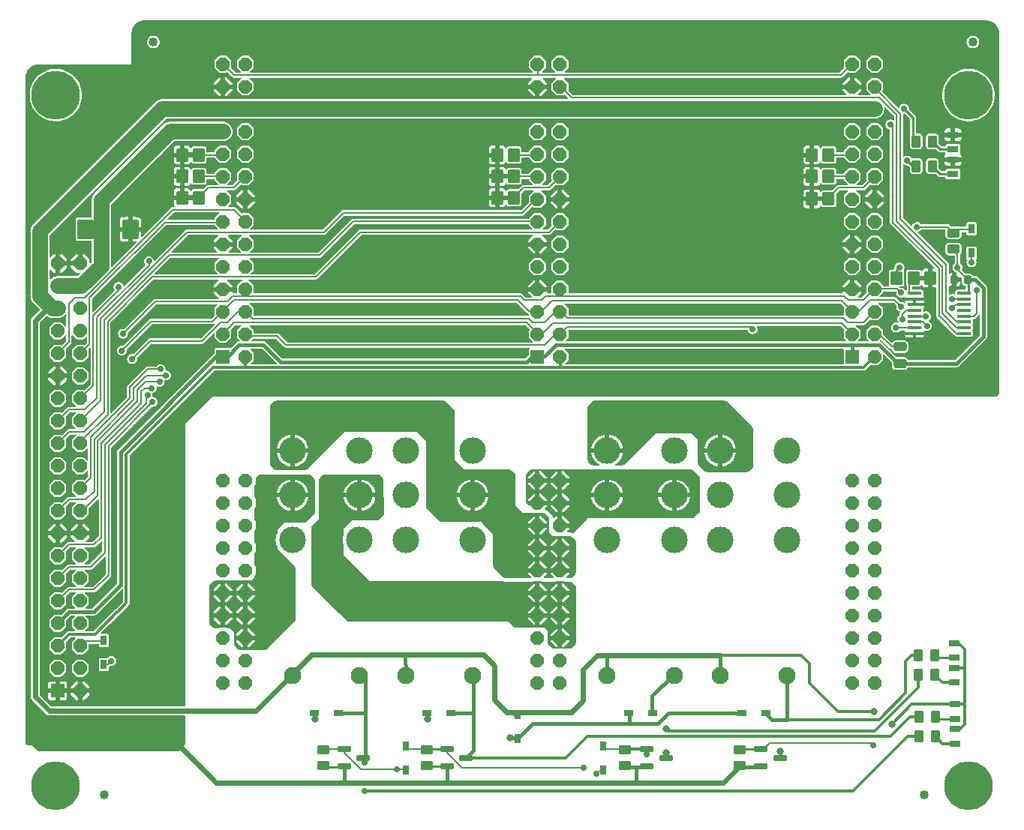
<source format=gbr>
%TF.GenerationSoftware,KiCad,Pcbnew,7.0.10-7.0.10~ubuntu22.04.1*%
%TF.CreationDate,2024-01-03T13:55:46+01:00*%
%TF.ProjectId,EEZ DIB BP3C-DM r3B3,45455a20-4449-4422-9042-5033432d444d,rev?*%
%TF.SameCoordinates,Original*%
%TF.FileFunction,Copper,L1,Top*%
%TF.FilePolarity,Positive*%
%FSLAX46Y46*%
G04 Gerber Fmt 4.6, Leading zero omitted, Abs format (unit mm)*
G04 Created by KiCad (PCBNEW 7.0.10-7.0.10~ubuntu22.04.1) date 2024-01-03 13:55:46*
%MOMM*%
%LPD*%
G01*
G04 APERTURE LIST*
G04 Aperture macros list*
%AMRoundRect*
0 Rectangle with rounded corners*
0 $1 Rounding radius*
0 $2 $3 $4 $5 $6 $7 $8 $9 X,Y pos of 4 corners*
0 Add a 4 corners polygon primitive as box body*
4,1,4,$2,$3,$4,$5,$6,$7,$8,$9,$2,$3,0*
0 Add four circle primitives for the rounded corners*
1,1,$1+$1,$2,$3*
1,1,$1+$1,$4,$5*
1,1,$1+$1,$6,$7*
1,1,$1+$1,$8,$9*
0 Add four rect primitives between the rounded corners*
20,1,$1+$1,$2,$3,$4,$5,0*
20,1,$1+$1,$4,$5,$6,$7,0*
20,1,$1+$1,$6,$7,$8,$9,0*
20,1,$1+$1,$8,$9,$2,$3,0*%
%AMOutline5P*
0 Free polygon, 5 corners , with rotation*
0 The origin of the aperture is its center*
0 number of corners: always 5*
0 $1 to $10 corner X, Y*
0 $11 Rotation angle, in degrees counterclockwise*
0 create outline with 5 corners*
4,1,5,$1,$2,$3,$4,$5,$6,$7,$8,$9,$10,$1,$2,$11*%
%AMOutline6P*
0 Free polygon, 6 corners , with rotation*
0 The origin of the aperture is its center*
0 number of corners: always 6*
0 $1 to $12 corner X, Y*
0 $13 Rotation angle, in degrees counterclockwise*
0 create outline with 6 corners*
4,1,6,$1,$2,$3,$4,$5,$6,$7,$8,$9,$10,$11,$12,$1,$2,$13*%
%AMOutline7P*
0 Free polygon, 7 corners , with rotation*
0 The origin of the aperture is its center*
0 number of corners: always 7*
0 $1 to $14 corner X, Y*
0 $15 Rotation angle, in degrees counterclockwise*
0 create outline with 7 corners*
4,1,7,$1,$2,$3,$4,$5,$6,$7,$8,$9,$10,$11,$12,$13,$14,$1,$2,$15*%
%AMOutline8P*
0 Free polygon, 8 corners , with rotation*
0 The origin of the aperture is its center*
0 number of corners: always 8*
0 $1 to $16 corner X, Y*
0 $17 Rotation angle, in degrees counterclockwise*
0 create outline with 8 corners*
4,1,8,$1,$2,$3,$4,$5,$6,$7,$8,$9,$10,$11,$12,$13,$14,$15,$16,$1,$2,$17*%
G04 Aperture macros list end*
%TA.AperFunction,ComponentPad*%
%ADD10Outline8P,-0.750000X0.310660X-0.310660X0.750000X0.310660X0.750000X0.750000X0.310660X0.750000X-0.310660X0.310660X-0.750000X-0.310660X-0.750000X-0.750000X-0.310660X90.000000*%
%TD*%
%TA.AperFunction,ComponentPad*%
%ADD11R,1.500000X1.500000*%
%TD*%
%TA.AperFunction,FiducialPad,Global*%
%ADD12RoundRect,0.508000X0.000000X0.000000X0.000000X0.000000X0.000000X0.000000X0.000000X0.000000X0*%
%TD*%
%TA.AperFunction,ComponentPad*%
%ADD13Outline8P,-0.750000X0.310660X-0.310660X0.750000X0.310660X0.750000X0.750000X0.310660X0.750000X-0.310660X0.310660X-0.750000X-0.310660X-0.750000X-0.750000X-0.310660X270.000000*%
%TD*%
%TA.AperFunction,SMDPad,CuDef*%
%ADD14RoundRect,0.225000X0.225000X0.250000X-0.225000X0.250000X-0.225000X-0.250000X0.225000X-0.250000X0*%
%TD*%
%TA.AperFunction,ComponentPad*%
%ADD15C,5.500000*%
%TD*%
%TA.AperFunction,ComponentPad*%
%ADD16C,1.950000*%
%TD*%
%TA.AperFunction,ComponentPad*%
%ADD17C,3.000000*%
%TD*%
%TA.AperFunction,SMDPad,CuDef*%
%ADD18RoundRect,0.050800X-0.749200X-0.124200X0.749200X-0.124200X0.749200X0.124200X-0.749200X0.124200X0*%
%TD*%
%TA.AperFunction,SMDPad,CuDef*%
%ADD19R,1.295400X0.762000*%
%TD*%
%TA.AperFunction,SMDPad,CuDef*%
%ADD20RoundRect,0.060036X-0.701964X-0.270164X0.701964X-0.270164X0.701964X0.270164X-0.701964X0.270164X0*%
%TD*%
%TA.AperFunction,SMDPad,CuDef*%
%ADD21RoundRect,0.050800X-0.599200X-0.699200X0.599200X-0.699200X0.599200X0.699200X-0.599200X0.699200X0*%
%TD*%
%TA.AperFunction,SMDPad,CuDef*%
%ADD22RoundRect,0.250000X-0.262500X-0.450000X0.262500X-0.450000X0.262500X0.450000X-0.262500X0.450000X0*%
%TD*%
%TA.AperFunction,SMDPad,CuDef*%
%ADD23RoundRect,0.250000X0.450000X-0.262500X0.450000X0.262500X-0.450000X0.262500X-0.450000X-0.262500X0*%
%TD*%
%TA.AperFunction,SMDPad,CuDef*%
%ADD24RoundRect,0.250000X0.262500X0.450000X-0.262500X0.450000X-0.262500X-0.450000X0.262500X-0.450000X0*%
%TD*%
%TA.AperFunction,SMDPad,CuDef*%
%ADD25R,1.092200X0.762000*%
%TD*%
%TA.AperFunction,SMDPad,CuDef*%
%ADD26RoundRect,0.050800X0.599200X0.699200X-0.599200X0.699200X-0.599200X-0.699200X0.599200X-0.699200X0*%
%TD*%
%TA.AperFunction,SMDPad,CuDef*%
%ADD27R,0.762000X1.092200*%
%TD*%
%TA.AperFunction,SMDPad,CuDef*%
%ADD28RoundRect,0.050800X-0.849200X-1.049200X0.849200X-1.049200X0.849200X1.049200X-0.849200X1.049200X0*%
%TD*%
%TA.AperFunction,SMDPad,CuDef*%
%ADD29RoundRect,0.250000X-0.475000X0.250000X-0.475000X-0.250000X0.475000X-0.250000X0.475000X0.250000X0*%
%TD*%
%TA.AperFunction,ViaPad*%
%ADD30C,0.706400*%
%TD*%
%TA.AperFunction,ViaPad*%
%ADD31C,0.806400*%
%TD*%
%TA.AperFunction,Conductor*%
%ADD32C,0.203200*%
%TD*%
%TA.AperFunction,Conductor*%
%ADD33C,0.304800*%
%TD*%
%TA.AperFunction,Conductor*%
%ADD34C,1.778000*%
%TD*%
%TA.AperFunction,Conductor*%
%ADD35C,0.254000*%
%TD*%
%TA.AperFunction,Conductor*%
%ADD36C,0.200000*%
%TD*%
%TA.AperFunction,Conductor*%
%ADD37C,0.406400*%
%TD*%
%TA.AperFunction,Conductor*%
%ADD38C,0.609600*%
%TD*%
G04 APERTURE END LIST*
%TA.AperFunction,EtchedComponent*%
%TO.C,JP5*%
G36*
X148092200Y-77935300D02*
G01*
X147431800Y-77935300D01*
X147431800Y-77401900D01*
X148092200Y-77401900D01*
X148092200Y-77935300D01*
G37*
%TD.AperFunction*%
%TA.AperFunction,EtchedComponent*%
%TO.C,JP7*%
G36*
X148092200Y-80348300D02*
G01*
X147431800Y-80348300D01*
X147431800Y-79814900D01*
X148092200Y-79814900D01*
X148092200Y-80348300D01*
G37*
%TD.AperFunction*%
%TA.AperFunction,EtchedComponent*%
%TO.C,JP3*%
G36*
X112534700Y-75514200D02*
G01*
X111874300Y-75514200D01*
X111874300Y-74980800D01*
X112534700Y-74980800D01*
X112534700Y-75514200D01*
G37*
%TD.AperFunction*%
%TA.AperFunction,EtchedComponent*%
%TO.C,JP1*%
G36*
X195087200Y-89420700D02*
G01*
X194426800Y-89420700D01*
X194426800Y-88887300D01*
X195087200Y-88887300D01*
X195087200Y-89420700D01*
G37*
%TD.AperFunction*%
%TA.AperFunction,EtchedComponent*%
%TO.C,JP4*%
G36*
X112534700Y-80340200D02*
G01*
X111874300Y-80340200D01*
X111874300Y-79806800D01*
X112534700Y-79806800D01*
X112534700Y-80340200D01*
G37*
%TD.AperFunction*%
%TA.AperFunction,EtchedComponent*%
%TO.C,JP10*%
G36*
X183591200Y-80467200D02*
G01*
X182930800Y-80467200D01*
X182930800Y-79933800D01*
X183591200Y-79933800D01*
X183591200Y-80467200D01*
G37*
%TD.AperFunction*%
%TD*%
D10*
%TO.P,X3,1,Pin_1*%
%TO.N,/Power output coupling/CH3+*%
X186860000Y-134860000D03*
%TO.P,X3,2,Pin_2*%
X189400000Y-134860000D03*
%TO.P,X3,3,Pin_3*%
X186860000Y-132320000D03*
%TO.P,X3,4,Pin_4*%
X189400000Y-132320000D03*
%TO.P,X3,5,Pin_5*%
X186860000Y-129780000D03*
%TO.P,X3,6,Pin_6*%
X189400000Y-129780000D03*
%TO.P,X3,7,Pin_7*%
X186860000Y-127240000D03*
%TO.P,X3,8,Pin_8*%
X189400000Y-127240000D03*
%TO.P,X3,9,Pin_9*%
X186860000Y-124700000D03*
%TO.P,X3,10,Pin_10*%
X189400000Y-124700000D03*
%TO.P,X3,11,Pin_11*%
%TO.N,/Power output coupling/CH3-*%
X186860000Y-122160000D03*
%TO.P,X3,12,Pin_12*%
X189400000Y-122160000D03*
%TO.P,X3,13,Pin_13*%
X186860000Y-119620000D03*
%TO.P,X3,14,Pin_14*%
X189400000Y-119620000D03*
%TO.P,X3,15,Pin_15*%
X186860000Y-117080000D03*
%TO.P,X3,16,Pin_16*%
X189400000Y-117080000D03*
%TO.P,X3,17,Pin_17*%
X186860000Y-114540000D03*
%TO.P,X3,18,Pin_18*%
X189400000Y-114540000D03*
%TO.P,X3,19,Pin_19*%
X186860000Y-112000000D03*
%TO.P,X3,20,Pin_20*%
X189400000Y-112000000D03*
%TD*%
%TO.P,X2,1,Pin_1*%
%TO.N,/Power output coupling/CH2_OUT+*%
X151360000Y-134860000D03*
%TO.P,X2,2,Pin_2*%
X153900000Y-134860000D03*
%TO.P,X2,3,Pin_3*%
X151360000Y-132320000D03*
%TO.P,X2,4,Pin_4*%
X153900000Y-132320000D03*
%TO.P,X2,5,Pin_5*%
X151360000Y-129780000D03*
%TO.P,X2,6,Pin_6*%
%TO.N,/Power output coupling/CH2_IN+*%
X153900000Y-129780000D03*
%TO.P,X2,7,Pin_7*%
X151360000Y-127240000D03*
%TO.P,X2,8,Pin_8*%
X153900000Y-127240000D03*
%TO.P,X2,9,Pin_9*%
X151360000Y-124700000D03*
%TO.P,X2,10,Pin_10*%
X153900000Y-124700000D03*
%TO.P,X2,11,Pin_11*%
%TO.N,Net-(K2C-P)*%
X151360000Y-122160000D03*
%TO.P,X2,12,Pin_12*%
X153900000Y-122160000D03*
%TO.P,X2,13,Pin_13*%
X151360000Y-119620000D03*
%TO.P,X2,14,Pin_14*%
X153900000Y-119620000D03*
%TO.P,X2,15,Pin_15*%
X151360000Y-117080000D03*
%TO.P,X2,16,Pin_16*%
%TO.N,/Power output coupling/CH2_OUT-*%
X153900000Y-117080000D03*
%TO.P,X2,17,Pin_17*%
X151360000Y-114540000D03*
%TO.P,X2,18,Pin_18*%
X153900000Y-114540000D03*
%TO.P,X2,19,Pin_19*%
X151360000Y-112000000D03*
%TO.P,X2,20,Pin_20*%
X153900000Y-112000000D03*
%TD*%
%TO.P,X7,28,Pin_28*%
%TO.N,/DIB connectors/UART_TX*%
X189400000Y-65000000D03*
%TO.P,X7,27,Pin_27*%
%TO.N,/DIB connectors/UART_RX*%
X186860000Y-65000000D03*
%TO.P,X7,26,Pin_26*%
%TO.N,BOOT3*%
X189400000Y-67540000D03*
%TO.P,X7,25,Pin_25*%
%TO.N,GND*%
X186860000Y-67540000D03*
%TO.P,X7,24,Pin_24*%
%TO.N,+5V*%
X189400000Y-70080000D03*
%TO.P,X7,23,Pin_23*%
X186860000Y-70080000D03*
%TO.P,X7,22,Pin_22*%
%TO.N,+12V*%
X189400000Y-72620000D03*
%TO.P,X7,21,Pin_21*%
X186860000Y-72620000D03*
%TO.P,X7,20,Pin_20*%
%TO.N,unconnected-(X7-Pin_20-Pad20)*%
X189400000Y-75160000D03*
%TO.P,X7,19,Pin_19*%
%TO.N,Net-(X7-Pin_19)*%
X186860000Y-75160000D03*
%TO.P,X7,18,Pin_18*%
%TO.N,Net-(X7-Pin_18)*%
X189400000Y-77700000D03*
%TO.P,X7,17,Pin_17*%
%TO.N,Net-(X7-Pin_17)*%
X186860000Y-77700000D03*
%TO.P,X7,16,Pin_16*%
%TO.N,GND*%
X189400000Y-80240000D03*
%TO.P,X7,15,Pin_15*%
%TO.N,/DIB connectors/SPI5_MOSI*%
X186860000Y-80240000D03*
%TO.P,X7,14,Pin_14*%
%TO.N,/DIB connectors/SPI5_MISO*%
X189400000Y-82780000D03*
%TO.P,X7,13,Pin_13*%
%TO.N,/DIB connectors/SPI5_CLK*%
X186860000Y-82780000D03*
%TO.P,X7,12,Pin_12*%
%TO.N,/DIB connectors/SPI5_CSB*%
X189400000Y-85320000D03*
%TO.P,X7,11,Pin_11*%
%TO.N,GND*%
X186860000Y-85320000D03*
%TO.P,X7,10,Pin_10*%
%TO.N,/DIB connectors/SPI5_IRQ*%
X189400000Y-87860000D03*
%TO.P,X7,9,Pin_9*%
%TO.N,/DIB connectors/SPI5_CSA*%
X186860000Y-87860000D03*
%TO.P,X7,8,Pin_8*%
%TO.N,I2C1_SDA*%
X189400000Y-90400000D03*
%TO.P,X7,7,Pin_7*%
%TO.N,GND*%
X186860000Y-90400000D03*
%TO.P,X7,6,Pin_6*%
%TO.N,/DIB connectors/OE_SYNC*%
X189400000Y-92940000D03*
%TO.P,X7,5,Pin_5*%
%TO.N,I2C1_SCL*%
X186860000Y-92940000D03*
%TO.P,X7,4,Pin_4*%
%TO.N,/DIB connectors/~{RESET}*%
X189400000Y-95480000D03*
%TO.P,X7,3,Pin_3*%
%TO.N,/DIB connectors/~{FAULT}*%
X186860000Y-95480000D03*
%TO.P,X7,2,Pin_2*%
%TO.N,/DIB connectors/+VAUX*%
X189400000Y-98020000D03*
D11*
%TO.P,X7,1,Pin_1*%
%TO.N,+3V3*%
X186860000Y-98020000D03*
%TD*%
D10*
%TO.P,X6,28,Pin_28*%
%TO.N,/DIB connectors/UART_TX*%
X153900000Y-65000000D03*
%TO.P,X6,27,Pin_27*%
%TO.N,/DIB connectors/UART_RX*%
X151360000Y-65000000D03*
%TO.P,X6,26,Pin_26*%
%TO.N,BOOT2*%
X153900000Y-67540000D03*
%TO.P,X6,25,Pin_25*%
%TO.N,GND*%
X151360000Y-67540000D03*
%TO.P,X6,24,Pin_24*%
%TO.N,+5V*%
X153900000Y-70080000D03*
%TO.P,X6,23,Pin_23*%
X151360000Y-70080000D03*
%TO.P,X6,22,Pin_22*%
%TO.N,+12V*%
X153900000Y-72620000D03*
%TO.P,X6,21,Pin_21*%
X151360000Y-72620000D03*
%TO.P,X6,20,Pin_20*%
%TO.N,unconnected-(X6-Pin_20-Pad20)*%
X153900000Y-75160000D03*
%TO.P,X6,19,Pin_19*%
%TO.N,Net-(X6-Pin_19)*%
X151360000Y-75160000D03*
%TO.P,X6,18,Pin_18*%
%TO.N,Net-(X6-Pin_18)*%
X153900000Y-77700000D03*
%TO.P,X6,17,Pin_17*%
%TO.N,Net-(X6-Pin_17)*%
X151360000Y-77700000D03*
%TO.P,X6,16,Pin_16*%
%TO.N,GND*%
X153900000Y-80240000D03*
%TO.P,X6,15,Pin_15*%
%TO.N,/DIB connectors/SPI4_MOSI*%
X151360000Y-80240000D03*
%TO.P,X6,14,Pin_14*%
%TO.N,/DIB connectors/SPI4_MISO*%
X153900000Y-82780000D03*
%TO.P,X6,13,Pin_13*%
%TO.N,/DIB connectors/SPI4_CLK*%
X151360000Y-82780000D03*
%TO.P,X6,12,Pin_12*%
%TO.N,/DIB connectors/SPI4_CSB*%
X153900000Y-85320000D03*
%TO.P,X6,11,Pin_11*%
%TO.N,GND*%
X151360000Y-85320000D03*
%TO.P,X6,10,Pin_10*%
%TO.N,/DIB connectors/SPI4_IRQ*%
X153900000Y-87860000D03*
%TO.P,X6,9,Pin_9*%
%TO.N,/DIB connectors/SPI4_CSA*%
X151360000Y-87860000D03*
%TO.P,X6,8,Pin_8*%
%TO.N,I2C1_SDA*%
X153900000Y-90400000D03*
%TO.P,X6,7,Pin_7*%
%TO.N,GND*%
X151360000Y-90400000D03*
%TO.P,X6,6,Pin_6*%
%TO.N,/DIB connectors/OE_SYNC*%
X153900000Y-92940000D03*
%TO.P,X6,5,Pin_5*%
%TO.N,I2C1_SCL*%
X151360000Y-92940000D03*
%TO.P,X6,4,Pin_4*%
%TO.N,/DIB connectors/~{RESET}*%
X153900000Y-95480000D03*
%TO.P,X6,3,Pin_3*%
%TO.N,/DIB connectors/~{FAULT}*%
X151360000Y-95480000D03*
%TO.P,X6,2,Pin_2*%
%TO.N,/DIB connectors/+VAUX*%
X153900000Y-98020000D03*
D11*
%TO.P,X6,1,Pin_1*%
%TO.N,+3V3*%
X151360000Y-98020000D03*
%TD*%
D10*
%TO.P,X1,1,Pin_1*%
%TO.N,/Power output coupling/CH1_OUT+*%
X115860000Y-134860000D03*
%TO.P,X1,2,Pin_2*%
X118400000Y-134860000D03*
%TO.P,X1,3,Pin_3*%
X115860000Y-132320000D03*
%TO.P,X1,4,Pin_4*%
X118400000Y-132320000D03*
%TO.P,X1,5,Pin_5*%
X115860000Y-129780000D03*
%TO.P,X1,6,Pin_6*%
%TO.N,/Power output coupling/CH1_IN+*%
X118400000Y-129780000D03*
%TO.P,X1,7,Pin_7*%
X115860000Y-127240000D03*
%TO.P,X1,8,Pin_8*%
X118400000Y-127240000D03*
%TO.P,X1,9,Pin_9*%
X115860000Y-124700000D03*
%TO.P,X1,10,Pin_10*%
X118400000Y-124700000D03*
%TO.P,X1,11,Pin_11*%
%TO.N,/Power output coupling/CH1_OUT-*%
X115860000Y-122160000D03*
%TO.P,X1,12,Pin_12*%
X118400000Y-122160000D03*
%TO.P,X1,13,Pin_13*%
X115860000Y-119620000D03*
%TO.P,X1,14,Pin_14*%
X118400000Y-119620000D03*
%TO.P,X1,15,Pin_15*%
X115860000Y-117080000D03*
%TO.P,X1,16,Pin_16*%
X118400000Y-117080000D03*
%TO.P,X1,17,Pin_17*%
X115860000Y-114540000D03*
%TO.P,X1,18,Pin_18*%
X118400000Y-114540000D03*
%TO.P,X1,19,Pin_19*%
X115860000Y-112000000D03*
%TO.P,X1,20,Pin_20*%
X118400000Y-112000000D03*
%TD*%
%TO.P,X4,28,Pin_28*%
%TO.N,/DIB connectors/UART_TX*%
X118400000Y-65000000D03*
%TO.P,X4,27,Pin_27*%
%TO.N,/DIB connectors/UART_RX*%
X115860000Y-65000000D03*
%TO.P,X4,26,Pin_26*%
%TO.N,BOOT1*%
X118400000Y-67540000D03*
%TO.P,X4,25,Pin_25*%
%TO.N,GND*%
X115860000Y-67540000D03*
%TO.P,X4,24,Pin_24*%
%TO.N,+5V*%
X118400000Y-70080000D03*
%TO.P,X4,23,Pin_23*%
X115860000Y-70080000D03*
%TO.P,X4,22,Pin_22*%
%TO.N,+12V*%
X118400000Y-72620000D03*
%TO.P,X4,21,Pin_21*%
X115860000Y-72620000D03*
%TO.P,X4,20,Pin_20*%
%TO.N,unconnected-(X4-Pin_20-Pad20)*%
X118400000Y-75160000D03*
%TO.P,X4,19,Pin_19*%
%TO.N,Net-(X4-Pin_19)*%
X115860000Y-75160000D03*
%TO.P,X4,18,Pin_18*%
%TO.N,Net-(X4-Pin_18)*%
X118400000Y-77700000D03*
%TO.P,X4,17,Pin_17*%
%TO.N,Net-(X4-Pin_17)*%
X115860000Y-77700000D03*
%TO.P,X4,16,Pin_16*%
%TO.N,GND*%
X118400000Y-80240000D03*
%TO.P,X4,15,Pin_15*%
%TO.N,/DIB connectors/SPI2_MOSI*%
X115860000Y-80240000D03*
%TO.P,X4,14,Pin_14*%
%TO.N,/DIB connectors/SPI2_MISO*%
X118400000Y-82780000D03*
%TO.P,X4,13,Pin_13*%
%TO.N,/DIB connectors/SPI2_CLK*%
X115860000Y-82780000D03*
%TO.P,X4,12,Pin_12*%
%TO.N,/DIB connectors/SPI2_CSB*%
X118400000Y-85320000D03*
%TO.P,X4,11,Pin_11*%
%TO.N,GND*%
X115860000Y-85320000D03*
%TO.P,X4,10,Pin_10*%
%TO.N,/DIB connectors/SPI2_IRQ*%
X118400000Y-87860000D03*
%TO.P,X4,9,Pin_9*%
%TO.N,/DIB connectors/SPI2_CSA*%
X115860000Y-87860000D03*
%TO.P,X4,8,Pin_8*%
%TO.N,I2C1_SDA*%
X118400000Y-90400000D03*
%TO.P,X4,7,Pin_7*%
%TO.N,GND*%
X115860000Y-90400000D03*
%TO.P,X4,6,Pin_6*%
%TO.N,/DIB connectors/OE_SYNC*%
X118400000Y-92940000D03*
%TO.P,X4,5,Pin_5*%
%TO.N,I2C1_SCL*%
X115860000Y-92940000D03*
%TO.P,X4,4,Pin_4*%
%TO.N,/DIB connectors/~{RESET}*%
X118400000Y-95480000D03*
%TO.P,X4,3,Pin_3*%
%TO.N,/DIB connectors/~{FAULT}*%
X115860000Y-95480000D03*
%TO.P,X4,2,Pin_2*%
%TO.N,/DIB connectors/+VAUX*%
X118400000Y-98020000D03*
D11*
%TO.P,X4,1,Pin_1*%
%TO.N,+3V3*%
X115860000Y-98020000D03*
%TD*%
D12*
%TO.P,FM4,*%
%TO.N,*%
X200500000Y-62500000D03*
%TD*%
%TO.P,FM3,*%
%TO.N,*%
X102500000Y-147500000D03*
%TD*%
%TO.P,FM2,*%
%TO.N,*%
X195000000Y-147500000D03*
%TD*%
%TO.P,FM1,*%
%TO.N,*%
X108000000Y-62500000D03*
%TD*%
D11*
%TO.P,X5,1,Pin_1*%
%TO.N,GND*%
X97200000Y-135760000D03*
D13*
%TO.P,X5,2,Pin_2*%
X99740000Y-135760000D03*
%TO.P,X5,3,Pin_3*%
%TO.N,/DIB connectors/UART_RX*%
X97200000Y-133220000D03*
%TO.P,X5,4,Pin_4*%
%TO.N,/DIB connectors/UART_TX*%
X99740000Y-133220000D03*
%TO.P,X5,5,Pin_5*%
%TO.N,/DIB connectors/+VAUX*%
X97200000Y-130680000D03*
%TO.P,X5,6,Pin_6*%
%TO.N,/DIB connectors/~{MRESET}*%
X99740000Y-130680000D03*
%TO.P,X5,7,Pin_7*%
%TO.N,+3V3*%
X97200000Y-128140000D03*
%TO.P,X5,8,Pin_8*%
%TO.N,/DIB connectors/~{FAULT}*%
X99740000Y-128140000D03*
%TO.P,X5,9,Pin_9*%
%TO.N,/DIB connectors/SPI5_IRQ*%
X97200000Y-125600000D03*
%TO.P,X5,10,Pin_10*%
%TO.N,/DIB connectors/OE_SYNC*%
X99740000Y-125600000D03*
%TO.P,X5,11,Pin_11*%
%TO.N,/DIB connectors/SPI5_CSA*%
X97200000Y-123060000D03*
%TO.P,X5,12,Pin_12*%
%TO.N,I2C1_SCL*%
X99740000Y-123060000D03*
%TO.P,X5,13,Pin_13*%
%TO.N,/DIB connectors/SPI5_CSB*%
X97200000Y-120520000D03*
%TO.P,X5,14,Pin_14*%
%TO.N,I2C1_SDA*%
X99740000Y-120520000D03*
%TO.P,X5,15,Pin_15*%
%TO.N,GND*%
X97200000Y-117980000D03*
%TO.P,X5,16,Pin_16*%
X99740000Y-117980000D03*
%TO.P,X5,17,Pin_17*%
%TO.N,/DIB connectors/SPI5_CLK*%
X97200000Y-115440000D03*
%TO.P,X5,18,Pin_18*%
%TO.N,/DIB connectors/SPI5_MISO*%
X99740000Y-115440000D03*
%TO.P,X5,19,Pin_19*%
%TO.N,/DIB connectors/SPI4_IRQ*%
X97200000Y-112900000D03*
%TO.P,X5,20,Pin_20*%
%TO.N,/DIB connectors/SPI5_MOSI*%
X99740000Y-112900000D03*
%TO.P,X5,21,Pin_21*%
%TO.N,/DIB connectors/SPI4_CSB*%
X97200000Y-110360000D03*
%TO.P,X5,22,Pin_22*%
%TO.N,/DIB connectors/SPI4_CSA*%
X99740000Y-110360000D03*
%TO.P,X5,23,Pin_23*%
%TO.N,/DIB connectors/SPI4_CLK*%
X97200000Y-107820000D03*
%TO.P,X5,24,Pin_24*%
%TO.N,/DIB connectors/SPI4_MISO*%
X99740000Y-107820000D03*
%TO.P,X5,25,Pin_25*%
%TO.N,/DIB connectors/SPI2_IRQ*%
X97200000Y-105280000D03*
%TO.P,X5,26,Pin_26*%
%TO.N,/DIB connectors/SPI4_MOSI*%
X99740000Y-105280000D03*
%TO.P,X5,27,Pin_27*%
%TO.N,/DIB connectors/SPI2_CSB*%
X97200000Y-102740000D03*
%TO.P,X5,28,Pin_28*%
%TO.N,/DIB connectors/SPI2_CSA*%
X99740000Y-102740000D03*
%TO.P,X5,29,Pin_29*%
%TO.N,GND*%
X97200000Y-100200000D03*
%TO.P,X5,30,Pin_30*%
%TO.N,/DIB connectors/SPI4_CSC*%
X99740000Y-100200000D03*
%TO.P,X5,31,Pin_31*%
%TO.N,/DIB connectors/SPI2_MISO*%
X97200000Y-97660000D03*
%TO.P,X5,32,Pin_32*%
%TO.N,/DIB connectors/SPI2_CLK*%
X99740000Y-97660000D03*
%TO.P,X5,33,Pin_33*%
%TO.N,/DIB connectors/SPI2_MOSI*%
X97200000Y-95120000D03*
%TO.P,X5,34,Pin_34*%
%TO.N,/DIB connectors/SPI5_CSC*%
X99740000Y-95120000D03*
%TO.P,X5,35,Pin_35*%
%TO.N,+5V*%
X97200000Y-92580000D03*
%TO.P,X5,36,Pin_36*%
X99740000Y-92580000D03*
%TO.P,X5,37,Pin_37*%
%TO.N,+12V*%
X97200000Y-90040000D03*
%TO.P,X5,38,Pin_38*%
X99740000Y-90040000D03*
%TO.P,X5,39,Pin_39*%
%TO.N,GND*%
X97200000Y-87500000D03*
%TO.P,X5,40,Pin_40*%
X99740000Y-87500000D03*
%TD*%
D14*
%TO.P,C1,1,1*%
%TO.N,+3V3*%
X199907100Y-89344600D03*
%TO.P,C1,2,2*%
%TO.N,GND*%
X198357100Y-89344600D03*
%TD*%
D15*
%TO.P,H4,1,1*%
%TO.N,unconnected-(H4-Pad1)*%
X200000000Y-146500000D03*
%TD*%
%TO.P,H3,1,1*%
%TO.N,unconnected-(H3-Pad1)*%
X200000000Y-68500000D03*
%TD*%
%TO.P,H2,1,1*%
%TO.N,unconnected-(H2-Pad1)*%
X97000000Y-146500000D03*
%TD*%
%TO.P,H1,1,1*%
%TO.N,unconnected-(H1-Pad1)*%
X97000000Y-68500000D03*
%TD*%
D16*
%TO.P,K3,A2,C1*%
%TO.N,+5V*%
X123721100Y-134003600D03*
%TO.P,K3,A1,C2*%
%TO.N,Net-(K3A-C2)*%
X131281100Y-134003600D03*
D17*
%TO.P,K3,14B,O*%
%TO.N,/Power output coupling/CH1_OUT+*%
X131281100Y-108633600D03*
%TO.P,K3,14A,O*%
%TO.N,Net-(K2C-P)*%
X123721100Y-108633600D03*
%TO.P,K3,12B,S*%
%TO.N,Net-(K2B-P)*%
X131281100Y-118713600D03*
%TO.P,K3,12A,S*%
%TO.N,/Power output coupling/CH1_OUT+*%
X123721100Y-118713600D03*
%TO.P,K3,11B,P*%
%TO.N,/Power output coupling/CH2_IN+*%
X131281100Y-113673600D03*
%TO.P,K3,11A,P*%
%TO.N,/Power output coupling/CH1_IN+*%
X123721100Y-113673600D03*
%TD*%
D16*
%TO.P,K2,A2,C1*%
%TO.N,+5V*%
X136471100Y-134003600D03*
%TO.P,K2,A1,C2*%
%TO.N,Net-(K2A-C2)*%
X144031100Y-134003600D03*
D17*
%TO.P,K2,14B,O*%
%TO.N,/Power output coupling/CH1_OUT-*%
X144031100Y-108633600D03*
%TO.P,K2,14A,O*%
%TO.N,/Power output coupling/CH1_OUT+*%
X136471100Y-108633600D03*
%TO.P,K2,12B,S*%
%TO.N,/Power output coupling/CH2_OUT-*%
X144031100Y-118713600D03*
%TO.P,K2,12A,S*%
%TO.N,/Power output coupling/CH2_OUT+*%
X136471100Y-118713600D03*
%TO.P,K2,11B,P*%
%TO.N,Net-(K2C-P)*%
X144031100Y-113673600D03*
%TO.P,K2,11A,P*%
%TO.N,Net-(K2B-P)*%
X136471100Y-113673600D03*
%TD*%
D16*
%TO.P,K4,A2,C1*%
%TO.N,+5V*%
X171971100Y-134003600D03*
%TO.P,K4,A1,C2*%
%TO.N,Net-(K4A-C2)*%
X179531100Y-134003600D03*
D17*
%TO.P,K4,14B,O*%
%TO.N,unconnected-(K4C-O-Pad14B)*%
X179531100Y-108633600D03*
%TO.P,K4,14A,O*%
%TO.N,/Power output coupling/CH1_OUT-*%
X171971100Y-108633600D03*
%TO.P,K4,12B,S*%
%TO.N,unconnected-(K4C-S-Pad12B)*%
X179531100Y-118713600D03*
%TO.P,K4,12A,S*%
%TO.N,unconnected-(K4B-S-Pad12A)*%
X171971100Y-118713600D03*
%TO.P,K4,11B,P*%
%TO.N,unconnected-(K4C-P-Pad11B)*%
X179531100Y-113673600D03*
%TO.P,K4,11A,P*%
%TO.N,/Power output coupling/CH2_OUT+*%
X171971100Y-113673600D03*
%TD*%
%TO.P,K1,11A,P*%
%TO.N,/Power output coupling/CH2_OUT-*%
X159221100Y-113673600D03*
%TO.P,K1,11B,P*%
X166781100Y-113673600D03*
%TO.P,K1,12A,S*%
%TO.N,unconnected-(K1B-S-Pad12A)*%
X159221100Y-118713600D03*
%TO.P,K1,12B,S*%
%TO.N,unconnected-(K1C-S-Pad12B)*%
X166781100Y-118713600D03*
%TO.P,K1,14A,O*%
%TO.N,/Power output coupling/CH1_OUT-*%
X159221100Y-108633600D03*
%TO.P,K1,14B,O*%
%TO.N,/Power output coupling/CH3-*%
X166781100Y-108633600D03*
D16*
%TO.P,K1,A1,C2*%
%TO.N,Net-(K1A-C2)*%
X166781100Y-134003600D03*
%TO.P,K1,A2,C1*%
%TO.N,+5V*%
X159221100Y-134003600D03*
%TD*%
D18*
%TO.P,IC1,1,A0*%
%TO.N,Net-(IC1-A0)*%
X193919100Y-90854600D03*
%TO.P,IC1,2,A1*%
%TO.N,GND*%
X193919100Y-91504600D03*
%TO.P,IC1,3,A2*%
X193919100Y-92154600D03*
%TO.P,IC1,4,P0*%
%TO.N,/Power output coupling/OUT_CGND*%
X193919100Y-92804600D03*
%TO.P,IC1,5,P1*%
%TO.N,/Power output coupling/OUT_PAR*%
X193919100Y-93454600D03*
%TO.P,IC1,6,P2*%
%TO.N,/Power output coupling/OUT_SER*%
X193919100Y-94104600D03*
%TO.P,IC1,7,P3*%
%TO.N,/Power output coupling/OUT_SRA*%
X193919100Y-94754600D03*
%TO.P,IC1,8,GND*%
%TO.N,GND*%
X193919100Y-95404600D03*
%TO.P,IC1,9,P4*%
%TO.N,BOOT1*%
X199519100Y-95404600D03*
%TO.P,IC1,10,P5*%
%TO.N,BOOT2*%
X199519100Y-94754600D03*
%TO.P,IC1,11,P6*%
%TO.N,BOOT3*%
X199519100Y-94104600D03*
%TO.P,IC1,12,P7*%
%TO.N,PROG_RST*%
X199519100Y-93454600D03*
%TO.P,IC1,13,~{INT}*%
%TO.N,unconnected-(IC1-~{INT}-Pad13)*%
X199519100Y-92804600D03*
%TO.P,IC1,14,SCL*%
%TO.N,I2C1_SCL*%
X199519100Y-92154600D03*
%TO.P,IC1,15,SDA*%
%TO.N,I2C1_SDA*%
X199519100Y-91504600D03*
%TO.P,IC1,16,VCC*%
%TO.N,+3V3*%
X199519100Y-90854600D03*
%TD*%
D19*
%TO.P,LED6,A,A*%
%TO.N,Net-(LED6-PadA)*%
X198247000Y-77406500D03*
%TO.P,LED6,C,C*%
%TO.N,GND*%
X198247000Y-75755500D03*
%TD*%
%TO.P,LED5,A,A*%
%TO.N,Net-(LED5-PadA)*%
X198247000Y-74612500D03*
%TO.P,LED5,C,C*%
%TO.N,GND*%
X198247000Y-72961500D03*
%TD*%
%TO.P,LED4,A,A*%
%TO.N,+5V*%
X198374100Y-130365500D03*
%TO.P,LED4,C,C*%
%TO.N,Net-(LED4-PadC)*%
X198374100Y-132016500D03*
%TD*%
%TO.P,LED3,A,A*%
%TO.N,+5V*%
X198437600Y-140068400D03*
%TO.P,LED3,C,C*%
%TO.N,Net-(LED3-PadC)*%
X198437600Y-141719400D03*
%TD*%
%TO.P,LED2,A,A*%
%TO.N,+5V*%
X198437600Y-137287000D03*
%TO.P,LED2,C,C*%
%TO.N,Net-(LED2-PadC)*%
X198437600Y-138938000D03*
%TD*%
%TO.P,LED1,A,A*%
%TO.N,+5V*%
X198374100Y-133159600D03*
%TO.P,LED1,C,C*%
%TO.N,Net-(LED1-PadC)*%
X198374100Y-134810600D03*
%TD*%
D20*
%TO.P,Q4,3,D*%
%TO.N,Net-(K4A-C2)*%
X178748600Y-143319600D03*
%TO.P,Q4,2,S*%
%TO.N,GND*%
X176589600Y-144284800D03*
%TO.P,Q4,1,G*%
%TO.N,/Power output coupling/OUT_SRA*%
X176589600Y-142354400D03*
%TD*%
%TO.P,Q3,3,D*%
%TO.N,Net-(K3A-C2)*%
X131695100Y-143319600D03*
%TO.P,Q3,2,S*%
%TO.N,GND*%
X129536100Y-144284800D03*
%TO.P,Q3,1,G*%
%TO.N,/Power output coupling/OUT_SER*%
X129536100Y-142354400D03*
%TD*%
%TO.P,Q2,3,D*%
%TO.N,Net-(K2A-C2)*%
X143302900Y-143319600D03*
%TO.P,Q2,2,S*%
%TO.N,GND*%
X141143900Y-144284800D03*
%TO.P,Q2,1,G*%
%TO.N,/Power output coupling/OUT_PAR*%
X141143900Y-142354400D03*
%TD*%
%TO.P,Q1,1,G*%
%TO.N,/Power output coupling/OUT_CGND*%
X163699100Y-142354400D03*
%TO.P,Q1,2,S*%
%TO.N,GND*%
X163699100Y-144284800D03*
%TO.P,Q1,3,D*%
%TO.N,Net-(K1A-C2)*%
X165858100Y-143319600D03*
%TD*%
D21*
%TO.P,JP9,2,2*%
%TO.N,Net-(X7-Pin_19)*%
X184211000Y-75247500D03*
%TO.P,JP9,1,1*%
%TO.N,GND*%
X182311000Y-75247500D03*
%TD*%
%TO.P,JP6,1,1*%
%TO.N,GND*%
X146812000Y-75255600D03*
%TO.P,JP6,2,2*%
%TO.N,Net-(X6-Pin_19)*%
X148712000Y-75255600D03*
%TD*%
%TO.P,JP8,2,2*%
%TO.N,Net-(X7-Pin_17)*%
X184211000Y-77660500D03*
%TO.P,JP8,1,1*%
%TO.N,GND*%
X182311000Y-77660500D03*
%TD*%
%TO.P,JP2,2,2*%
%TO.N,Net-(X4-Pin_17)*%
X113154500Y-77660500D03*
%TO.P,JP2,1,1*%
%TO.N,GND*%
X111254500Y-77660500D03*
%TD*%
D22*
%TO.P,R10,2,2*%
%TO.N,Net-(LED6-PadA)*%
X195917100Y-76517600D03*
%TO.P,R10,1,1*%
%TO.N,+12V*%
X194092100Y-76517600D03*
%TD*%
D23*
%TO.P,R11,2,2*%
%TO.N,/DIB connectors/~{RESET}*%
X198306600Y-84050600D03*
%TO.P,R11,1,1*%
%TO.N,+3V3*%
X198306600Y-85875600D03*
%TD*%
D24*
%TO.P,R5,2,2*%
%TO.N,Net-(K1A-C2)*%
X194346100Y-133985100D03*
%TO.P,R5,1,1*%
%TO.N,Net-(LED1-PadC)*%
X196171100Y-133985100D03*
%TD*%
D21*
%TO.P,JP5,1,1*%
%TO.N,GND*%
X146812000Y-77668600D03*
%TO.P,JP5,2,2*%
%TO.N,Net-(X6-Pin_17)*%
X148712000Y-77668600D03*
%TD*%
D24*
%TO.P,R7,2,2*%
%TO.N,Net-(K3A-C2)*%
X194422300Y-140893900D03*
%TO.P,R7,1,1*%
%TO.N,Net-(LED3-PadC)*%
X196247300Y-140893900D03*
%TD*%
D25*
%TO.P,D6,C,C*%
%TO.N,Net-(D3-PadC)*%
X174405200Y-138239600D03*
%TO.P,D6,A,A*%
%TO.N,Net-(K4A-C2)*%
X177123000Y-138239600D03*
%TD*%
D26*
%TO.P,JP7,1,1*%
%TO.N,Net-(X6-Pin_18)*%
X148712000Y-80081600D03*
%TO.P,JP7,2,2*%
%TO.N,GND*%
X146812000Y-80081600D03*
%TD*%
D21*
%TO.P,JP3,2,2*%
%TO.N,Net-(X4-Pin_19)*%
X113154500Y-75247500D03*
%TO.P,JP3,1,1*%
%TO.N,GND*%
X111254500Y-75247500D03*
%TD*%
D23*
%TO.P,R1,2,2*%
%TO.N,/Power output coupling/OUT_CGND*%
X161222600Y-142407100D03*
%TO.P,R1,1,1*%
%TO.N,GND*%
X161222600Y-144232100D03*
%TD*%
D25*
%TO.P,D5,C,C*%
%TO.N,Net-(D3-PadC)*%
X126145200Y-138239600D03*
%TO.P,D5,A,A*%
%TO.N,Net-(K3A-C2)*%
X128863000Y-138239600D03*
%TD*%
D23*
%TO.P,R3,2,2*%
%TO.N,/Power output coupling/OUT_SER*%
X127186600Y-142407100D03*
%TO.P,R3,1,1*%
%TO.N,GND*%
X127186600Y-144232100D03*
%TD*%
D22*
%TO.P,R9,2,2*%
%TO.N,Net-(LED5-PadA)*%
X195917100Y-73723600D03*
%TO.P,R9,1,1*%
%TO.N,+5V*%
X194092100Y-73723600D03*
%TD*%
D25*
%TO.P,D4,C,C*%
%TO.N,Net-(D3-PadC)*%
X138845200Y-138239600D03*
%TO.P,D4,A,A*%
%TO.N,Net-(K2A-C2)*%
X141563000Y-138239600D03*
%TD*%
D21*
%TO.P,JP1,COM,COM*%
%TO.N,Net-(IC1-A0)*%
X193802000Y-89154000D03*
%TO.P,JP1,NC,NC*%
%TO.N,GND*%
X195702000Y-89154000D03*
%TO.P,JP1,NO,NO*%
%TO.N,+3V3*%
X191902000Y-89154000D03*
%TD*%
D27*
%TO.P,D8,C,C*%
%TO.N,PROG_RST*%
X200338600Y-86322000D03*
%TO.P,D8,A,A*%
%TO.N,/DIB connectors/~{RESET}*%
X200338600Y-83604200D03*
%TD*%
%TO.P,ZD1,C,C*%
%TO.N,Net-(D3-PadC)*%
X149094100Y-141186000D03*
%TO.P,ZD1,A,A*%
%TO.N,+5V*%
X149094100Y-138468200D03*
%TD*%
D24*
%TO.P,R8,2,2*%
%TO.N,Net-(K4A-C2)*%
X194346100Y-131762600D03*
%TO.P,R8,1,1*%
%TO.N,Net-(LED4-PadC)*%
X196171100Y-131762600D03*
%TD*%
D27*
%TO.P,D1,C,C*%
%TO.N,/Power output coupling/OUT_CGND*%
X158809600Y-141960700D03*
%TO.P,D1,A,A*%
%TO.N,/Power output coupling/OUT_SER*%
X158809600Y-144678500D03*
%TD*%
D26*
%TO.P,JP4,2,2*%
%TO.N,GND*%
X111254500Y-80073500D03*
%TO.P,JP4,1,1*%
%TO.N,Net-(X4-Pin_18)*%
X113154500Y-80073500D03*
%TD*%
D27*
%TO.P,D2,C,C*%
%TO.N,/Power output coupling/OUT_SER*%
X136521100Y-144678500D03*
%TO.P,D2,A,A*%
%TO.N,/Power output coupling/OUT_PAR*%
X136521100Y-141960700D03*
%TD*%
D28*
%TO.P,D7,C,C*%
%TO.N,+12V*%
X100316100Y-83629600D03*
%TO.P,D7,A,A*%
%TO.N,GND*%
X105416100Y-83629600D03*
%TD*%
D25*
%TO.P,D3,C,C*%
%TO.N,Net-(D3-PadC)*%
X161641700Y-138239600D03*
%TO.P,D3,A,A*%
%TO.N,Net-(K1A-C2)*%
X164359500Y-138239600D03*
%TD*%
D26*
%TO.P,JP10,2,2*%
%TO.N,GND*%
X182311000Y-80200500D03*
%TO.P,JP10,1,1*%
%TO.N,Net-(X7-Pin_18)*%
X184211000Y-80200500D03*
%TD*%
D29*
%TO.P,C2,1,1*%
%TO.N,/DIB connectors/~{RESET}*%
X192274100Y-96903600D03*
%TO.P,C2,2,2*%
%TO.N,+3V3*%
X192274100Y-98803600D03*
%TD*%
D23*
%TO.P,R4,2,2*%
%TO.N,/Power output coupling/OUT_SRA*%
X174176600Y-142407100D03*
%TO.P,R4,1,1*%
%TO.N,GND*%
X174176600Y-144232100D03*
%TD*%
D24*
%TO.P,R6,2,2*%
%TO.N,Net-(K2A-C2)*%
X194422300Y-138671400D03*
%TO.P,R6,1,1*%
%TO.N,Net-(LED2-PadC)*%
X196247300Y-138671400D03*
%TD*%
D27*
%TO.P,D9,C,C*%
%TO.N,/DIB connectors/~{MRESET}*%
X102421600Y-130086200D03*
%TO.P,D9,A,A*%
%TO.N,/DIB connectors/~{RESET}*%
X102421600Y-132804000D03*
%TD*%
D23*
%TO.P,R2,2,2*%
%TO.N,/Power output coupling/OUT_PAR*%
X138870600Y-142407100D03*
%TO.P,R2,1,1*%
%TO.N,GND*%
X138870600Y-144232100D03*
%TD*%
D30*
%TO.N,+3V3*%
X192214500Y-87947500D03*
D31*
%TO.N,Net-(K1A-C2)*%
X165858100Y-142748100D03*
X165858100Y-140081100D03*
%TO.N,Net-(D3-PadC)*%
X148268600Y-141097100D03*
X126234100Y-138938100D03*
X138934100Y-138938100D03*
D30*
%TO.N,Net-(K3A-C2)*%
X131885600Y-143891100D03*
X131885600Y-147066100D03*
D31*
%TO.N,Net-(K4A-C2)*%
X178748600Y-142557600D03*
D30*
%TO.N,/DIB connectors/~{RESET}*%
X175637100Y-94932600D03*
X103247100Y-132397600D03*
X194179100Y-83375600D03*
%TO.N,/Power output coupling/OUT_SER*%
X135505100Y-144653100D03*
X195322100Y-94551600D03*
X158047600Y-145161000D03*
%TO.N,/Power output coupling/OUT_CGND*%
X163699100Y-142938600D03*
X192528100Y-93789600D03*
%TO.N,/Power output coupling/OUT_PAR*%
X156587100Y-144462600D03*
X195195100Y-93472100D03*
%TO.N,/Power output coupling/OUT_SRA*%
X189289600Y-141922600D03*
X191829600Y-94742100D03*
%TO.N,/DIB connectors/SPI5_IRQ*%
X107905676Y-103140843D03*
%TO.N,/DIB connectors/OE_SYNC*%
X105596600Y-98298100D03*
%TO.N,/DIB connectors/SPI5_CSA*%
X107350400Y-102362143D03*
%TO.N,/DIB connectors/SPI5_CSB*%
X107839400Y-101581000D03*
%TO.N,/DIB connectors/SPI5_CLK*%
X109444197Y-100153906D03*
%TO.N,/DIB connectors/SPI5_MISO*%
X108712006Y-100876200D03*
%TO.N,/DIB connectors/SPI5_MOSI*%
X108817300Y-99453800D03*
%TO.N,/DIB connectors/SPI2_IRQ*%
X107505500Y-87249000D03*
%TO.N,GND*%
X110676600Y-131508600D03*
X183511100Y-102108100D03*
X142871100Y-102108100D03*
X125154600Y-92718100D03*
X147951100Y-102108100D03*
X170811100Y-102108100D03*
X200215500Y-73787000D03*
X156079100Y-92710100D03*
X184908100Y-87630100D03*
X101850100Y-122237600D03*
X196211100Y-102108100D03*
X122551100Y-102108100D03*
X110676600Y-128968600D03*
X120328600Y-94877100D03*
X106213800Y-81965900D03*
X103056600Y-141668600D03*
X101850100Y-124904600D03*
X110676600Y-108648600D03*
X108136600Y-141668600D03*
X120011100Y-102108100D03*
X108009600Y-98742600D03*
X173351100Y-102108100D03*
X198751100Y-102108100D03*
X165731100Y-102108100D03*
X110676600Y-136588600D03*
X158111100Y-102108100D03*
X112581600Y-103822600D03*
X114931100Y-102108100D03*
X156714100Y-97790100D03*
X110676600Y-134048600D03*
X120328600Y-85098100D03*
X149221100Y-95250100D03*
X145411100Y-102108100D03*
X107547300Y-85966400D03*
X110676600Y-123888600D03*
X155571100Y-102108100D03*
X110531800Y-82156400D03*
X135251100Y-102108100D03*
X127631100Y-102108100D03*
X195322100Y-95504100D03*
X120328600Y-92718100D03*
X163191100Y-102108100D03*
X156079100Y-64897100D03*
X195322100Y-91567100D03*
X149221100Y-64897100D03*
X188591100Y-102108100D03*
X111506000Y-87630000D03*
X108009600Y-93218100D03*
X184908100Y-90178100D03*
X120328600Y-82550100D03*
X137791100Y-102108100D03*
X121471600Y-96528100D03*
X100516600Y-141668600D03*
X110676600Y-141668600D03*
X178431100Y-102108100D03*
X156079100Y-90170100D03*
X110676600Y-111188600D03*
X110676600Y-116268600D03*
X184908100Y-97544100D03*
X104689800Y-81965900D03*
X153031100Y-102108100D03*
X200215500Y-76581000D03*
X191131100Y-102108100D03*
X184908100Y-92718100D03*
X198306600Y-90170100D03*
X120328600Y-90178100D03*
X95436600Y-141668600D03*
X160651100Y-102108100D03*
X194115600Y-102108100D03*
X175891100Y-102108100D03*
X110676600Y-139128600D03*
X149221100Y-92710100D03*
X101850100Y-127635100D03*
X110676600Y-106108600D03*
X105596600Y-141668600D03*
X184908100Y-95258100D03*
X110676600Y-126428600D03*
X186051100Y-102108100D03*
X110676600Y-121348600D03*
X108009600Y-90932100D03*
X132711100Y-102108100D03*
X110676600Y-113728600D03*
X117471100Y-102108100D03*
X156079100Y-95377100D03*
X184404000Y-64897100D03*
X108009600Y-95313600D03*
X149221100Y-97790100D03*
X125091100Y-102108100D03*
X150491100Y-102108100D03*
X101850100Y-119697600D03*
X120328600Y-64897100D03*
X168271100Y-102108100D03*
X140331100Y-102108100D03*
X130171100Y-102108100D03*
X120328600Y-97798100D03*
X97976600Y-141668600D03*
X120328600Y-87638100D03*
X180971100Y-102108100D03*
X105451800Y-81965900D03*
X201291100Y-102108100D03*
X110676600Y-118808600D03*
D31*
%TO.N,+5V*%
X191328800Y-139542521D03*
D30*
X192718600Y-70040600D03*
D31*
X189353100Y-138112600D03*
D30*
%TO.N,+12V*%
X193099600Y-75882600D03*
%TO.N,+3V3*%
X198751100Y-87947600D03*
%TO.N,I2C1_SDA*%
X104580600Y-95440600D03*
X192401100Y-90805100D03*
X198177100Y-91503600D03*
%TO.N,I2C1_SCL*%
X104453600Y-97345600D03*
X192401100Y-92392600D03*
X198177100Y-92519600D03*
%TO.N,BOOT1*%
X191194600Y-71818600D03*
%TO.N,PROG_RST*%
X200910100Y-90551100D03*
X200338600Y-87376100D03*
%TO.N,/DIB connectors/SPI2_CSA*%
X104076500Y-90170000D03*
%TD*%
D32*
%TO.N,/Power output coupling/OUT_SER*%
X158589000Y-144619600D02*
X158047600Y-145161000D01*
X158809600Y-144619600D02*
X158589000Y-144619600D01*
D33*
%TO.N,+5V*%
X199580500Y-139535000D02*
X199580500Y-137287000D01*
X199580500Y-137287000D02*
X199580500Y-133223000D01*
X198437600Y-137287000D02*
X199580500Y-137287000D01*
X199580500Y-133223000D02*
X199580500Y-131064000D01*
X198374100Y-133223100D02*
X199580400Y-133223100D01*
X199580400Y-133223100D02*
X199580500Y-133223000D01*
X198437600Y-140068400D02*
X199047100Y-140068400D01*
X199047100Y-140068400D02*
X199580500Y-139535000D01*
X199580500Y-131064000D02*
X198882000Y-130365500D01*
X198882000Y-130365500D02*
X198374100Y-130365500D01*
%TO.N,Net-(K4A-C2)*%
X194308600Y-131762600D02*
X193544100Y-131762600D01*
X193544100Y-131762600D02*
X192909100Y-132397600D01*
X192909100Y-132397600D02*
X192909100Y-135987250D01*
X189894750Y-139001600D02*
X179528600Y-139001600D01*
X192909100Y-135987250D02*
X189894750Y-139001600D01*
%TO.N,Net-(K1A-C2)*%
X194308600Y-133985100D02*
X194308600Y-135423430D01*
X194308600Y-135423430D02*
X189396930Y-140335100D01*
X189396930Y-140335100D02*
X166112100Y-140335100D01*
X166112100Y-140335100D02*
X165858100Y-140081100D01*
%TO.N,+5V*%
X193584321Y-137287000D02*
X191328800Y-139542521D01*
X198437600Y-137287000D02*
X193584321Y-137287000D01*
D32*
%TO.N,I2C1_SDA*%
X153920100Y-91194100D02*
X152269100Y-91194100D01*
X152269100Y-91194100D02*
X151824600Y-91638600D01*
X151824600Y-91638600D02*
X149868100Y-91638600D01*
X149868100Y-91638600D02*
X149423600Y-91194100D01*
X149423600Y-91194100D02*
X118360100Y-91194100D01*
%TO.N,/DIB connectors/SPI5_CLK*%
X107233294Y-100153906D02*
X109444197Y-100153906D01*
%TO.N,/DIB connectors/SPI5_MISO*%
X107146000Y-100876200D02*
X108712006Y-100876200D01*
%TO.N,/DIB connectors/SPI5_CLK*%
X98489000Y-114155700D02*
X100359100Y-114155700D01*
%TO.N,/DIB connectors/SPI5_MISO*%
X100023700Y-115443600D02*
X101730700Y-113736600D01*
%TO.N,/DIB connectors/SPI5_CLK*%
X100359100Y-114155700D02*
X101324300Y-113190500D01*
X105787100Y-102873900D02*
X105787100Y-101600100D01*
%TO.N,/DIB connectors/SPI5_MISO*%
X106231600Y-101790600D02*
X107146000Y-100876200D01*
X99741100Y-115443600D02*
X100023700Y-115443600D01*
X106231600Y-103064400D02*
X106231600Y-101790600D01*
X101730700Y-107565300D02*
X106231600Y-103064400D01*
X101730700Y-113736600D02*
X101730700Y-107565300D01*
%TO.N,/DIB connectors/SPI5_CLK*%
X105787100Y-101600100D02*
X107233294Y-100153906D01*
X97201100Y-115443600D02*
X98489000Y-114155700D01*
X101324300Y-107336700D02*
X105787100Y-102873900D01*
X101324300Y-113190500D02*
X101324300Y-107336700D01*
%TO.N,/DIB connectors/SPI4_MISO*%
X153901100Y-82743600D02*
X152676900Y-83967800D01*
X152676900Y-83967800D02*
X131377600Y-83967800D01*
X107904044Y-89022400D02*
X102848300Y-94078144D01*
X131377600Y-83967800D02*
X126323000Y-89022400D01*
X102848300Y-94078144D02*
X102848300Y-104542700D01*
X126323000Y-89022400D02*
X107904044Y-89022400D01*
X102848300Y-104542700D02*
X99741100Y-107649900D01*
X99741100Y-107649900D02*
X99741100Y-107823600D01*
%TO.N,/DIB connectors/SPI5_MOSI*%
X108817300Y-99453800D02*
X107358664Y-99453800D01*
X107358664Y-99453800D02*
X105342600Y-101469864D01*
X100917900Y-111726800D02*
X99741100Y-112903600D01*
X105342600Y-102720600D02*
X100917900Y-107145300D01*
X105342600Y-101469864D02*
X105342600Y-102720600D01*
X100917900Y-107145300D02*
X100917900Y-111726800D01*
%TO.N,/DIB connectors/SPI5_IRQ*%
X97201100Y-125603600D02*
X98463600Y-124341100D01*
%TO.N,/DIB connectors/SPI5_CSA*%
X97201100Y-123063600D02*
X98476300Y-121788400D01*
%TO.N,/DIB connectors/SPI5_CSB*%
X97201100Y-120523600D02*
X98463600Y-119261100D01*
%TO.N,/DIB connectors/SPI5_CSA*%
X107179000Y-103326736D02*
X107179000Y-102533543D01*
%TO.N,/DIB connectors/SPI5_CSB*%
X101311600Y-119261100D02*
X102137100Y-118435600D01*
%TO.N,/DIB connectors/SPI5_CSA*%
X107179000Y-102533543D02*
X107350400Y-102362143D01*
%TO.N,/DIB connectors/SPI5_IRQ*%
X102949900Y-122690100D02*
X102949900Y-108130572D01*
%TO.N,/DIB connectors/SPI5_CSB*%
X106645600Y-103285400D02*
X106645600Y-101981100D01*
X102137100Y-118435600D02*
X102137100Y-107793900D01*
X98463600Y-119261100D02*
X101311600Y-119261100D01*
%TO.N,/DIB connectors/SPI5_CSA*%
X98476300Y-121788400D02*
X100902300Y-121788400D01*
X100902300Y-121788400D02*
X102543500Y-120147200D01*
%TO.N,/DIB connectors/SPI5_IRQ*%
X102949900Y-108130572D02*
X107905676Y-103174796D01*
%TO.N,/DIB connectors/SPI5_CSB*%
X106645600Y-101981100D02*
X107045700Y-101581000D01*
%TO.N,/DIB connectors/SPI5_IRQ*%
X107905676Y-103174796D02*
X107905676Y-103140843D01*
%TO.N,/DIB connectors/SPI5_CSB*%
X107045700Y-101581000D02*
X107839400Y-101581000D01*
%TO.N,/DIB connectors/SPI5_IRQ*%
X98463600Y-124341100D02*
X101298900Y-124341100D01*
X101298900Y-124341100D02*
X102949900Y-122690100D01*
%TO.N,/DIB connectors/SPI5_CSA*%
X102543500Y-107962236D02*
X107179000Y-103326736D01*
X102543500Y-120147200D02*
X102543500Y-107962236D01*
%TO.N,/DIB connectors/SPI5_CSB*%
X102137100Y-107793900D02*
X106645600Y-103285400D01*
D34*
%TO.N,+5V*%
X97201100Y-92583600D02*
X96643600Y-92583600D01*
X96643600Y-92583600D02*
X95219900Y-91159900D01*
X95219900Y-91159900D02*
X95219900Y-83850100D01*
X95219900Y-83850100D02*
X109026400Y-70043600D01*
X109026400Y-70043600D02*
X189401100Y-70043600D01*
%TO.N,+12V*%
X115861100Y-72583600D02*
X109915400Y-72583600D01*
X102104100Y-80394900D02*
X102104100Y-83820100D01*
X109915400Y-72583600D02*
X102104100Y-80394900D01*
D32*
%TO.N,/DIB connectors/SPI2_IRQ*%
X100287600Y-104021100D02*
X101629100Y-102679600D01*
X98463600Y-104021100D02*
X100287600Y-104021100D01*
X107505500Y-87696736D02*
X107505500Y-87249000D01*
X101629100Y-93573136D02*
X107505500Y-87696736D01*
X101629100Y-102679600D02*
X101629100Y-93573136D01*
X97201100Y-105283600D02*
X98463600Y-104021100D01*
%TO.N,/DIB connectors/SPI4_MOSI*%
X151258100Y-80203600D02*
X149665600Y-81796100D01*
X129434500Y-81796100D02*
X127237400Y-83993200D01*
X149665600Y-81796100D02*
X129434500Y-81796100D01*
X127237400Y-83993200D02*
X111783772Y-83993200D01*
X111783772Y-83993200D02*
X102035500Y-93741472D01*
X102035500Y-102989200D02*
X99741100Y-105283600D01*
X102035500Y-93741472D02*
X102035500Y-102989200D01*
%TO.N,/DIB connectors/SPI4_CLK*%
X151361100Y-82743600D02*
X130582500Y-82743600D01*
X102441900Y-93909808D02*
X102441900Y-104246800D01*
X100165700Y-106523000D02*
X98501700Y-106523000D01*
X130582500Y-82743600D02*
X126767500Y-86558600D01*
X126767500Y-86558600D02*
X109793108Y-86558600D01*
X109793108Y-86558600D02*
X102441900Y-93909808D01*
X102441900Y-104246800D02*
X100165700Y-106523000D01*
X98501700Y-106523000D02*
X97201100Y-107823600D01*
%TO.N,/DIB connectors/SPI2_CSA*%
X99741100Y-102743600D02*
X101210000Y-101274700D01*
X101210000Y-101274700D02*
X101210000Y-93417500D01*
X101210000Y-93417500D02*
X104076500Y-90551000D01*
X104076500Y-90551000D02*
X104076500Y-90170000D01*
D33*
%TO.N,Net-(LED3-PadC)*%
X198437600Y-141719400D02*
X197072800Y-141719400D01*
X197072800Y-141719400D02*
X196247300Y-140893900D01*
D35*
%TO.N,Net-(LED2-PadC)*%
X198437600Y-138938000D02*
X196513900Y-138938000D01*
X196513900Y-138938000D02*
X196247300Y-138671400D01*
%TO.N,Net-(LED4-PadC)*%
X198374100Y-132016500D02*
X196425000Y-132016500D01*
X196425000Y-132016500D02*
X196171100Y-131762600D01*
D33*
%TO.N,Net-(LED1-PadC)*%
X196208600Y-133985100D02*
X197034100Y-134810600D01*
X197034100Y-134810600D02*
X198374100Y-134810600D01*
D35*
%TO.N,Net-(LED5-PadA)*%
X198247000Y-74612500D02*
X196806000Y-74612500D01*
X196806000Y-74612500D02*
X195917100Y-73723600D01*
%TO.N,Net-(LED6-PadA)*%
X198247000Y-77406500D02*
X196806000Y-77406500D01*
X196806000Y-77406500D02*
X195917100Y-76517600D01*
D32*
%TO.N,+3V3*%
X198751100Y-87947600D02*
X198751100Y-88188600D01*
X198751100Y-88188600D02*
X199907100Y-89344600D01*
D35*
X191902000Y-89154000D02*
X191902000Y-88260000D01*
X191902000Y-88260000D02*
X192214500Y-87947500D01*
D32*
%TO.N,BOOT2*%
X197065900Y-87910164D02*
X197065900Y-93183900D01*
X153901100Y-67503600D02*
X155176100Y-68778600D01*
X189924600Y-68778600D02*
X191893100Y-70747100D01*
%TO.N,BOOT3*%
X197472300Y-92891800D02*
X198685100Y-94104600D01*
X192337600Y-70612100D02*
X192337600Y-82486600D01*
%TO.N,BOOT1*%
X191448600Y-82867600D02*
X196659500Y-88078500D01*
%TO.N,BOOT2*%
X155176100Y-68778600D02*
X189924600Y-68778600D01*
%TO.N,BOOT1*%
X198651600Y-95404600D02*
X199519100Y-95404600D01*
X196659500Y-93412500D02*
X198651600Y-95404600D01*
%TO.N,I2C1_SDA*%
X199519100Y-91504600D02*
X198178100Y-91504600D01*
X198178100Y-91504600D02*
X198177100Y-91503600D01*
%TO.N,BOOT3*%
X198685100Y-94104600D02*
X199519100Y-94104600D01*
%TO.N,BOOT2*%
X191893100Y-82737364D02*
X197065900Y-87910164D01*
%TO.N,BOOT3*%
X192337600Y-82486600D02*
X197472300Y-87621300D01*
X197472300Y-87621300D02*
X197472300Y-92891800D01*
%TO.N,BOOT2*%
X197065900Y-93183900D02*
X198636600Y-94754600D01*
%TO.N,I2C1_SCL*%
X199519100Y-92154600D02*
X198542100Y-92154600D01*
%TO.N,BOOT3*%
X189401100Y-67675600D02*
X192337600Y-70612100D01*
X189401100Y-67503600D02*
X189401100Y-67675600D01*
%TO.N,BOOT1*%
X191194600Y-71818600D02*
X191448600Y-72072600D01*
%TO.N,I2C1_SCL*%
X198542100Y-92154600D02*
X198177100Y-92519600D01*
%TO.N,BOOT2*%
X198636600Y-94754600D02*
X199519100Y-94754600D01*
X191893100Y-70747100D02*
X191893100Y-82737364D01*
%TO.N,BOOT1*%
X191448600Y-72072600D02*
X191448600Y-82867600D01*
X196659500Y-88078500D02*
X196659500Y-93412500D01*
D36*
%TO.N,/Power output coupling/OUT_SER*%
X129536100Y-142354400D02*
X127239300Y-142354400D01*
X127239300Y-142354400D02*
X127186600Y-142407100D01*
D33*
%TO.N,Net-(LED4-PadC)*%
X196208600Y-131762600D02*
X196462500Y-132016500D01*
%TO.N,Net-(LED1-PadC)*%
X198374000Y-134810500D02*
X198374100Y-134810600D01*
%TO.N,Net-(LED2-PadC)*%
X196284800Y-138671400D02*
X196551400Y-138938000D01*
%TO.N,Net-(LED3-PadC)*%
X198425000Y-141732000D02*
X198437600Y-141719400D01*
D37*
%TO.N,Net-(K1A-C2)*%
X164300600Y-136314100D02*
X166781100Y-133833600D01*
X164300600Y-138239600D02*
X164300600Y-136314100D01*
X165858100Y-143319600D02*
X165858100Y-142748100D01*
%TO.N,Net-(D3-PadC)*%
X174464100Y-138239600D02*
X166175600Y-138239600D01*
X161730600Y-139382600D02*
X161794100Y-139446100D01*
X126204100Y-138239600D02*
X126204100Y-138908100D01*
X138934100Y-138269600D02*
X138904100Y-138239600D01*
X161794100Y-139446100D02*
X150775100Y-139446100D01*
X149094100Y-141127100D02*
X148268600Y-141097100D01*
X138934100Y-138269600D02*
X138934100Y-138938100D01*
X161730600Y-138269600D02*
X161700600Y-138239600D01*
X166175600Y-138239600D02*
X164969100Y-139446100D01*
X126204100Y-138908100D02*
X126234100Y-138938100D01*
X164969100Y-139446100D02*
X161794100Y-139446100D01*
X161730600Y-138269600D02*
X161730600Y-139382600D01*
X150775100Y-139446100D02*
X149094100Y-141127100D01*
%TO.N,Net-(K2A-C2)*%
X144095600Y-133910100D02*
X144031100Y-133833600D01*
X141504100Y-138239600D02*
X143968600Y-138239600D01*
X143302900Y-143319600D02*
X144095600Y-142526900D01*
X143968600Y-138239600D02*
X144095600Y-138366600D01*
D33*
X191194600Y-140906600D02*
X156968100Y-140906600D01*
X143302900Y-143319600D02*
X154555100Y-143319600D01*
X156968100Y-140906600D02*
X154555100Y-143319600D01*
X193417100Y-138684100D02*
X191194600Y-140906600D01*
D37*
X144095600Y-138366600D02*
X144095600Y-133910100D01*
X144095600Y-142526900D02*
X144095600Y-138366600D01*
D33*
X194372100Y-138684100D02*
X194384800Y-138671400D01*
X193417100Y-138684100D02*
X194372100Y-138684100D01*
D37*
%TO.N,Net-(K3A-C2)*%
X128804100Y-138239600D02*
X131967100Y-138239600D01*
D33*
X131967100Y-143288900D02*
X131725800Y-143288900D01*
X131885600Y-143510100D02*
X131695100Y-143319600D01*
X186940100Y-147066100D02*
X131885600Y-147066100D01*
X194384800Y-140893900D02*
X193112300Y-140893900D01*
D37*
X131967100Y-134481600D02*
X131281100Y-133833600D01*
X131967100Y-143288900D02*
X131967100Y-138239600D01*
D33*
X131725800Y-143288900D02*
X131695100Y-143319600D01*
X131885600Y-143891100D02*
X131885600Y-143510100D01*
X193112300Y-140893900D02*
X186940100Y-147066100D01*
D37*
X131967100Y-138239600D02*
X131967100Y-134481600D01*
%TO.N,Net-(K4A-C2)*%
X179510600Y-139001600D02*
X177826100Y-139001600D01*
X178748600Y-143319600D02*
X178748600Y-142557600D01*
X179528600Y-139001600D02*
X179510600Y-139001600D01*
X179531100Y-133833600D02*
X179531100Y-138981100D01*
X179531100Y-138981100D02*
X179510600Y-139001600D01*
X177826100Y-139001600D02*
X177064100Y-138239600D01*
D32*
%TO.N,Net-(IC1-A0)*%
X193353600Y-90805100D02*
X193290100Y-90868600D01*
X193905100Y-90868600D02*
X193919100Y-90854600D01*
X193290100Y-90868600D02*
X193905100Y-90868600D01*
X193353600Y-89154100D02*
X193353600Y-90805100D01*
%TO.N,Net-(X4-Pin_17)*%
X113280100Y-77668600D02*
X115856100Y-77668600D01*
X115856100Y-77668600D02*
X115861100Y-77663600D01*
%TO.N,Net-(X4-Pin_18)*%
X114232600Y-78938600D02*
X113089600Y-80081600D01*
X117090100Y-78938600D02*
X114232600Y-78938600D01*
X118365100Y-77663600D02*
X117090100Y-78938600D01*
X118401100Y-77663600D02*
X118365100Y-77663600D01*
%TO.N,Net-(X6-Pin_17)*%
X151356100Y-77668600D02*
X151361100Y-77663600D01*
X148840100Y-77668600D02*
X151356100Y-77668600D01*
%TO.N,Net-(X6-Pin_18)*%
X153901100Y-77663600D02*
X153901100Y-77687600D01*
X153901100Y-77687600D02*
X152650100Y-78938600D01*
X149792600Y-78938600D02*
X148649600Y-80081600D01*
X152650100Y-78938600D02*
X149792600Y-78938600D01*
%TO.N,Net-(X7-Pin_17)*%
X186856100Y-77668600D02*
X186861100Y-77663600D01*
X184273100Y-77668600D02*
X186856100Y-77668600D01*
%TO.N,Net-(X7-Pin_18)*%
X189401100Y-77684100D02*
X188146600Y-78938600D01*
X185352600Y-78938600D02*
X184082600Y-80208600D01*
X189401100Y-77663600D02*
X189401100Y-77684100D01*
X188146600Y-78938600D02*
X185352600Y-78938600D01*
%TO.N,Net-(X4-Pin_19)*%
X113280100Y-75255600D02*
X115729100Y-75255600D01*
X115729100Y-75255600D02*
X115861100Y-75123600D01*
%TO.N,Net-(X6-Pin_19)*%
X151229100Y-75255600D02*
X151361100Y-75123600D01*
X148840100Y-75255600D02*
X151229100Y-75255600D01*
%TO.N,Net-(X7-Pin_19)*%
X184273100Y-75255600D02*
X186729100Y-75255600D01*
X186729100Y-75255600D02*
X186861100Y-75123600D01*
%TO.N,/DIB connectors/~{RESET}*%
X197669100Y-83375600D02*
X198306600Y-84013100D01*
X122995600Y-96718600D02*
X152142100Y-96718600D01*
X102421600Y-132745100D02*
X102197600Y-132745100D01*
X192274100Y-96903600D02*
X191324100Y-96903600D01*
X194179100Y-83375600D02*
X197669100Y-83375600D01*
X191324100Y-96903600D02*
X189864100Y-95443600D01*
X198656600Y-83663100D02*
X198306600Y-84013100D01*
X198304100Y-84201100D02*
X198306600Y-84013100D01*
X153417100Y-95443600D02*
X153901100Y-95443600D01*
X122995600Y-96718600D02*
X121979600Y-95702600D01*
X152142100Y-96718600D02*
X153417100Y-95443600D01*
X189401100Y-95443600D02*
X189864100Y-95443600D01*
X102899600Y-132745100D02*
X103247100Y-132397600D01*
X118736100Y-95443600D02*
X118401100Y-95443600D01*
X175383100Y-94678600D02*
X175637100Y-94932600D01*
X154666100Y-94678600D02*
X153901100Y-95443600D01*
X118736100Y-95443600D02*
X118995100Y-95702600D01*
X200338600Y-83663100D02*
X198656600Y-83663100D01*
X121979600Y-95702600D02*
X118995100Y-95702600D01*
X175383100Y-94678600D02*
X154666100Y-94678600D01*
X198656600Y-83853600D02*
X198306600Y-84013100D01*
X102421600Y-132745100D02*
X102899600Y-132745100D01*
%TO.N,/Power output coupling/OUT_SER*%
X193919100Y-94104600D02*
X194875100Y-94104600D01*
X129536100Y-142303600D02*
X129536100Y-142748100D01*
X129536100Y-142748100D02*
X131407600Y-144619600D01*
X131407600Y-144619600D02*
X135471600Y-144619600D01*
X135471600Y-144619600D02*
X135505100Y-144653100D01*
X136521100Y-144619600D02*
X135538600Y-144619600D01*
D35*
X127239900Y-142303600D02*
X127186600Y-142369600D01*
D32*
X135538600Y-144619600D02*
X135505100Y-144653100D01*
X194875100Y-94104600D02*
X195322100Y-94551600D01*
%TO.N,/Power output coupling/OUT_CGND*%
X161225100Y-142303600D02*
X159093600Y-142303600D01*
D33*
X163699100Y-142303600D02*
X161225100Y-142303600D01*
D32*
X159093600Y-142303600D02*
X158809600Y-142019600D01*
X192941600Y-92804600D02*
X192528100Y-93218100D01*
X193919100Y-92804600D02*
X192941600Y-92804600D01*
X163699100Y-142303600D02*
X163699100Y-142938600D01*
X192528100Y-93789600D02*
X192528100Y-93218100D01*
D33*
X161225100Y-142303600D02*
X161222600Y-142369600D01*
D32*
%TO.N,/Power output coupling/OUT_PAR*%
X138870600Y-142369600D02*
X136871100Y-142369600D01*
X136871100Y-142369600D02*
X136521100Y-142019600D01*
X142871100Y-144462600D02*
X156587100Y-144462600D01*
X141143900Y-142735400D02*
X142871100Y-144462600D01*
D35*
X138870600Y-142369600D02*
X141077900Y-142369600D01*
D32*
X195177600Y-93454600D02*
X195195100Y-93472100D01*
X141143900Y-142303600D02*
X141143900Y-142735400D01*
X193919100Y-93454600D02*
X195177600Y-93454600D01*
D35*
X141077900Y-142369600D02*
X141143900Y-142303600D01*
D32*
%TO.N,/DIB connectors/~{MRESET}*%
X100279600Y-130145100D02*
X99741100Y-130683600D01*
X102421600Y-130145100D02*
X100279600Y-130145100D01*
%TO.N,/Power output coupling/OUT_SRA*%
X193970100Y-94805600D02*
X193919100Y-94754600D01*
D35*
X174179100Y-142303600D02*
X174176600Y-142369600D01*
D32*
X177542100Y-141668600D02*
X189035600Y-141668600D01*
X193919100Y-94754600D02*
X191842100Y-94754600D01*
D35*
X176589600Y-142303600D02*
X174179100Y-142303600D01*
D32*
X189035600Y-141668600D02*
X189289600Y-141922600D01*
X176589600Y-142303600D02*
X176907100Y-142303600D01*
X176907100Y-142303600D02*
X177542100Y-141668600D01*
X191842100Y-94754600D02*
X191829600Y-94742100D01*
%TO.N,/DIB connectors/UART_RX*%
X185586100Y-66238600D02*
X186861100Y-64963600D01*
X115861100Y-64963600D02*
X115878600Y-64963600D01*
X151361100Y-64963600D02*
X151361100Y-66194100D01*
X117153600Y-66238600D02*
X151316600Y-66238600D01*
X151316600Y-66238600D02*
X185586100Y-66238600D01*
X151361100Y-66194100D02*
X151316600Y-66238600D01*
X115878600Y-64963600D02*
X117153600Y-66238600D01*
D33*
%TO.N,/DIB connectors/+VAUX*%
X97201100Y-130683600D02*
X97201100Y-130661400D01*
X97201100Y-130661400D02*
X98466800Y-129395700D01*
X104961600Y-109029600D02*
X114732600Y-99258600D01*
X118401100Y-99172600D02*
X118487100Y-99258600D01*
X103945600Y-126863300D02*
X103955400Y-126863300D01*
X153901100Y-99258600D02*
X188126100Y-99258600D01*
X103955400Y-126863300D02*
X104961600Y-125857100D01*
X119947600Y-99258600D02*
X153901100Y-99258600D01*
X114732600Y-99258600D02*
X118487100Y-99258600D01*
X188126100Y-99258600D02*
X189401100Y-97983600D01*
X118401100Y-97983600D02*
X118401100Y-99172600D01*
X104961600Y-125857100D02*
X104961600Y-109029600D01*
X153901100Y-97983600D02*
X153901100Y-99258600D01*
X118487100Y-99258600D02*
X119947600Y-99258600D01*
X98466800Y-129395700D02*
X101413200Y-129395700D01*
X101413200Y-129395700D02*
X103945600Y-126863300D01*
D32*
%TO.N,/DIB connectors/~{FAULT}*%
X150096100Y-94178600D02*
X151361100Y-95443600D01*
X153094600Y-94242100D02*
X185670100Y-94242100D01*
X186861100Y-95443600D02*
X186871600Y-95443600D01*
X185670100Y-94242100D02*
X186871600Y-95443600D01*
X117126100Y-94178600D02*
X115861100Y-95443600D01*
X151893100Y-95443600D02*
X153094600Y-94242100D01*
X117126100Y-94178600D02*
X150096100Y-94178600D01*
X151361100Y-95443600D02*
X151893100Y-95443600D01*
%TO.N,/DIB connectors/OE_SYNC*%
X153429100Y-92891600D02*
X152142100Y-94178600D01*
X185860600Y-93670600D02*
X154680100Y-93670600D01*
X188114100Y-94178600D02*
X186368600Y-94178600D01*
X117603100Y-92903600D02*
X118401100Y-92903600D01*
X117603100Y-92903600D02*
X116328100Y-94178600D01*
X150795900Y-94178600D02*
X150351400Y-93734100D01*
X116328100Y-94178600D02*
X115566100Y-94178600D01*
X150351400Y-93734100D02*
X119231600Y-93734100D01*
X189401100Y-92891600D02*
X188114100Y-94178600D01*
X150795900Y-94178600D02*
X152142100Y-94178600D01*
X115566100Y-94178600D02*
X113470600Y-96274100D01*
X113470600Y-96274100D02*
X107620600Y-96274100D01*
X107620600Y-96274100D02*
X105596600Y-98298100D01*
X186368600Y-94178600D02*
X185860600Y-93670600D01*
X119231600Y-93734100D02*
X118401100Y-92903600D01*
X153901100Y-92891600D02*
X153429100Y-92891600D01*
X153901100Y-92891600D02*
X154680100Y-93670600D01*
D38*
%TO.N,GND*%
X141156600Y-146113600D02*
X162492600Y-146113600D01*
X129536100Y-146113600D02*
X115121600Y-146113600D01*
D37*
X176589600Y-144335600D02*
X174242600Y-144335600D01*
X141156600Y-144348300D02*
X141143900Y-144335600D01*
D38*
X162492600Y-146113600D02*
X172332600Y-146113600D01*
D37*
X161288600Y-144335600D02*
X161222600Y-144269600D01*
D38*
X172332600Y-146113600D02*
X174176600Y-144269600D01*
X141156600Y-146113600D02*
X129536100Y-146113600D01*
X115121600Y-146113600D02*
X110676600Y-141668600D01*
D37*
X141156600Y-146113600D02*
X141156600Y-144348300D01*
X162492600Y-146113600D02*
X162492600Y-144335600D01*
X162492600Y-144335600D02*
X161288600Y-144335600D01*
X163699100Y-144335600D02*
X162492600Y-144335600D01*
X174242600Y-144335600D02*
X174176600Y-144269600D01*
D35*
X127239900Y-144335600D02*
X127186600Y-144269600D01*
X129536100Y-144335600D02*
X127239900Y-144335600D01*
D37*
X129536100Y-146113600D02*
X129536100Y-144335600D01*
D35*
X138870600Y-144269600D02*
X141077900Y-144269600D01*
X141077900Y-144269600D02*
X141143900Y-144335600D01*
D37*
%TO.N,+5V*%
X159221100Y-131801100D02*
X159190600Y-131770600D01*
D38*
X119543600Y-138049100D02*
X123283100Y-134309600D01*
X156523600Y-136842600D02*
X155190100Y-138176100D01*
X94674600Y-93980100D02*
X96071100Y-92583600D01*
X96071100Y-92583600D02*
X97201100Y-92583600D01*
X123283100Y-134309600D02*
X123721100Y-133833600D01*
X156523600Y-133358100D02*
X158111100Y-131770600D01*
D37*
X136459100Y-131708600D02*
X136457600Y-131707100D01*
D35*
X193734600Y-73723600D02*
X193734600Y-71056600D01*
D38*
X94674600Y-136398100D02*
X94674600Y-93980100D01*
D33*
X181161600Y-131770600D02*
X182050600Y-132659600D01*
D38*
X136457600Y-131707100D02*
X125847600Y-131707100D01*
D37*
X159221100Y-133833600D02*
X159221100Y-131801100D01*
D38*
X146490600Y-136779100D02*
X147887600Y-138176100D01*
X125847600Y-131707100D02*
X123721100Y-133833600D01*
D37*
X171971100Y-133833600D02*
X171971100Y-131787600D01*
D33*
X189353100Y-138112600D02*
X185289100Y-138112600D01*
D38*
X156523600Y-136842600D02*
X156523600Y-133358100D01*
X146490600Y-136779100D02*
X146490600Y-132913600D01*
D37*
X171971100Y-131787600D02*
X171954100Y-131770600D01*
D38*
X159190600Y-131770600D02*
X171954100Y-131770600D01*
D33*
X182050600Y-132659600D02*
X182050600Y-134874100D01*
D38*
X148459100Y-138176100D02*
X155190100Y-138176100D01*
X147887600Y-138176100D02*
X148459100Y-138176100D01*
X96262100Y-138049100D02*
X94674600Y-136398100D01*
D33*
X185289100Y-138112600D02*
X182050600Y-134874100D01*
D38*
X158111100Y-131770600D02*
X159190600Y-131770600D01*
D35*
X194054600Y-73723600D02*
X193734600Y-73723600D01*
X193734600Y-71056600D02*
X192718600Y-70040600D01*
D38*
X146490600Y-132913600D02*
X145284100Y-131707100D01*
D32*
X194052100Y-73721100D02*
X194054600Y-73723600D01*
D38*
X119543600Y-138049100D02*
X96262100Y-138049100D01*
X145284100Y-131707100D02*
X136457600Y-131707100D01*
D37*
X136471100Y-133833600D02*
X136459100Y-131708600D01*
D33*
X171954100Y-131770600D02*
X181161600Y-131770600D01*
X148810100Y-138527100D02*
X148459100Y-138176100D01*
X149094100Y-138527100D02*
X148810100Y-138527100D01*
D35*
%TO.N,+12V*%
X194054600Y-76517600D02*
X193734600Y-76517600D01*
X193734600Y-76517600D02*
X193099600Y-75882600D01*
D34*
X102104100Y-83820100D02*
X102104100Y-87820600D01*
D38*
X102104100Y-83629600D02*
X102104100Y-83820100D01*
D32*
X194052100Y-76515100D02*
X194054600Y-76517600D01*
D34*
X102104100Y-87820600D02*
X99881100Y-90043600D01*
D38*
X100316100Y-83629600D02*
X102104100Y-83629600D01*
D34*
X99741100Y-90043600D02*
X99881100Y-90043600D01*
X99741100Y-90043600D02*
X97201100Y-90043600D01*
D37*
%TO.N,+3V3*%
X201672100Y-95758100D02*
X201672100Y-90233600D01*
X98471600Y-126873100D02*
X101278600Y-126873100D01*
D32*
X198751100Y-86548100D02*
X198306600Y-85913100D01*
D37*
X199982100Y-89344600D02*
X200783100Y-89344600D01*
X186861100Y-97983600D02*
X186861100Y-96726100D01*
X150173600Y-98623600D02*
X122360600Y-98623600D01*
D32*
X198751100Y-87947600D02*
X198751100Y-86548100D01*
D37*
X97201100Y-128143600D02*
X98471600Y-126873100D01*
X122360600Y-98623600D02*
X120455600Y-96718600D01*
X189924600Y-96710600D02*
X186876600Y-96710600D01*
X186861100Y-96726100D02*
X186876600Y-96710600D01*
X115118600Y-97983600D02*
X115861100Y-97983600D01*
X192017600Y-98803600D02*
X189924600Y-96710600D01*
X198626600Y-98803600D02*
X201672100Y-95758100D01*
X200783100Y-89344600D02*
X201672100Y-90233600D01*
D35*
X199519100Y-90854600D02*
X199982100Y-90854600D01*
D37*
X117661600Y-96718600D02*
X116396600Y-97983600D01*
X101278600Y-126873100D02*
X104326600Y-123825100D01*
X153420100Y-96710600D02*
X152147100Y-97983600D01*
X152147100Y-97983600D02*
X151361100Y-97983600D01*
D32*
X200021100Y-89305600D02*
X199982100Y-89344600D01*
D37*
X192274100Y-98803600D02*
X198626600Y-98803600D01*
X150813600Y-97983600D02*
X150173600Y-98623600D01*
X104326600Y-123825100D02*
X104326600Y-108775600D01*
D35*
X199982100Y-90854600D02*
X199982100Y-89344600D01*
D37*
X186876600Y-96710600D02*
X153420100Y-96710600D01*
X115861100Y-97983600D02*
X116396600Y-97983600D01*
X151361100Y-97983600D02*
X150813600Y-97983600D01*
X192274100Y-98803600D02*
X192017600Y-98803600D01*
X104326600Y-108775600D02*
X115118600Y-97983600D01*
X120455600Y-96718600D02*
X117661600Y-96718600D01*
D32*
%TO.N,I2C1_SDA*%
X191959600Y-90363600D02*
X192401100Y-90805100D01*
X188114100Y-91638600D02*
X186432100Y-91638600D01*
X118401100Y-91153100D02*
X118401100Y-90363600D01*
X189401100Y-90351600D02*
X188114100Y-91638600D01*
X189401100Y-90363600D02*
X191959600Y-90363600D01*
X153901100Y-91175100D02*
X153920100Y-91194100D01*
X116328100Y-91829100D02*
X108192100Y-91829100D01*
X116963100Y-91194100D02*
X116328100Y-91829100D01*
X118401100Y-91153100D02*
X118360100Y-91194100D01*
X118360100Y-91194100D02*
X116963100Y-91194100D01*
X186432100Y-91638600D02*
X185987600Y-91194100D01*
X185987600Y-91194100D02*
X153920100Y-91194100D01*
X153901100Y-91175100D02*
X153901100Y-90363600D01*
X104580600Y-95440600D02*
X108192100Y-91829100D01*
%TO.N,I2C1_SCL*%
X114677100Y-94051600D02*
X107747600Y-94051600D01*
X149157600Y-91638600D02*
X117126100Y-91638600D01*
X186861100Y-92903600D02*
X187635600Y-92903600D01*
X185659600Y-91702100D02*
X186861100Y-92903600D01*
X187635600Y-92903600D02*
X188908600Y-91630600D01*
X117126100Y-91638600D02*
X115861100Y-92903600D01*
X151829600Y-92903600D02*
X153031100Y-91702100D01*
X150390600Y-92871600D02*
X151329100Y-92871600D01*
X188908600Y-91630600D02*
X191639100Y-91630600D01*
X107747600Y-94051600D02*
X104453600Y-97345600D01*
X151361100Y-92903600D02*
X151829600Y-92903600D01*
X150390600Y-92871600D02*
X149157600Y-91638600D01*
X199503100Y-92138600D02*
X199519100Y-92154600D01*
X115825100Y-92903600D02*
X114677100Y-94051600D01*
X153031100Y-91702100D02*
X185659600Y-91702100D01*
X191639100Y-91630600D02*
X192401100Y-92392600D01*
%TO.N,PROG_RST*%
X200910100Y-93154600D02*
X200592600Y-93472100D01*
X200910100Y-90551100D02*
X200910100Y-93154600D01*
X199536600Y-93472100D02*
X199519100Y-93454600D01*
X200338600Y-86263100D02*
X200338600Y-87376100D01*
X200592600Y-93472100D02*
X199536600Y-93472100D01*
%TO.N,/DIB connectors/SPI2_MISO*%
X100292700Y-91346500D02*
X109279600Y-82359600D01*
X98466800Y-96397900D02*
X97201100Y-97663600D01*
X117122700Y-81453200D02*
X110186000Y-81453200D01*
X110186000Y-81453200D02*
X109686000Y-81953200D01*
X118381100Y-82711600D02*
X117122700Y-81453200D01*
X99178000Y-91346500D02*
X98466800Y-92057700D01*
X98466800Y-92057700D02*
X98466800Y-96397900D01*
X100292700Y-91346500D02*
X99178000Y-91346500D01*
X109279600Y-82359600D02*
X109686000Y-81953200D01*
%TO.N,/DIB connectors/SPI2_CLK*%
X100803600Y-96601100D02*
X99741100Y-97663600D01*
X115756600Y-82875600D02*
X109338000Y-82875600D01*
X115861100Y-82771100D02*
X115756600Y-82875600D01*
X109338000Y-82875600D02*
X100803600Y-91410000D01*
X100803600Y-91410000D02*
X100803600Y-96601100D01*
%TD*%
%TA.AperFunction,Conductor*%
%TO.N,/Power output coupling/CH1_IN+*%
G36*
X125508848Y-111324134D02*
G01*
X125628106Y-111339835D01*
X125643863Y-111344057D01*
X125751185Y-111388511D01*
X125765311Y-111396666D01*
X125860755Y-111469904D01*
X125866891Y-111475286D01*
X126082413Y-111690808D01*
X126087796Y-111696945D01*
X126161030Y-111792384D01*
X126169188Y-111806514D01*
X126213642Y-111913836D01*
X126217864Y-111929596D01*
X126233565Y-112048851D01*
X126234100Y-112057009D01*
X126234100Y-115543190D01*
X126233565Y-115551348D01*
X126217864Y-115670603D01*
X126213642Y-115686363D01*
X126169188Y-115793685D01*
X126161030Y-115807815D01*
X126087804Y-115903245D01*
X126082413Y-115909391D01*
X125358891Y-116632913D01*
X125352745Y-116638304D01*
X125257315Y-116711530D01*
X125243185Y-116719688D01*
X125135863Y-116764142D01*
X125120103Y-116768364D01*
X125000849Y-116784065D01*
X124992691Y-116784600D01*
X122794206Y-116784600D01*
X122645418Y-116933387D01*
X122645414Y-116933391D01*
X122191891Y-117386914D01*
X122191887Y-117386918D01*
X122043100Y-117535706D01*
X122043100Y-117746121D01*
X122043100Y-117791741D01*
X122035455Y-117821694D01*
X121982093Y-117919418D01*
X121982092Y-117919421D01*
X121886769Y-118174991D01*
X121828788Y-118441528D01*
X121828787Y-118441534D01*
X121820888Y-118551979D01*
X121809329Y-118713600D01*
X121828788Y-118985673D01*
X121843199Y-119051920D01*
X121886769Y-119252208D01*
X121982092Y-119507778D01*
X121982093Y-119507781D01*
X122043100Y-119619505D01*
X122043100Y-119779995D01*
X122191890Y-119928785D01*
X122191891Y-119928786D01*
X123923413Y-121660308D01*
X123928796Y-121666445D01*
X124002030Y-121761884D01*
X124010188Y-121776014D01*
X124054642Y-121883336D01*
X124058864Y-121899096D01*
X124074565Y-122018351D01*
X124075100Y-122026509D01*
X124075100Y-127608190D01*
X124074565Y-127616348D01*
X124058864Y-127735603D01*
X124054642Y-127751363D01*
X124010188Y-127858685D01*
X124002030Y-127872815D01*
X123928804Y-127968245D01*
X123923413Y-127974391D01*
X120913891Y-130983913D01*
X120907745Y-130989304D01*
X120812315Y-131062530D01*
X120798185Y-131070688D01*
X120690863Y-131115142D01*
X120675103Y-131119364D01*
X120555849Y-131135065D01*
X120547691Y-131135600D01*
X117823509Y-131135600D01*
X117815351Y-131135065D01*
X117696096Y-131119364D01*
X117680336Y-131115142D01*
X117573014Y-131070688D01*
X117558886Y-131062531D01*
X117463445Y-130989296D01*
X117457308Y-130983913D01*
X117241786Y-130768391D01*
X117236404Y-130762255D01*
X117163166Y-130666811D01*
X117155011Y-130652685D01*
X117110557Y-130545363D01*
X117106335Y-130529603D01*
X117090635Y-130410348D01*
X117090100Y-130402190D01*
X117090100Y-129526000D01*
X117345200Y-129526000D01*
X117968884Y-129526000D01*
X117940507Y-129570156D01*
X117900000Y-129708111D01*
X117900000Y-129851889D01*
X117940507Y-129989844D01*
X117968884Y-130034000D01*
X117345201Y-130034000D01*
X117345201Y-130141271D01*
X117346596Y-130154659D01*
X117346597Y-130154661D01*
X117390205Y-130259942D01*
X117398681Y-130270393D01*
X117909593Y-130781306D01*
X117909597Y-130781309D01*
X117920058Y-130789794D01*
X117920058Y-130789795D01*
X118025339Y-130833403D01*
X118038732Y-130834799D01*
X118145999Y-130834799D01*
X118146000Y-130834798D01*
X118146000Y-130213674D01*
X118257685Y-130264680D01*
X118364237Y-130280000D01*
X118435763Y-130280000D01*
X118542315Y-130264680D01*
X118654000Y-130213674D01*
X118654000Y-130834799D01*
X118761271Y-130834799D01*
X118774659Y-130833403D01*
X118774661Y-130833402D01*
X118879942Y-130789794D01*
X118890393Y-130781318D01*
X119401306Y-130270406D01*
X119401309Y-130270402D01*
X119409794Y-130259941D01*
X119409795Y-130259941D01*
X119453403Y-130154660D01*
X119454800Y-130141267D01*
X119454800Y-130034000D01*
X118831116Y-130034000D01*
X118859493Y-129989844D01*
X118900000Y-129851889D01*
X118900000Y-129708111D01*
X118859493Y-129570156D01*
X118831116Y-129526000D01*
X119454799Y-129526000D01*
X119454799Y-129418728D01*
X119453403Y-129405340D01*
X119453402Y-129405338D01*
X119409794Y-129300057D01*
X119401318Y-129289606D01*
X118890406Y-128778693D01*
X118890402Y-128778690D01*
X118879941Y-128770205D01*
X118879941Y-128770204D01*
X118774660Y-128726596D01*
X118761268Y-128725200D01*
X118654000Y-128725200D01*
X118654000Y-129346325D01*
X118542315Y-129295320D01*
X118435763Y-129280000D01*
X118364237Y-129280000D01*
X118257685Y-129295320D01*
X118146000Y-129346325D01*
X118146000Y-128725200D01*
X118038728Y-128725200D01*
X118025340Y-128726596D01*
X118025338Y-128726597D01*
X117920057Y-128770205D01*
X117909606Y-128778681D01*
X117398693Y-129289593D01*
X117398690Y-129289597D01*
X117390205Y-129300058D01*
X117390204Y-129300058D01*
X117346596Y-129405339D01*
X117345200Y-129418732D01*
X117345200Y-129526000D01*
X117090100Y-129526000D01*
X117090100Y-129303132D01*
X117090100Y-129303126D01*
X117090100Y-129092706D01*
X116719994Y-128722600D01*
X116509578Y-128722600D01*
X116463229Y-128722600D01*
X116424536Y-128709182D01*
X116385915Y-128678736D01*
X116385914Y-128678735D01*
X116266838Y-128629412D01*
X116266833Y-128629411D01*
X116213508Y-128623099D01*
X115506493Y-128623099D01*
X115506492Y-128623099D01*
X115506489Y-128623099D01*
X115476019Y-128626705D01*
X115453164Y-128629411D01*
X115334087Y-128678734D01*
X115295464Y-128709183D01*
X115256771Y-128722600D01*
X115029509Y-128722600D01*
X115021351Y-128722065D01*
X114902096Y-128706364D01*
X114886336Y-128702142D01*
X114779014Y-128657688D01*
X114764886Y-128649531D01*
X114669445Y-128576296D01*
X114663308Y-128570913D01*
X114447786Y-128355391D01*
X114442404Y-128349255D01*
X114369166Y-128253811D01*
X114361011Y-128239685D01*
X114316557Y-128132363D01*
X114312335Y-128116603D01*
X114296635Y-127997348D01*
X114296100Y-127989190D01*
X114296100Y-126986000D01*
X114805200Y-126986000D01*
X115428884Y-126986000D01*
X115400507Y-127030156D01*
X115360000Y-127168111D01*
X115360000Y-127311889D01*
X115400507Y-127449844D01*
X115428884Y-127494000D01*
X114805201Y-127494000D01*
X114805201Y-127601271D01*
X114806596Y-127614659D01*
X114806597Y-127614661D01*
X114850205Y-127719942D01*
X114858681Y-127730393D01*
X115369593Y-128241306D01*
X115369597Y-128241309D01*
X115380058Y-128249794D01*
X115380058Y-128249795D01*
X115485339Y-128293403D01*
X115498732Y-128294799D01*
X115605999Y-128294799D01*
X115606000Y-128294798D01*
X115606000Y-127673674D01*
X115717685Y-127724680D01*
X115824237Y-127740000D01*
X115895763Y-127740000D01*
X116002315Y-127724680D01*
X116114000Y-127673674D01*
X116114000Y-128294799D01*
X116221271Y-128294799D01*
X116234659Y-128293403D01*
X116234661Y-128293402D01*
X116339942Y-128249794D01*
X116350393Y-128241318D01*
X116861306Y-127730406D01*
X116861309Y-127730402D01*
X116869794Y-127719941D01*
X116869795Y-127719941D01*
X116913403Y-127614660D01*
X116914800Y-127601267D01*
X116914800Y-127494000D01*
X116291116Y-127494000D01*
X116319493Y-127449844D01*
X116360000Y-127311889D01*
X116360000Y-127168111D01*
X116319493Y-127030156D01*
X116291116Y-126986000D01*
X116914799Y-126986000D01*
X117345200Y-126986000D01*
X117968884Y-126986000D01*
X117940507Y-127030156D01*
X117900000Y-127168111D01*
X117900000Y-127311889D01*
X117940507Y-127449844D01*
X117968884Y-127494000D01*
X117345201Y-127494000D01*
X117345201Y-127601271D01*
X117346596Y-127614659D01*
X117346597Y-127614661D01*
X117390205Y-127719942D01*
X117398681Y-127730393D01*
X117909593Y-128241306D01*
X117909597Y-128241309D01*
X117920058Y-128249794D01*
X117920058Y-128249795D01*
X118025339Y-128293403D01*
X118038732Y-128294799D01*
X118145999Y-128294799D01*
X118146000Y-128294798D01*
X118146000Y-127673674D01*
X118257685Y-127724680D01*
X118364237Y-127740000D01*
X118435763Y-127740000D01*
X118542315Y-127724680D01*
X118654000Y-127673674D01*
X118654000Y-128294799D01*
X118761271Y-128294799D01*
X118774659Y-128293403D01*
X118774661Y-128293402D01*
X118879942Y-128249794D01*
X118890393Y-128241318D01*
X119401306Y-127730406D01*
X119401309Y-127730402D01*
X119409794Y-127719941D01*
X119409795Y-127719941D01*
X119453403Y-127614660D01*
X119454800Y-127601267D01*
X119454800Y-127494000D01*
X118831116Y-127494000D01*
X118859493Y-127449844D01*
X118900000Y-127311889D01*
X118900000Y-127168111D01*
X118859493Y-127030156D01*
X118831116Y-126986000D01*
X119454799Y-126986000D01*
X119454799Y-126878728D01*
X119453403Y-126865340D01*
X119453402Y-126865338D01*
X119409794Y-126760057D01*
X119401318Y-126749606D01*
X118890406Y-126238693D01*
X118890402Y-126238690D01*
X118879941Y-126230205D01*
X118879941Y-126230204D01*
X118774660Y-126186596D01*
X118761268Y-126185200D01*
X118654000Y-126185200D01*
X118654000Y-126806325D01*
X118542315Y-126755320D01*
X118435763Y-126740000D01*
X118364237Y-126740000D01*
X118257685Y-126755320D01*
X118146000Y-126806325D01*
X118146000Y-126185200D01*
X118038728Y-126185200D01*
X118025340Y-126186596D01*
X118025338Y-126186597D01*
X117920057Y-126230205D01*
X117909606Y-126238681D01*
X117398693Y-126749593D01*
X117398690Y-126749597D01*
X117390205Y-126760058D01*
X117390204Y-126760058D01*
X117346596Y-126865339D01*
X117345200Y-126878732D01*
X117345200Y-126986000D01*
X116914799Y-126986000D01*
X116914799Y-126878728D01*
X116913403Y-126865340D01*
X116913402Y-126865338D01*
X116869794Y-126760057D01*
X116861318Y-126749606D01*
X116350406Y-126238693D01*
X116350402Y-126238690D01*
X116339941Y-126230205D01*
X116339941Y-126230204D01*
X116234660Y-126186596D01*
X116221268Y-126185200D01*
X116114000Y-126185200D01*
X116114000Y-126806325D01*
X116002315Y-126755320D01*
X115895763Y-126740000D01*
X115824237Y-126740000D01*
X115717685Y-126755320D01*
X115606000Y-126806325D01*
X115606000Y-126185200D01*
X115498728Y-126185200D01*
X115485340Y-126186596D01*
X115485338Y-126186597D01*
X115380057Y-126230205D01*
X115369606Y-126238681D01*
X114858693Y-126749593D01*
X114858690Y-126749597D01*
X114850205Y-126760058D01*
X114850204Y-126760058D01*
X114806596Y-126865339D01*
X114805200Y-126878732D01*
X114805200Y-126986000D01*
X114296100Y-126986000D01*
X114296100Y-124446000D01*
X114805200Y-124446000D01*
X115428884Y-124446000D01*
X115400507Y-124490156D01*
X115360000Y-124628111D01*
X115360000Y-124771889D01*
X115400507Y-124909844D01*
X115428884Y-124954000D01*
X114805201Y-124954000D01*
X114805201Y-125061271D01*
X114806596Y-125074659D01*
X114806597Y-125074661D01*
X114850205Y-125179942D01*
X114858681Y-125190393D01*
X115369593Y-125701306D01*
X115369597Y-125701309D01*
X115380058Y-125709794D01*
X115380058Y-125709795D01*
X115485339Y-125753403D01*
X115498732Y-125754799D01*
X115605999Y-125754799D01*
X115606000Y-125754798D01*
X115606000Y-125133674D01*
X115717685Y-125184680D01*
X115824237Y-125200000D01*
X115895763Y-125200000D01*
X116002315Y-125184680D01*
X116114000Y-125133674D01*
X116114000Y-125754799D01*
X116221271Y-125754799D01*
X116234659Y-125753403D01*
X116234661Y-125753402D01*
X116339942Y-125709794D01*
X116350393Y-125701318D01*
X116861306Y-125190406D01*
X116861309Y-125190402D01*
X116869794Y-125179941D01*
X116869795Y-125179941D01*
X116913403Y-125074660D01*
X116914800Y-125061267D01*
X116914800Y-124954000D01*
X116291116Y-124954000D01*
X116319493Y-124909844D01*
X116360000Y-124771889D01*
X116360000Y-124628111D01*
X116319493Y-124490156D01*
X116291116Y-124446000D01*
X116914799Y-124446000D01*
X117345200Y-124446000D01*
X117968884Y-124446000D01*
X117940507Y-124490156D01*
X117900000Y-124628111D01*
X117900000Y-124771889D01*
X117940507Y-124909844D01*
X117968884Y-124954000D01*
X117345201Y-124954000D01*
X117345201Y-125061271D01*
X117346596Y-125074659D01*
X117346597Y-125074661D01*
X117390205Y-125179942D01*
X117398681Y-125190393D01*
X117909593Y-125701306D01*
X117909597Y-125701309D01*
X117920058Y-125709794D01*
X117920058Y-125709795D01*
X118025339Y-125753403D01*
X118038732Y-125754799D01*
X118145999Y-125754799D01*
X118146000Y-125754798D01*
X118146000Y-125133674D01*
X118257685Y-125184680D01*
X118364237Y-125200000D01*
X118435763Y-125200000D01*
X118542315Y-125184680D01*
X118654000Y-125133674D01*
X118654000Y-125754799D01*
X118761271Y-125754799D01*
X118774659Y-125753403D01*
X118774661Y-125753402D01*
X118879942Y-125709794D01*
X118890393Y-125701318D01*
X119401306Y-125190406D01*
X119401309Y-125190402D01*
X119409794Y-125179941D01*
X119409795Y-125179941D01*
X119453403Y-125074660D01*
X119454800Y-125061267D01*
X119454800Y-124954000D01*
X118831116Y-124954000D01*
X118859493Y-124909844D01*
X118900000Y-124771889D01*
X118900000Y-124628111D01*
X118859493Y-124490156D01*
X118831116Y-124446000D01*
X119454799Y-124446000D01*
X119454799Y-124338728D01*
X119453403Y-124325340D01*
X119453402Y-124325338D01*
X119409794Y-124220057D01*
X119401318Y-124209606D01*
X118890406Y-123698693D01*
X118890402Y-123698690D01*
X118879941Y-123690205D01*
X118879941Y-123690204D01*
X118774660Y-123646596D01*
X118761268Y-123645200D01*
X118654000Y-123645200D01*
X118654000Y-124266325D01*
X118542315Y-124215320D01*
X118435763Y-124200000D01*
X118364237Y-124200000D01*
X118257685Y-124215320D01*
X118146000Y-124266325D01*
X118146000Y-123645200D01*
X118038728Y-123645200D01*
X118025340Y-123646596D01*
X118025338Y-123646597D01*
X117920057Y-123690205D01*
X117909606Y-123698681D01*
X117398693Y-124209593D01*
X117398690Y-124209597D01*
X117390205Y-124220058D01*
X117390204Y-124220058D01*
X117346596Y-124325339D01*
X117345200Y-124338732D01*
X117345200Y-124446000D01*
X116914799Y-124446000D01*
X116914799Y-124338728D01*
X116913403Y-124325340D01*
X116913402Y-124325338D01*
X116869794Y-124220057D01*
X116861318Y-124209606D01*
X116350406Y-123698693D01*
X116350402Y-123698690D01*
X116339941Y-123690205D01*
X116339941Y-123690204D01*
X116234660Y-123646596D01*
X116221268Y-123645200D01*
X116114000Y-123645200D01*
X116114000Y-124266325D01*
X116002315Y-124215320D01*
X115895763Y-124200000D01*
X115824237Y-124200000D01*
X115717685Y-124215320D01*
X115606000Y-124266325D01*
X115606000Y-123645200D01*
X115498728Y-123645200D01*
X115485340Y-123646596D01*
X115485338Y-123646597D01*
X115380057Y-123690205D01*
X115369606Y-123698681D01*
X114858693Y-124209593D01*
X114858690Y-124209597D01*
X114850205Y-124220058D01*
X114850204Y-124220058D01*
X114806596Y-124325339D01*
X114805200Y-124338732D01*
X114805200Y-124446000D01*
X114296100Y-124446000D01*
X114296100Y-124058509D01*
X114296635Y-124050351D01*
X114312336Y-123931091D01*
X114316555Y-123915339D01*
X114361012Y-123808011D01*
X114369164Y-123793891D01*
X114442410Y-123698436D01*
X114447778Y-123692316D01*
X114663316Y-123476778D01*
X114669436Y-123471410D01*
X114764891Y-123398164D01*
X114779011Y-123390012D01*
X114886339Y-123345555D01*
X114902091Y-123341336D01*
X115021351Y-123325634D01*
X115029509Y-123325100D01*
X118859068Y-123325100D01*
X118859074Y-123325100D01*
X119069494Y-123325100D01*
X119439600Y-122954994D01*
X119439600Y-122770062D01*
X119452792Y-122743311D01*
X119468024Y-122728080D01*
X119501264Y-122685915D01*
X119550589Y-122566833D01*
X119556900Y-122513512D01*
X119556901Y-121806489D01*
X119550589Y-121753167D01*
X119501264Y-121634085D01*
X119468021Y-121591917D01*
X119457906Y-121581802D01*
X119439600Y-121537608D01*
X119439600Y-120242392D01*
X119457906Y-120198198D01*
X119468024Y-120188080D01*
X119501264Y-120145915D01*
X119550589Y-120026833D01*
X119556900Y-119973512D01*
X119556901Y-119266489D01*
X119550589Y-119213167D01*
X119501264Y-119094085D01*
X119468021Y-119051917D01*
X119457906Y-119041802D01*
X119439600Y-118997608D01*
X119439600Y-117702392D01*
X119457906Y-117658198D01*
X119468024Y-117648080D01*
X119501264Y-117605915D01*
X119550589Y-117486833D01*
X119556900Y-117433512D01*
X119556901Y-116726489D01*
X119550589Y-116673167D01*
X119536148Y-116638304D01*
X119501265Y-116554087D01*
X119501264Y-116554086D01*
X119501264Y-116554085D01*
X119468021Y-116511917D01*
X119457906Y-116501802D01*
X119439600Y-116457608D01*
X119439600Y-115162392D01*
X119457906Y-115118198D01*
X119468024Y-115108080D01*
X119501264Y-115065915D01*
X119550589Y-114946833D01*
X119556900Y-114893512D01*
X119556901Y-114186489D01*
X119550589Y-114133167D01*
X119501264Y-114014085D01*
X119468021Y-113971917D01*
X119457906Y-113961802D01*
X119443739Y-113927600D01*
X121930274Y-113927600D01*
X121931454Y-113943345D01*
X121931454Y-113943347D01*
X121991644Y-114207059D01*
X121991645Y-114207062D01*
X122090473Y-114458871D01*
X122225729Y-114693140D01*
X122394376Y-114904616D01*
X122592678Y-115088612D01*
X122816169Y-115240985D01*
X123059888Y-115358353D01*
X123059892Y-115358354D01*
X123318361Y-115438082D01*
X123318360Y-115438082D01*
X123467100Y-115460500D01*
X123467100Y-114275711D01*
X123479917Y-114282758D01*
X123638986Y-114323600D01*
X123761994Y-114323600D01*
X123884033Y-114308183D01*
X123975100Y-114272126D01*
X123975100Y-115460500D01*
X124123839Y-115438082D01*
X124382307Y-115358354D01*
X124382317Y-115358351D01*
X124626025Y-115240988D01*
X124849531Y-115088604D01*
X125047823Y-114904616D01*
X125216470Y-114693140D01*
X125351726Y-114458871D01*
X125450554Y-114207062D01*
X125450555Y-114207059D01*
X125510745Y-113943347D01*
X125510745Y-113943345D01*
X125511926Y-113927600D01*
X124319946Y-113927600D01*
X124344200Y-113876057D01*
X124374973Y-113714738D01*
X124364661Y-113550834D01*
X124322021Y-113419600D01*
X125511926Y-113419600D01*
X125510745Y-113403854D01*
X125510745Y-113403852D01*
X125450555Y-113140140D01*
X125450554Y-113140137D01*
X125351726Y-112888328D01*
X125216470Y-112654059D01*
X125047823Y-112442583D01*
X124849531Y-112258595D01*
X124626025Y-112106211D01*
X124382317Y-111988848D01*
X124382307Y-111988845D01*
X124123839Y-111909117D01*
X124123840Y-111909117D01*
X123975100Y-111886698D01*
X123975100Y-113071488D01*
X123962283Y-113064442D01*
X123803214Y-113023600D01*
X123680206Y-113023600D01*
X123558167Y-113039017D01*
X123467100Y-113075073D01*
X123467100Y-111886698D01*
X123318359Y-111909117D01*
X123059892Y-111988845D01*
X123059888Y-111988846D01*
X122816169Y-112106214D01*
X122592678Y-112258587D01*
X122394376Y-112442583D01*
X122225729Y-112654059D01*
X122090473Y-112888328D01*
X121991645Y-113140137D01*
X121991644Y-113140140D01*
X121931454Y-113403852D01*
X121931454Y-113403854D01*
X121930274Y-113419600D01*
X123122254Y-113419600D01*
X123098000Y-113471143D01*
X123067227Y-113632462D01*
X123077539Y-113796366D01*
X123120179Y-113927600D01*
X121930274Y-113927600D01*
X119443739Y-113927600D01*
X119439600Y-113917608D01*
X119439600Y-112622392D01*
X119457906Y-112578198D01*
X119468024Y-112568080D01*
X119501264Y-112525915D01*
X119550589Y-112406833D01*
X119556900Y-112353512D01*
X119556900Y-111755956D01*
X119569815Y-111717912D01*
X119585901Y-111696947D01*
X119591281Y-111690813D01*
X119806816Y-111475278D01*
X119812936Y-111469910D01*
X119908391Y-111396664D01*
X119922511Y-111388512D01*
X120029839Y-111344055D01*
X120045591Y-111339836D01*
X120164851Y-111324134D01*
X120173009Y-111323600D01*
X125500691Y-111323600D01*
X125508848Y-111324134D01*
G37*
%TD.AperFunction*%
%TD*%
%TA.AperFunction,Conductor*%
%TO.N,GND*%
G36*
X202003552Y-60054293D02*
G01*
X202222947Y-60071560D01*
X202232633Y-60073094D01*
X202319129Y-60093859D01*
X202444234Y-60123894D01*
X202453559Y-60126924D01*
X202654618Y-60210205D01*
X202663356Y-60214658D01*
X202848900Y-60328359D01*
X202856832Y-60334122D01*
X203022315Y-60475458D01*
X203029241Y-60482384D01*
X203105820Y-60572046D01*
X203170575Y-60647864D01*
X203176340Y-60655799D01*
X203290041Y-60841343D01*
X203294494Y-60850081D01*
X203377775Y-61051140D01*
X203380805Y-61060468D01*
X203431605Y-61272066D01*
X203433139Y-61281752D01*
X203450407Y-61501147D01*
X203450600Y-61506051D01*
X203450600Y-102243775D01*
X203445842Y-102267693D01*
X203436188Y-102290999D01*
X203428030Y-102305129D01*
X203357318Y-102397282D01*
X203345782Y-102408819D01*
X203253630Y-102479530D01*
X203239500Y-102487688D01*
X203132178Y-102532142D01*
X203116418Y-102536364D01*
X202997164Y-102552065D01*
X202989006Y-102552600D01*
X114666206Y-102552600D01*
X114517418Y-102701387D01*
X114517414Y-102701391D01*
X111777891Y-105440914D01*
X111777887Y-105440918D01*
X111629100Y-105589706D01*
X111629100Y-105800121D01*
X111629100Y-137478100D01*
X111610794Y-137522294D01*
X111566600Y-137540600D01*
X96505200Y-137540600D01*
X96461006Y-137522294D01*
X96460148Y-137521419D01*
X95200548Y-136211433D01*
X95183100Y-136168114D01*
X95183100Y-135506000D01*
X96145200Y-135506000D01*
X96768884Y-135506000D01*
X96740507Y-135550156D01*
X96700000Y-135688111D01*
X96700000Y-135831889D01*
X96740507Y-135969844D01*
X96768884Y-136014000D01*
X96145201Y-136014000D01*
X96145201Y-136555511D01*
X96148156Y-136580995D01*
X96194185Y-136685237D01*
X96274763Y-136765815D01*
X96379003Y-136811842D01*
X96379006Y-136811843D01*
X96404488Y-136814799D01*
X96946000Y-136814799D01*
X96946000Y-136193674D01*
X97057685Y-136244680D01*
X97164237Y-136260000D01*
X97235763Y-136260000D01*
X97342315Y-136244680D01*
X97454000Y-136193674D01*
X97454000Y-136814799D01*
X97995511Y-136814799D01*
X98020995Y-136811843D01*
X98125237Y-136765814D01*
X98205815Y-136685237D01*
X98205815Y-136685235D01*
X98251842Y-136580996D01*
X98251843Y-136580993D01*
X98254800Y-136555511D01*
X98254800Y-136014000D01*
X97631116Y-136014000D01*
X97659493Y-135969844D01*
X97700000Y-135831889D01*
X97700000Y-135688111D01*
X97659493Y-135550156D01*
X97631116Y-135506000D01*
X98254799Y-135506000D01*
X98685200Y-135506000D01*
X99308884Y-135506000D01*
X99280507Y-135550156D01*
X99240000Y-135688111D01*
X99240000Y-135831889D01*
X99280507Y-135969844D01*
X99308884Y-136014000D01*
X98685201Y-136014000D01*
X98685201Y-136121271D01*
X98686596Y-136134659D01*
X98686597Y-136134661D01*
X98730205Y-136239942D01*
X98738681Y-136250393D01*
X99249593Y-136761306D01*
X99249597Y-136761309D01*
X99260058Y-136769794D01*
X99260058Y-136769795D01*
X99365339Y-136813403D01*
X99378732Y-136814799D01*
X99485999Y-136814799D01*
X99486000Y-136814798D01*
X99486000Y-136193674D01*
X99597685Y-136244680D01*
X99704237Y-136260000D01*
X99775763Y-136260000D01*
X99882315Y-136244680D01*
X99994000Y-136193674D01*
X99994000Y-136814799D01*
X100101271Y-136814799D01*
X100114659Y-136813403D01*
X100114661Y-136813402D01*
X100219942Y-136769794D01*
X100230393Y-136761318D01*
X100741306Y-136250406D01*
X100741309Y-136250402D01*
X100749794Y-136239941D01*
X100749795Y-136239941D01*
X100793403Y-136134660D01*
X100794800Y-136121267D01*
X100794800Y-136014000D01*
X100171116Y-136014000D01*
X100199493Y-135969844D01*
X100240000Y-135831889D01*
X100240000Y-135688111D01*
X100199493Y-135550156D01*
X100171116Y-135506000D01*
X100794799Y-135506000D01*
X100794799Y-135398728D01*
X100793403Y-135385340D01*
X100793402Y-135385338D01*
X100749794Y-135280057D01*
X100741318Y-135269606D01*
X100230406Y-134758693D01*
X100230402Y-134758690D01*
X100219941Y-134750205D01*
X100219941Y-134750204D01*
X100114660Y-134706596D01*
X100101268Y-134705200D01*
X99994000Y-134705200D01*
X99994000Y-135326325D01*
X99882315Y-135275320D01*
X99775763Y-135260000D01*
X99704237Y-135260000D01*
X99597685Y-135275320D01*
X99486000Y-135326325D01*
X99486000Y-134705200D01*
X99378728Y-134705200D01*
X99365340Y-134706596D01*
X99365338Y-134706597D01*
X99260057Y-134750205D01*
X99249606Y-134758681D01*
X98738693Y-135269593D01*
X98738690Y-135269597D01*
X98730205Y-135280058D01*
X98730204Y-135280058D01*
X98686596Y-135385339D01*
X98685200Y-135398732D01*
X98685200Y-135506000D01*
X98254799Y-135506000D01*
X98254799Y-134964488D01*
X98251843Y-134939004D01*
X98205814Y-134834762D01*
X98125237Y-134754185D01*
X98125235Y-134754184D01*
X98020996Y-134708157D01*
X98020993Y-134708156D01*
X97995512Y-134705200D01*
X97454000Y-134705200D01*
X97454000Y-135326325D01*
X97342315Y-135275320D01*
X97235763Y-135260000D01*
X97164237Y-135260000D01*
X97057685Y-135275320D01*
X96946000Y-135326325D01*
X96946000Y-134705200D01*
X96404488Y-134705200D01*
X96379004Y-134708156D01*
X96274762Y-134754185D01*
X96194185Y-134834763D01*
X96194184Y-134834764D01*
X96148157Y-134939003D01*
X96148156Y-134939006D01*
X96145200Y-134964488D01*
X96145200Y-135506000D01*
X95183100Y-135506000D01*
X95183100Y-133550724D01*
X96246299Y-133550724D01*
X96258118Y-133610140D01*
X96258118Y-133610141D01*
X96291774Y-133660510D01*
X96291775Y-133660511D01*
X96759491Y-134128226D01*
X96809860Y-134161882D01*
X96869275Y-134173700D01*
X97530725Y-134173701D01*
X97590140Y-134161882D01*
X97640511Y-134128225D01*
X98108226Y-133660509D01*
X98141882Y-133610140D01*
X98153700Y-133550725D01*
X98153700Y-133550724D01*
X98786299Y-133550724D01*
X98798118Y-133610140D01*
X98798118Y-133610141D01*
X98831774Y-133660510D01*
X98831775Y-133660511D01*
X99299491Y-134128226D01*
X99349860Y-134161882D01*
X99409275Y-134173700D01*
X100070725Y-134173701D01*
X100130140Y-134161882D01*
X100180511Y-134128225D01*
X100648226Y-133660509D01*
X100681882Y-133610140D01*
X100693700Y-133550725D01*
X100693700Y-133370163D01*
X101836899Y-133370163D01*
X101848719Y-133429580D01*
X101848719Y-133429581D01*
X101871229Y-133463270D01*
X101893740Y-133496960D01*
X101961120Y-133541981D01*
X102020536Y-133553800D01*
X102020537Y-133553800D01*
X102822663Y-133553800D01*
X102822664Y-133553800D01*
X102882080Y-133541981D01*
X102949460Y-133496960D01*
X102994481Y-133429580D01*
X103006300Y-133370164D01*
X103006300Y-133072929D01*
X103024606Y-133028735D01*
X103035886Y-133019798D01*
X103038614Y-133018108D01*
X103046265Y-133014075D01*
X103075125Y-133001334D01*
X103085306Y-132991151D01*
X103096595Y-132982209D01*
X103108842Y-132974627D01*
X103109926Y-132973190D01*
X103111307Y-132972378D01*
X103113123Y-132970724D01*
X103113471Y-132971106D01*
X103151165Y-132948951D01*
X103167962Y-132948886D01*
X103178315Y-132950249D01*
X103247098Y-132959305D01*
X103247100Y-132959305D01*
X103247103Y-132959305D01*
X103392473Y-132940166D01*
X103392473Y-132940165D01*
X103392480Y-132940165D01*
X103527953Y-132884051D01*
X103644285Y-132794785D01*
X103733551Y-132678453D01*
X103789665Y-132542980D01*
X103802632Y-132444488D01*
X103808805Y-132397602D01*
X103808805Y-132397597D01*
X103789666Y-132252226D01*
X103789665Y-132252223D01*
X103789665Y-132252220D01*
X103733551Y-132116748D01*
X103644285Y-132000415D01*
X103644283Y-132000413D01*
X103644282Y-132000412D01*
X103527954Y-131911149D01*
X103451518Y-131879489D01*
X103392480Y-131855035D01*
X103392478Y-131855034D01*
X103392473Y-131855033D01*
X103247103Y-131835895D01*
X103247097Y-131835895D01*
X103101726Y-131855033D01*
X103101723Y-131855034D01*
X103101720Y-131855034D01*
X103101720Y-131855035D01*
X103042678Y-131879491D01*
X102966248Y-131911149D01*
X102849912Y-132000417D01*
X102827406Y-132029748D01*
X102785980Y-132053665D01*
X102777822Y-132054200D01*
X102020536Y-132054200D01*
X101990828Y-132060109D01*
X101961119Y-132066019D01*
X101961118Y-132066019D01*
X101893740Y-132111040D01*
X101848719Y-132178418D01*
X101848719Y-132178419D01*
X101836900Y-132237836D01*
X101836900Y-133370163D01*
X101836899Y-133370163D01*
X100693700Y-133370163D01*
X100693701Y-132889275D01*
X100681882Y-132829860D01*
X100681879Y-132829856D01*
X100648225Y-132779489D01*
X100648223Y-132779487D01*
X100180510Y-132311775D01*
X100180505Y-132311771D01*
X100130143Y-132278120D01*
X100130138Y-132278117D01*
X100070725Y-132266300D01*
X100070723Y-132266299D01*
X99409275Y-132266299D01*
X99349859Y-132278118D01*
X99349858Y-132278118D01*
X99299489Y-132311774D01*
X99299487Y-132311776D01*
X98831775Y-132779489D01*
X98831771Y-132779494D01*
X98798120Y-132829856D01*
X98798117Y-132829861D01*
X98786300Y-132889274D01*
X98786299Y-132889276D01*
X98786299Y-133550724D01*
X98153700Y-133550724D01*
X98153701Y-132889275D01*
X98141882Y-132829860D01*
X98141879Y-132829856D01*
X98108225Y-132779489D01*
X98108223Y-132779487D01*
X97640510Y-132311775D01*
X97640505Y-132311771D01*
X97590143Y-132278120D01*
X97590138Y-132278117D01*
X97530725Y-132266300D01*
X97530723Y-132266299D01*
X96869275Y-132266299D01*
X96809859Y-132278118D01*
X96809858Y-132278118D01*
X96759489Y-132311774D01*
X96759487Y-132311776D01*
X96291775Y-132779489D01*
X96291771Y-132779494D01*
X96258120Y-132829856D01*
X96258117Y-132829861D01*
X96246300Y-132889274D01*
X96246299Y-132889276D01*
X96246299Y-133550724D01*
X95183100Y-133550724D01*
X95183100Y-117726000D01*
X96145200Y-117726000D01*
X96768884Y-117726000D01*
X96740507Y-117770156D01*
X96700000Y-117908111D01*
X96700000Y-118051889D01*
X96740507Y-118189844D01*
X96768884Y-118234000D01*
X96145201Y-118234000D01*
X96145201Y-118341271D01*
X96146596Y-118354659D01*
X96146597Y-118354661D01*
X96190205Y-118459942D01*
X96198681Y-118470393D01*
X96709593Y-118981306D01*
X96709597Y-118981309D01*
X96720058Y-118989794D01*
X96720058Y-118989795D01*
X96825339Y-119033403D01*
X96838732Y-119034799D01*
X96945999Y-119034799D01*
X96946000Y-119034798D01*
X96946000Y-118413674D01*
X97057685Y-118464680D01*
X97164237Y-118480000D01*
X97235763Y-118480000D01*
X97342315Y-118464680D01*
X97454000Y-118413674D01*
X97454000Y-119034799D01*
X97561271Y-119034799D01*
X97574659Y-119033403D01*
X97574661Y-119033402D01*
X97679942Y-118989794D01*
X97690393Y-118981318D01*
X98201306Y-118470406D01*
X98201309Y-118470402D01*
X98209794Y-118459941D01*
X98209795Y-118459941D01*
X98253403Y-118354660D01*
X98254800Y-118341267D01*
X98254800Y-118234000D01*
X97631116Y-118234000D01*
X97659493Y-118189844D01*
X97700000Y-118051889D01*
X97700000Y-117908111D01*
X97659493Y-117770156D01*
X97631116Y-117726000D01*
X98254799Y-117726000D01*
X98254799Y-117618728D01*
X98253403Y-117605340D01*
X98253402Y-117605338D01*
X98209794Y-117500057D01*
X98201318Y-117489606D01*
X97690406Y-116978693D01*
X97690402Y-116978690D01*
X97679941Y-116970205D01*
X97679941Y-116970204D01*
X97574660Y-116926596D01*
X97561268Y-116925200D01*
X97454000Y-116925200D01*
X97454000Y-117546325D01*
X97342315Y-117495320D01*
X97235763Y-117480000D01*
X97164237Y-117480000D01*
X97057685Y-117495320D01*
X96946000Y-117546325D01*
X96946000Y-116925200D01*
X96838728Y-116925200D01*
X96825340Y-116926596D01*
X96825338Y-116926597D01*
X96720057Y-116970205D01*
X96709606Y-116978681D01*
X96198693Y-117489593D01*
X96198690Y-117489597D01*
X96190205Y-117500058D01*
X96190204Y-117500058D01*
X96146596Y-117605339D01*
X96145200Y-117618732D01*
X96145200Y-117726000D01*
X95183100Y-117726000D01*
X95183100Y-113230725D01*
X96246299Y-113230725D01*
X96247938Y-113238962D01*
X96258118Y-113290140D01*
X96258118Y-113290141D01*
X96291774Y-113340510D01*
X96291775Y-113340511D01*
X96759491Y-113808226D01*
X96809860Y-113841882D01*
X96869275Y-113853700D01*
X97530725Y-113853701D01*
X97590140Y-113841882D01*
X97640511Y-113808225D01*
X98108226Y-113340509D01*
X98141882Y-113290140D01*
X98153700Y-113230725D01*
X98153701Y-112569275D01*
X98141882Y-112509860D01*
X98141879Y-112509856D01*
X98108225Y-112459489D01*
X98108223Y-112459487D01*
X97640510Y-111991775D01*
X97640505Y-111991771D01*
X97590143Y-111958120D01*
X97590138Y-111958117D01*
X97530725Y-111946300D01*
X97530723Y-111946299D01*
X96869275Y-111946299D01*
X96809859Y-111958118D01*
X96809858Y-111958118D01*
X96759489Y-111991774D01*
X96759487Y-111991776D01*
X96291775Y-112459489D01*
X96291771Y-112459494D01*
X96258120Y-112509856D01*
X96258117Y-112509861D01*
X96246300Y-112569274D01*
X96246299Y-112569276D01*
X96246299Y-112908225D01*
X96246299Y-113230725D01*
X95183100Y-113230725D01*
X95183100Y-110690725D01*
X96246299Y-110690725D01*
X96250531Y-110712000D01*
X96258118Y-110750140D01*
X96258118Y-110750141D01*
X96291774Y-110800510D01*
X96291775Y-110800511D01*
X96759491Y-111268226D01*
X96809860Y-111301882D01*
X96869275Y-111313700D01*
X97530725Y-111313701D01*
X97590140Y-111301882D01*
X97640511Y-111268225D01*
X98108226Y-110800509D01*
X98141882Y-110750140D01*
X98153700Y-110690725D01*
X98153701Y-110029275D01*
X98141882Y-109969860D01*
X98141879Y-109969856D01*
X98108225Y-109919489D01*
X98108223Y-109919487D01*
X97640510Y-109451775D01*
X97640505Y-109451771D01*
X97590143Y-109418120D01*
X97590138Y-109418117D01*
X97530725Y-109406300D01*
X97530723Y-109406299D01*
X96869275Y-109406299D01*
X96809859Y-109418118D01*
X96809858Y-109418118D01*
X96759489Y-109451774D01*
X96759487Y-109451776D01*
X96291775Y-109919489D01*
X96291771Y-109919494D01*
X96258120Y-109969856D01*
X96258117Y-109969861D01*
X96246300Y-110029274D01*
X96246299Y-110029276D01*
X96246299Y-110362470D01*
X96246299Y-110690725D01*
X95183100Y-110690725D01*
X95183100Y-103070725D01*
X96246299Y-103070725D01*
X96251889Y-103098826D01*
X96258118Y-103130140D01*
X96258118Y-103130141D01*
X96291774Y-103180510D01*
X96291775Y-103180511D01*
X96759491Y-103648226D01*
X96809860Y-103681882D01*
X96869275Y-103693700D01*
X97530725Y-103693701D01*
X97590140Y-103681882D01*
X97640511Y-103648225D01*
X98108226Y-103180509D01*
X98141882Y-103130140D01*
X98153700Y-103070725D01*
X98153701Y-102409275D01*
X98141882Y-102349860D01*
X98141879Y-102349856D01*
X98108225Y-102299489D01*
X98108223Y-102299487D01*
X97640510Y-101831775D01*
X97640505Y-101831771D01*
X97590143Y-101798120D01*
X97590138Y-101798117D01*
X97530725Y-101786300D01*
X97530723Y-101786299D01*
X96869275Y-101786299D01*
X96809859Y-101798118D01*
X96809858Y-101798118D01*
X96759489Y-101831774D01*
X96759487Y-101831776D01*
X96291775Y-102299489D01*
X96291771Y-102299494D01*
X96258120Y-102349856D01*
X96258117Y-102349861D01*
X96246300Y-102409274D01*
X96246299Y-102409276D01*
X96246299Y-102743383D01*
X96246299Y-103070725D01*
X95183100Y-103070725D01*
X95183100Y-99946000D01*
X96145200Y-99946000D01*
X96768884Y-99946000D01*
X96740507Y-99990156D01*
X96700000Y-100128111D01*
X96700000Y-100271889D01*
X96740507Y-100409844D01*
X96768884Y-100454000D01*
X96145201Y-100454000D01*
X96145201Y-100561271D01*
X96146596Y-100574659D01*
X96146597Y-100574661D01*
X96190205Y-100679942D01*
X96198681Y-100690393D01*
X96709593Y-101201306D01*
X96709597Y-101201309D01*
X96720058Y-101209794D01*
X96720058Y-101209795D01*
X96825339Y-101253403D01*
X96838732Y-101254799D01*
X96945999Y-101254799D01*
X96946000Y-101254798D01*
X96946000Y-100633674D01*
X97057685Y-100684680D01*
X97164237Y-100700000D01*
X97235763Y-100700000D01*
X97342315Y-100684680D01*
X97454000Y-100633674D01*
X97454000Y-101254799D01*
X97561271Y-101254799D01*
X97574659Y-101253403D01*
X97574661Y-101253402D01*
X97679942Y-101209794D01*
X97690393Y-101201318D01*
X98201306Y-100690406D01*
X98201309Y-100690402D01*
X98209794Y-100679941D01*
X98209795Y-100679941D01*
X98253403Y-100574660D01*
X98254800Y-100561267D01*
X98254800Y-100530725D01*
X98786299Y-100530725D01*
X98795039Y-100574660D01*
X98798118Y-100590140D01*
X98798118Y-100590141D01*
X98831774Y-100640510D01*
X98831775Y-100640511D01*
X99299491Y-101108226D01*
X99349860Y-101141882D01*
X99409275Y-101153700D01*
X100070725Y-101153701D01*
X100130140Y-101141882D01*
X100180511Y-101108225D01*
X100648226Y-100640509D01*
X100681882Y-100590140D01*
X100693700Y-100530725D01*
X100693701Y-99869275D01*
X100681882Y-99809860D01*
X100681879Y-99809856D01*
X100648225Y-99759489D01*
X100648223Y-99759487D01*
X100180510Y-99291775D01*
X100180505Y-99291771D01*
X100130143Y-99258120D01*
X100130138Y-99258117D01*
X100070725Y-99246300D01*
X100070723Y-99246299D01*
X99409275Y-99246299D01*
X99349859Y-99258118D01*
X99349858Y-99258118D01*
X99299489Y-99291774D01*
X99299487Y-99291776D01*
X98831775Y-99759489D01*
X98831771Y-99759494D01*
X98798120Y-99809856D01*
X98798117Y-99809861D01*
X98786301Y-99869270D01*
X98786299Y-99869276D01*
X98786299Y-100271889D01*
X98786299Y-100530725D01*
X98254800Y-100530725D01*
X98254800Y-100454000D01*
X97631116Y-100454000D01*
X97659493Y-100409844D01*
X97700000Y-100271889D01*
X97700000Y-100128111D01*
X97659493Y-99990156D01*
X97631116Y-99946000D01*
X98254799Y-99946000D01*
X98254799Y-99838728D01*
X98253403Y-99825340D01*
X98253402Y-99825338D01*
X98209794Y-99720057D01*
X98201318Y-99709606D01*
X97690406Y-99198693D01*
X97690402Y-99198690D01*
X97679941Y-99190205D01*
X97679941Y-99190204D01*
X97574660Y-99146596D01*
X97561268Y-99145200D01*
X97454000Y-99145200D01*
X97454000Y-99766325D01*
X97342315Y-99715320D01*
X97235763Y-99700000D01*
X97164237Y-99700000D01*
X97057685Y-99715320D01*
X96946000Y-99766325D01*
X96946000Y-99145200D01*
X96838728Y-99145200D01*
X96825340Y-99146596D01*
X96825338Y-99146597D01*
X96720057Y-99190205D01*
X96709606Y-99198681D01*
X96198693Y-99709593D01*
X96198690Y-99709597D01*
X96190205Y-99720058D01*
X96190204Y-99720058D01*
X96146596Y-99825339D01*
X96145200Y-99838732D01*
X96145200Y-99946000D01*
X95183100Y-99946000D01*
X95183100Y-94216615D01*
X95201405Y-94172422D01*
X95906522Y-93467304D01*
X95950716Y-93448999D01*
X95984506Y-93458921D01*
X95994947Y-93465631D01*
X96000943Y-93470008D01*
X96028347Y-93492635D01*
X96028348Y-93492635D01*
X96028350Y-93492637D01*
X96083707Y-93522863D01*
X96087546Y-93525140D01*
X96140618Y-93559248D01*
X96173601Y-93572452D01*
X96180320Y-93575618D01*
X96211502Y-93592645D01*
X96271614Y-93611860D01*
X96275772Y-93613355D01*
X96334351Y-93636807D01*
X96369246Y-93643532D01*
X96376417Y-93645362D01*
X96410273Y-93656185D01*
X96410274Y-93656185D01*
X96410277Y-93656186D01*
X96454170Y-93661433D01*
X96472913Y-93663673D01*
X96477311Y-93664359D01*
X96539258Y-93676299D01*
X96539259Y-93676300D01*
X96539260Y-93676300D01*
X96574788Y-93676300D01*
X96582207Y-93676742D01*
X96583826Y-93676935D01*
X96617478Y-93680959D01*
X96677947Y-93676634D01*
X96680398Y-93676459D01*
X96684856Y-93676300D01*
X97253140Y-93676300D01*
X97253149Y-93676300D01*
X97408835Y-93661434D01*
X97609063Y-93602642D01*
X97794545Y-93507019D01*
X97958579Y-93378021D01*
X98051766Y-93270478D01*
X98094541Y-93249066D01*
X98139929Y-93264173D01*
X98161341Y-93306948D01*
X98161500Y-93311407D01*
X98161500Y-94581876D01*
X98143194Y-94626070D01*
X98099000Y-94644376D01*
X98054806Y-94626070D01*
X97640510Y-94211775D01*
X97640505Y-94211771D01*
X97590143Y-94178120D01*
X97590138Y-94178117D01*
X97530725Y-94166300D01*
X97530723Y-94166299D01*
X96869275Y-94166299D01*
X96809859Y-94178118D01*
X96809858Y-94178118D01*
X96759489Y-94211774D01*
X96759487Y-94211776D01*
X96291775Y-94679489D01*
X96291771Y-94679494D01*
X96258120Y-94729856D01*
X96258117Y-94729861D01*
X96246300Y-94789274D01*
X96246299Y-94789276D01*
X96246299Y-95122400D01*
X96246299Y-95450725D01*
X96251161Y-95475165D01*
X96258118Y-95510140D01*
X96258118Y-95510141D01*
X96291774Y-95560510D01*
X96291775Y-95560511D01*
X96759491Y-96028226D01*
X96809860Y-96061882D01*
X96869275Y-96073700D01*
X97530725Y-96073701D01*
X97590140Y-96061882D01*
X97640511Y-96028225D01*
X98054806Y-95613928D01*
X98099000Y-95595623D01*
X98143194Y-95613929D01*
X98161500Y-95658123D01*
X98161500Y-96245552D01*
X98143194Y-96289746D01*
X97701150Y-96731789D01*
X97656956Y-96750095D01*
X97622233Y-96739562D01*
X97590140Y-96718118D01*
X97590138Y-96718117D01*
X97530725Y-96706300D01*
X97530723Y-96706299D01*
X96869275Y-96706299D01*
X96809859Y-96718118D01*
X96809858Y-96718118D01*
X96759489Y-96751774D01*
X96759487Y-96751776D01*
X96291775Y-97219489D01*
X96291771Y-97219494D01*
X96258120Y-97269856D01*
X96258117Y-97269861D01*
X96246300Y-97329274D01*
X96246299Y-97329276D01*
X96246299Y-97990724D01*
X96258118Y-98050140D01*
X96258118Y-98050141D01*
X96291774Y-98100510D01*
X96291775Y-98100511D01*
X96759491Y-98568226D01*
X96809860Y-98601882D01*
X96869275Y-98613700D01*
X97530725Y-98613701D01*
X97590140Y-98601882D01*
X97640511Y-98568225D01*
X98108226Y-98100509D01*
X98141882Y-98050140D01*
X98153700Y-97990725D01*
X98153701Y-97329275D01*
X98141882Y-97269860D01*
X98124201Y-97243399D01*
X98114869Y-97196486D01*
X98131972Y-97164485D01*
X98640254Y-96656203D01*
X98649550Y-96649516D01*
X98649347Y-96649246D01*
X98653963Y-96645758D01*
X98653971Y-96645755D01*
X98686710Y-96609840D01*
X98688686Y-96607772D01*
X98702676Y-96593783D01*
X98702676Y-96593782D01*
X98702683Y-96593776D01*
X98704247Y-96591491D01*
X98709604Y-96584726D01*
X98730867Y-96561404D01*
X98736067Y-96547977D01*
X98742781Y-96535238D01*
X98750924Y-96523354D01*
X98758144Y-96492651D01*
X98760702Y-96484387D01*
X98772100Y-96454970D01*
X98772100Y-96440567D01*
X98773760Y-96426257D01*
X98774789Y-96421881D01*
X98777056Y-96412244D01*
X98772699Y-96381008D01*
X98772100Y-96372374D01*
X98772100Y-95651723D01*
X98790406Y-95607529D01*
X98834600Y-95589223D01*
X98878792Y-95607528D01*
X99299491Y-96028226D01*
X99349860Y-96061882D01*
X99409275Y-96073700D01*
X100070725Y-96073701D01*
X100130140Y-96061882D01*
X100180511Y-96028225D01*
X100391606Y-95817128D01*
X100435800Y-95798823D01*
X100479994Y-95817129D01*
X100498300Y-95861323D01*
X100498300Y-96448752D01*
X100479994Y-96492946D01*
X100241150Y-96731789D01*
X100196956Y-96750095D01*
X100162233Y-96739562D01*
X100130140Y-96718118D01*
X100130138Y-96718117D01*
X100070725Y-96706300D01*
X100070723Y-96706299D01*
X99409275Y-96706299D01*
X99349859Y-96718118D01*
X99349858Y-96718118D01*
X99299489Y-96751774D01*
X99299487Y-96751776D01*
X98831775Y-97219489D01*
X98831771Y-97219494D01*
X98798120Y-97269856D01*
X98798117Y-97269861D01*
X98786300Y-97329274D01*
X98786299Y-97329276D01*
X98786299Y-97990724D01*
X98798118Y-98050140D01*
X98798118Y-98050141D01*
X98831774Y-98100510D01*
X98831775Y-98100511D01*
X99299491Y-98568226D01*
X99349860Y-98601882D01*
X99409275Y-98613700D01*
X100070725Y-98613701D01*
X100130140Y-98601882D01*
X100180511Y-98568225D01*
X100648226Y-98100509D01*
X100681882Y-98050140D01*
X100693700Y-97990725D01*
X100693701Y-97329275D01*
X100681882Y-97269860D01*
X100681879Y-97269856D01*
X100664202Y-97243400D01*
X100654870Y-97196484D01*
X100671975Y-97164483D01*
X100759662Y-97076796D01*
X100798007Y-97038451D01*
X100842200Y-97020146D01*
X100886394Y-97038452D01*
X100904700Y-97082646D01*
X100904700Y-101122352D01*
X100886394Y-101166546D01*
X100241150Y-101811789D01*
X100196956Y-101830095D01*
X100162233Y-101819562D01*
X100130140Y-101798118D01*
X100130138Y-101798117D01*
X100070725Y-101786300D01*
X100070723Y-101786299D01*
X99409275Y-101786299D01*
X99349859Y-101798118D01*
X99349858Y-101798118D01*
X99299489Y-101831774D01*
X99299487Y-101831776D01*
X98831775Y-102299489D01*
X98831771Y-102299494D01*
X98798120Y-102349856D01*
X98798117Y-102349861D01*
X98786300Y-102409274D01*
X98786299Y-102409276D01*
X98786299Y-102743383D01*
X98786299Y-103070725D01*
X98791889Y-103098826D01*
X98798118Y-103130140D01*
X98798118Y-103130141D01*
X98831774Y-103180510D01*
X98831775Y-103180511D01*
X99059510Y-103408246D01*
X99260371Y-103609106D01*
X99278677Y-103653300D01*
X99260371Y-103697494D01*
X99216177Y-103715800D01*
X98523596Y-103715800D01*
X98512288Y-103713955D01*
X98512242Y-103714290D01*
X98506507Y-103713489D01*
X98459354Y-103715669D01*
X98457990Y-103715733D01*
X98455105Y-103715800D01*
X98435310Y-103715800D01*
X98432596Y-103716307D01*
X98424005Y-103717303D01*
X98392491Y-103718760D01*
X98379313Y-103724578D01*
X98365560Y-103728837D01*
X98351404Y-103731483D01*
X98324587Y-103748087D01*
X98316934Y-103752121D01*
X98288074Y-103764865D01*
X98277886Y-103775052D01*
X98266600Y-103783991D01*
X98254360Y-103791570D01*
X98254356Y-103791574D01*
X98235351Y-103816740D01*
X98229670Y-103823268D01*
X97701149Y-104351789D01*
X97656955Y-104370095D01*
X97622231Y-104359561D01*
X97590143Y-104338119D01*
X97590138Y-104338117D01*
X97530725Y-104326300D01*
X97530723Y-104326299D01*
X96869275Y-104326299D01*
X96809859Y-104338118D01*
X96809858Y-104338118D01*
X96759489Y-104371774D01*
X96759487Y-104371776D01*
X96291775Y-104839489D01*
X96291771Y-104839494D01*
X96258120Y-104889856D01*
X96258117Y-104889861D01*
X96246300Y-104949274D01*
X96246299Y-104949276D01*
X96246299Y-105610724D01*
X96258118Y-105670140D01*
X96258118Y-105670141D01*
X96291774Y-105720510D01*
X96291775Y-105720511D01*
X96759491Y-106188226D01*
X96809860Y-106221882D01*
X96869275Y-106233700D01*
X97530725Y-106233701D01*
X97590140Y-106221882D01*
X97640511Y-106188225D01*
X98108226Y-105720509D01*
X98141882Y-105670140D01*
X98153700Y-105610725D01*
X98153701Y-104949275D01*
X98141882Y-104889860D01*
X98124201Y-104863399D01*
X98114869Y-104816486D01*
X98131972Y-104784485D01*
X98571753Y-104344706D01*
X98615947Y-104326400D01*
X99193976Y-104326400D01*
X99238170Y-104344706D01*
X99256476Y-104388900D01*
X99238170Y-104433094D01*
X98831775Y-104839489D01*
X98831771Y-104839494D01*
X98798120Y-104889856D01*
X98798117Y-104889861D01*
X98786300Y-104949274D01*
X98786299Y-104949276D01*
X98786299Y-105610724D01*
X98798118Y-105670140D01*
X98798118Y-105670141D01*
X98831774Y-105720510D01*
X98831776Y-105720512D01*
X99222271Y-106111006D01*
X99240577Y-106155200D01*
X99222271Y-106199394D01*
X99178077Y-106217700D01*
X98561699Y-106217700D01*
X98550394Y-106215855D01*
X98550348Y-106216190D01*
X98544609Y-106215389D01*
X98496100Y-106217633D01*
X98493213Y-106217700D01*
X98473410Y-106217700D01*
X98470691Y-106218208D01*
X98462100Y-106219204D01*
X98430593Y-106220661D01*
X98430589Y-106220662D01*
X98417418Y-106226477D01*
X98403667Y-106230736D01*
X98389503Y-106233385D01*
X98362682Y-106249991D01*
X98355029Y-106254025D01*
X98326174Y-106266766D01*
X98326172Y-106266767D01*
X98315987Y-106276952D01*
X98304700Y-106285892D01*
X98292458Y-106293472D01*
X98292456Y-106293474D01*
X98273448Y-106318644D01*
X98267767Y-106325172D01*
X97701150Y-106891789D01*
X97656956Y-106910095D01*
X97622233Y-106899562D01*
X97590140Y-106878118D01*
X97590138Y-106878117D01*
X97530725Y-106866300D01*
X97530723Y-106866299D01*
X96869275Y-106866299D01*
X96809859Y-106878118D01*
X96809858Y-106878118D01*
X96759489Y-106911774D01*
X96759487Y-106911776D01*
X96291775Y-107379489D01*
X96291771Y-107379494D01*
X96258120Y-107429856D01*
X96258117Y-107429861D01*
X96246300Y-107489274D01*
X96246299Y-107489276D01*
X96246299Y-108150724D01*
X96258118Y-108210140D01*
X96258118Y-108210141D01*
X96291774Y-108260510D01*
X96291775Y-108260511D01*
X96759491Y-108728226D01*
X96809860Y-108761882D01*
X96869275Y-108773700D01*
X97530725Y-108773701D01*
X97590140Y-108761882D01*
X97640511Y-108728225D01*
X98108226Y-108260509D01*
X98141882Y-108210140D01*
X98153700Y-108150725D01*
X98153701Y-107489275D01*
X98141882Y-107429860D01*
X98124201Y-107403399D01*
X98114869Y-107356486D01*
X98131972Y-107324485D01*
X98609853Y-106846606D01*
X98654047Y-106828300D01*
X99232076Y-106828300D01*
X99276270Y-106846606D01*
X99294576Y-106890800D01*
X99276270Y-106934994D01*
X98831775Y-107379489D01*
X98831771Y-107379494D01*
X98798120Y-107429856D01*
X98798117Y-107429861D01*
X98786300Y-107489274D01*
X98786299Y-107489276D01*
X98786299Y-108150724D01*
X98798118Y-108210140D01*
X98798118Y-108210141D01*
X98831774Y-108260510D01*
X98831775Y-108260511D01*
X99299491Y-108728226D01*
X99349860Y-108761882D01*
X99409275Y-108773700D01*
X100070725Y-108773701D01*
X100130140Y-108761882D01*
X100180511Y-108728225D01*
X100505906Y-108402828D01*
X100550100Y-108384523D01*
X100594294Y-108402829D01*
X100612600Y-108447023D01*
X100612600Y-109732976D01*
X100594294Y-109777170D01*
X100550100Y-109795476D01*
X100505906Y-109777170D01*
X100180510Y-109451775D01*
X100180505Y-109451771D01*
X100130143Y-109418120D01*
X100130138Y-109418117D01*
X100070725Y-109406300D01*
X100070723Y-109406299D01*
X99409275Y-109406299D01*
X99349859Y-109418118D01*
X99349858Y-109418118D01*
X99299489Y-109451774D01*
X99299487Y-109451776D01*
X98831775Y-109919489D01*
X98831771Y-109919494D01*
X98798120Y-109969856D01*
X98798117Y-109969861D01*
X98786300Y-110029274D01*
X98786299Y-110029276D01*
X98786299Y-110362470D01*
X98786299Y-110690725D01*
X98790531Y-110712000D01*
X98798118Y-110750140D01*
X98798118Y-110750141D01*
X98831774Y-110800510D01*
X98831775Y-110800511D01*
X99299491Y-111268226D01*
X99349860Y-111301882D01*
X99409275Y-111313700D01*
X100070725Y-111313701D01*
X100130140Y-111301882D01*
X100180511Y-111268225D01*
X100505906Y-110942828D01*
X100550100Y-110924523D01*
X100594294Y-110942829D01*
X100612600Y-110987023D01*
X100612600Y-111574451D01*
X100594294Y-111618645D01*
X100241149Y-111971789D01*
X100196955Y-111990095D01*
X100162231Y-111979561D01*
X100130143Y-111958119D01*
X100130138Y-111958117D01*
X100070725Y-111946300D01*
X100070723Y-111946299D01*
X99409275Y-111946299D01*
X99349859Y-111958118D01*
X99349858Y-111958118D01*
X99299489Y-111991774D01*
X99299487Y-111991776D01*
X98831775Y-112459489D01*
X98831771Y-112459494D01*
X98798120Y-112509856D01*
X98798117Y-112509861D01*
X98786300Y-112569274D01*
X98786299Y-112569276D01*
X98786299Y-112908225D01*
X98786299Y-113230725D01*
X98787938Y-113238962D01*
X98798118Y-113290140D01*
X98798118Y-113290141D01*
X98831774Y-113340510D01*
X98831776Y-113340512D01*
X99234971Y-113743706D01*
X99253277Y-113787900D01*
X99234971Y-113832094D01*
X99190777Y-113850400D01*
X98548996Y-113850400D01*
X98537688Y-113848555D01*
X98537642Y-113848890D01*
X98531907Y-113848089D01*
X98484754Y-113850269D01*
X98483390Y-113850333D01*
X98480505Y-113850400D01*
X98460710Y-113850400D01*
X98457996Y-113850907D01*
X98449405Y-113851903D01*
X98417891Y-113853360D01*
X98404713Y-113859178D01*
X98390960Y-113863437D01*
X98376804Y-113866083D01*
X98349987Y-113882687D01*
X98342334Y-113886721D01*
X98313474Y-113899465D01*
X98303286Y-113909652D01*
X98292000Y-113918591D01*
X98279760Y-113926170D01*
X98279756Y-113926174D01*
X98260751Y-113951340D01*
X98255070Y-113957868D01*
X97701149Y-114511789D01*
X97656955Y-114530095D01*
X97622231Y-114519561D01*
X97590143Y-114498119D01*
X97590138Y-114498117D01*
X97530725Y-114486300D01*
X97530723Y-114486299D01*
X96869275Y-114486299D01*
X96809859Y-114498118D01*
X96809858Y-114498118D01*
X96759489Y-114531774D01*
X96759487Y-114531776D01*
X96291775Y-114999489D01*
X96291771Y-114999494D01*
X96258120Y-115049856D01*
X96258117Y-115049861D01*
X96246300Y-115109274D01*
X96246299Y-115109276D01*
X96246299Y-115448225D01*
X96246299Y-115770725D01*
X96250720Y-115792950D01*
X96258118Y-115830140D01*
X96258118Y-115830141D01*
X96291774Y-115880510D01*
X96291775Y-115880511D01*
X96759491Y-116348226D01*
X96809860Y-116381882D01*
X96869275Y-116393700D01*
X97530725Y-116393701D01*
X97590140Y-116381882D01*
X97640511Y-116348225D01*
X98108226Y-115880509D01*
X98141882Y-115830140D01*
X98153700Y-115770725D01*
X98153701Y-115109275D01*
X98141882Y-115049860D01*
X98124201Y-115023399D01*
X98114869Y-114976486D01*
X98131972Y-114944485D01*
X98597153Y-114479306D01*
X98641347Y-114461000D01*
X99219376Y-114461000D01*
X99263570Y-114479306D01*
X99281876Y-114523500D01*
X99263570Y-114567694D01*
X98831775Y-114999489D01*
X98831771Y-114999494D01*
X98798120Y-115049856D01*
X98798117Y-115049861D01*
X98786300Y-115109274D01*
X98786299Y-115109276D01*
X98786299Y-115448225D01*
X98786299Y-115770725D01*
X98790720Y-115792950D01*
X98798118Y-115830140D01*
X98798118Y-115830141D01*
X98831774Y-115880510D01*
X98831775Y-115880511D01*
X99299491Y-116348226D01*
X99349860Y-116381882D01*
X99409275Y-116393700D01*
X100070725Y-116393701D01*
X100130140Y-116381882D01*
X100180511Y-116348225D01*
X100648226Y-115880509D01*
X100681882Y-115830140D01*
X100693700Y-115770725D01*
X100693700Y-115231246D01*
X100712006Y-115187052D01*
X101249850Y-114649208D01*
X101725107Y-114173951D01*
X101769300Y-114155646D01*
X101813494Y-114173952D01*
X101831800Y-114218146D01*
X101831800Y-118283253D01*
X101813494Y-118327447D01*
X101203447Y-118937494D01*
X101159253Y-118955800D01*
X100406800Y-118955800D01*
X100362606Y-118937494D01*
X100344300Y-118893300D01*
X100362606Y-118849106D01*
X100741306Y-118470406D01*
X100741309Y-118470402D01*
X100749794Y-118459941D01*
X100749795Y-118459941D01*
X100793403Y-118354660D01*
X100794800Y-118341267D01*
X100794800Y-118234000D01*
X100171116Y-118234000D01*
X100199493Y-118189844D01*
X100240000Y-118051889D01*
X100240000Y-117908111D01*
X100199493Y-117770156D01*
X100171116Y-117726000D01*
X100794799Y-117726000D01*
X100794799Y-117618728D01*
X100793403Y-117605340D01*
X100793402Y-117605338D01*
X100749794Y-117500057D01*
X100741318Y-117489606D01*
X100230406Y-116978693D01*
X100230402Y-116978690D01*
X100219941Y-116970205D01*
X100219941Y-116970204D01*
X100114660Y-116926596D01*
X100101268Y-116925200D01*
X99994000Y-116925200D01*
X99994000Y-117546325D01*
X99882315Y-117495320D01*
X99775763Y-117480000D01*
X99704237Y-117480000D01*
X99597685Y-117495320D01*
X99486000Y-117546325D01*
X99486000Y-116925200D01*
X99378728Y-116925200D01*
X99365340Y-116926596D01*
X99365338Y-116926597D01*
X99260057Y-116970205D01*
X99249606Y-116978681D01*
X98738693Y-117489593D01*
X98738690Y-117489597D01*
X98730205Y-117500058D01*
X98730204Y-117500058D01*
X98686596Y-117605339D01*
X98685200Y-117618732D01*
X98685200Y-117726000D01*
X99308884Y-117726000D01*
X99280507Y-117770156D01*
X99240000Y-117908111D01*
X99240000Y-118051889D01*
X99280507Y-118189844D01*
X99308884Y-118234000D01*
X98685201Y-118234000D01*
X98685201Y-118341271D01*
X98686596Y-118354659D01*
X98686597Y-118354661D01*
X98730205Y-118459942D01*
X98738681Y-118470393D01*
X99117393Y-118849106D01*
X99135699Y-118893300D01*
X99117393Y-118937494D01*
X99073199Y-118955800D01*
X98523596Y-118955800D01*
X98512288Y-118953955D01*
X98512242Y-118954290D01*
X98506507Y-118953489D01*
X98459354Y-118955669D01*
X98457990Y-118955733D01*
X98455105Y-118955800D01*
X98435310Y-118955800D01*
X98432596Y-118956307D01*
X98424005Y-118957303D01*
X98392491Y-118958760D01*
X98379313Y-118964578D01*
X98365560Y-118968837D01*
X98351404Y-118971483D01*
X98324587Y-118988087D01*
X98316934Y-118992121D01*
X98288074Y-119004865D01*
X98277886Y-119015052D01*
X98266600Y-119023991D01*
X98254360Y-119031570D01*
X98254356Y-119031574D01*
X98235351Y-119056740D01*
X98229670Y-119063268D01*
X97701149Y-119591789D01*
X97656955Y-119610095D01*
X97622231Y-119599561D01*
X97590143Y-119578119D01*
X97590138Y-119578117D01*
X97530725Y-119566300D01*
X97530723Y-119566299D01*
X96869275Y-119566299D01*
X96809859Y-119578118D01*
X96809858Y-119578118D01*
X96759489Y-119611774D01*
X96759487Y-119611776D01*
X96291775Y-120079489D01*
X96291771Y-120079494D01*
X96258120Y-120129856D01*
X96258117Y-120129861D01*
X96246300Y-120189274D01*
X96246299Y-120189276D01*
X96246299Y-120850724D01*
X96258118Y-120910140D01*
X96258118Y-120910141D01*
X96291774Y-120960510D01*
X96291775Y-120960511D01*
X96759491Y-121428226D01*
X96809860Y-121461882D01*
X96869275Y-121473700D01*
X97530725Y-121473701D01*
X97590140Y-121461882D01*
X97640511Y-121428225D01*
X98108226Y-120960509D01*
X98141882Y-120910140D01*
X98153700Y-120850725D01*
X98153701Y-120189275D01*
X98141882Y-120129860D01*
X98124201Y-120103399D01*
X98114869Y-120056486D01*
X98131972Y-120024485D01*
X98571753Y-119584706D01*
X98615947Y-119566400D01*
X99193976Y-119566400D01*
X99238170Y-119584706D01*
X99256476Y-119628900D01*
X99238170Y-119673094D01*
X98831775Y-120079489D01*
X98831771Y-120079494D01*
X98798120Y-120129856D01*
X98798117Y-120129861D01*
X98786300Y-120189274D01*
X98786299Y-120189276D01*
X98786299Y-120850724D01*
X98798118Y-120910140D01*
X98798118Y-120910141D01*
X98831774Y-120960510D01*
X98831776Y-120960512D01*
X99247671Y-121376406D01*
X99265977Y-121420600D01*
X99247671Y-121464794D01*
X99203477Y-121483100D01*
X98536299Y-121483100D01*
X98524994Y-121481255D01*
X98524948Y-121481590D01*
X98519209Y-121480789D01*
X98470700Y-121483033D01*
X98467813Y-121483100D01*
X98448010Y-121483100D01*
X98445291Y-121483608D01*
X98436700Y-121484604D01*
X98405193Y-121486061D01*
X98405189Y-121486062D01*
X98392018Y-121491877D01*
X98378267Y-121496136D01*
X98364103Y-121498785D01*
X98337282Y-121515391D01*
X98329629Y-121519425D01*
X98300774Y-121532166D01*
X98300772Y-121532167D01*
X98290587Y-121542352D01*
X98279300Y-121551292D01*
X98267058Y-121558872D01*
X98267056Y-121558874D01*
X98248048Y-121584044D01*
X98242367Y-121590572D01*
X97701150Y-122131789D01*
X97656956Y-122150095D01*
X97622233Y-122139562D01*
X97590140Y-122118118D01*
X97590138Y-122118117D01*
X97530725Y-122106300D01*
X97530723Y-122106299D01*
X96869275Y-122106299D01*
X96809859Y-122118118D01*
X96809858Y-122118118D01*
X96759489Y-122151774D01*
X96759487Y-122151776D01*
X96291775Y-122619489D01*
X96291771Y-122619494D01*
X96258120Y-122669856D01*
X96258117Y-122669861D01*
X96246300Y-122729274D01*
X96246299Y-122729276D01*
X96246299Y-123390724D01*
X96258118Y-123450140D01*
X96258118Y-123450141D01*
X96291774Y-123500510D01*
X96291775Y-123500511D01*
X96759491Y-123968226D01*
X96809860Y-124001882D01*
X96869275Y-124013700D01*
X97530725Y-124013701D01*
X97590140Y-124001882D01*
X97640511Y-123968225D01*
X98108226Y-123500509D01*
X98141882Y-123450140D01*
X98153700Y-123390725D01*
X98153701Y-122729275D01*
X98141882Y-122669860D01*
X98124201Y-122643399D01*
X98114869Y-122596486D01*
X98131972Y-122564485D01*
X98584453Y-122112006D01*
X98628647Y-122093700D01*
X99206676Y-122093700D01*
X99250870Y-122112006D01*
X99269176Y-122156200D01*
X99250870Y-122200394D01*
X98831775Y-122619489D01*
X98831771Y-122619494D01*
X98798120Y-122669856D01*
X98798117Y-122669861D01*
X98786300Y-122729274D01*
X98786299Y-122729276D01*
X98786299Y-123390724D01*
X98798118Y-123450140D01*
X98798118Y-123450141D01*
X98831774Y-123500510D01*
X98831776Y-123500512D01*
X99260371Y-123929106D01*
X99278677Y-123973300D01*
X99260371Y-124017494D01*
X99216177Y-124035800D01*
X98523596Y-124035800D01*
X98512288Y-124033955D01*
X98512242Y-124034290D01*
X98506507Y-124033489D01*
X98459354Y-124035669D01*
X98457990Y-124035733D01*
X98455105Y-124035800D01*
X98435310Y-124035800D01*
X98432596Y-124036307D01*
X98424005Y-124037303D01*
X98392491Y-124038760D01*
X98379313Y-124044578D01*
X98365560Y-124048837D01*
X98351404Y-124051483D01*
X98324587Y-124068087D01*
X98316934Y-124072121D01*
X98288074Y-124084865D01*
X98277886Y-124095052D01*
X98266600Y-124103991D01*
X98254360Y-124111570D01*
X98254356Y-124111574D01*
X98235351Y-124136740D01*
X98229670Y-124143268D01*
X97701149Y-124671789D01*
X97656955Y-124690095D01*
X97622231Y-124679561D01*
X97590143Y-124658119D01*
X97590138Y-124658117D01*
X97530725Y-124646300D01*
X97530723Y-124646299D01*
X96869275Y-124646299D01*
X96809859Y-124658118D01*
X96809858Y-124658118D01*
X96759489Y-124691774D01*
X96759487Y-124691776D01*
X96291775Y-125159489D01*
X96291771Y-125159494D01*
X96258120Y-125209856D01*
X96258117Y-125209861D01*
X96246300Y-125269274D01*
X96246299Y-125269276D01*
X96246299Y-125608225D01*
X96246299Y-125930725D01*
X96253512Y-125966985D01*
X96258118Y-125990140D01*
X96258118Y-125990141D01*
X96291774Y-126040510D01*
X96291775Y-126040511D01*
X96759491Y-126508226D01*
X96809860Y-126541882D01*
X96869275Y-126553700D01*
X97530725Y-126553701D01*
X97590140Y-126541882D01*
X97640511Y-126508225D01*
X98108226Y-126040509D01*
X98141882Y-125990140D01*
X98153700Y-125930725D01*
X98153701Y-125269275D01*
X98141882Y-125209860D01*
X98124201Y-125183399D01*
X98114869Y-125136486D01*
X98131972Y-125104485D01*
X98571753Y-124664706D01*
X98615947Y-124646400D01*
X99193976Y-124646400D01*
X99238170Y-124664706D01*
X99256476Y-124708900D01*
X99238170Y-124753094D01*
X98831775Y-125159489D01*
X98831771Y-125159494D01*
X98798120Y-125209856D01*
X98798117Y-125209861D01*
X98786300Y-125269274D01*
X98786299Y-125269276D01*
X98786299Y-125608225D01*
X98786299Y-125930725D01*
X98793512Y-125966985D01*
X98798118Y-125990140D01*
X98798118Y-125990141D01*
X98831774Y-126040510D01*
X98831776Y-126040512D01*
X99150771Y-126359506D01*
X99169077Y-126403700D01*
X99150771Y-126447894D01*
X99106577Y-126466200D01*
X98437006Y-126466200D01*
X98436982Y-126466201D01*
X98407153Y-126466201D01*
X98397382Y-126469375D01*
X98380990Y-126474700D01*
X98371460Y-126476987D01*
X98344296Y-126481290D01*
X98319790Y-126493776D01*
X98310733Y-126497527D01*
X98284573Y-126506027D01*
X98284569Y-126506029D01*
X98262309Y-126522201D01*
X98253952Y-126527321D01*
X98229452Y-126539805D01*
X98229447Y-126539809D01*
X98206528Y-126562726D01*
X98206522Y-126562734D01*
X97597911Y-127171343D01*
X97553717Y-127189649D01*
X97541525Y-127188448D01*
X97530727Y-127186300D01*
X97530723Y-127186299D01*
X96869275Y-127186299D01*
X96809859Y-127198118D01*
X96809858Y-127198118D01*
X96759489Y-127231774D01*
X96759487Y-127231776D01*
X96291775Y-127699489D01*
X96291771Y-127699494D01*
X96258120Y-127749856D01*
X96258117Y-127749861D01*
X96246300Y-127809274D01*
X96246299Y-127809276D01*
X96246299Y-128470724D01*
X96258118Y-128530140D01*
X96258118Y-128530141D01*
X96291774Y-128580510D01*
X96291775Y-128580511D01*
X96759491Y-129048226D01*
X96809860Y-129081882D01*
X96869275Y-129093700D01*
X97530725Y-129093701D01*
X97590140Y-129081882D01*
X97640511Y-129048225D01*
X98108226Y-128580509D01*
X98141882Y-128530140D01*
X98153700Y-128470725D01*
X98153701Y-127809275D01*
X98153113Y-127806321D01*
X98162437Y-127759406D01*
X98170211Y-127749931D01*
X98621838Y-127298306D01*
X98666032Y-127280000D01*
X99100376Y-127280000D01*
X99144570Y-127298306D01*
X99162876Y-127342500D01*
X99144570Y-127386694D01*
X98831775Y-127699489D01*
X98831771Y-127699494D01*
X98798120Y-127749856D01*
X98798117Y-127749861D01*
X98786300Y-127809274D01*
X98786299Y-127809276D01*
X98786299Y-128470724D01*
X98798118Y-128530140D01*
X98798118Y-128530141D01*
X98831774Y-128580510D01*
X98831776Y-128580512D01*
X99184171Y-128932906D01*
X99202477Y-128977100D01*
X99184171Y-129021294D01*
X99139977Y-129039600D01*
X98510217Y-129039600D01*
X98497391Y-129038270D01*
X98481719Y-129034984D01*
X98481717Y-129034983D01*
X98448540Y-129039120D01*
X98440808Y-129039600D01*
X98437292Y-129039600D01*
X98425248Y-129041609D01*
X98416722Y-129043031D01*
X98414175Y-129043402D01*
X98363784Y-129049685D01*
X98358821Y-129051163D01*
X98358787Y-129051050D01*
X98354438Y-129052443D01*
X98354476Y-129052554D01*
X98349577Y-129054236D01*
X98304917Y-129078404D01*
X98302623Y-129079585D01*
X98257016Y-129101882D01*
X98252800Y-129104892D01*
X98252732Y-129104796D01*
X98249070Y-129107527D01*
X98249142Y-129107619D01*
X98245053Y-129110801D01*
X98210652Y-129148170D01*
X98208864Y-129150033D01*
X97639318Y-129719579D01*
X97595124Y-129737885D01*
X97582931Y-129736684D01*
X97530725Y-129726300D01*
X97530723Y-129726299D01*
X96869275Y-129726299D01*
X96809859Y-129738118D01*
X96809858Y-129738118D01*
X96759489Y-129771774D01*
X96759487Y-129771776D01*
X96291775Y-130239489D01*
X96291771Y-130239494D01*
X96258120Y-130289856D01*
X96258117Y-130289861D01*
X96246300Y-130349274D01*
X96246299Y-130349276D01*
X96246299Y-130688225D01*
X96246299Y-131010725D01*
X96252498Y-131041888D01*
X96258118Y-131070140D01*
X96258118Y-131070141D01*
X96291774Y-131120510D01*
X96291775Y-131120511D01*
X96759491Y-131588226D01*
X96809860Y-131621882D01*
X96869275Y-131633700D01*
X97530725Y-131633701D01*
X97590140Y-131621882D01*
X97640511Y-131588225D01*
X98108226Y-131120509D01*
X98141882Y-131070140D01*
X98153700Y-131010725D01*
X98153701Y-130349275D01*
X98141882Y-130289860D01*
X98141879Y-130289856D01*
X98139526Y-130284173D01*
X98142089Y-130283110D01*
X98134750Y-130246255D01*
X98151856Y-130214243D01*
X98595995Y-129770106D01*
X98640189Y-129751800D01*
X99168576Y-129751800D01*
X99212770Y-129770106D01*
X99231076Y-129814300D01*
X99212770Y-129858494D01*
X98831775Y-130239489D01*
X98831771Y-130239494D01*
X98798120Y-130289856D01*
X98798117Y-130289861D01*
X98786300Y-130349274D01*
X98786299Y-130349276D01*
X98786299Y-130688225D01*
X98786299Y-131010725D01*
X98792498Y-131041888D01*
X98798118Y-131070140D01*
X98798118Y-131070141D01*
X98831774Y-131120510D01*
X98831775Y-131120511D01*
X99299491Y-131588226D01*
X99349860Y-131621882D01*
X99409275Y-131633700D01*
X100070725Y-131633701D01*
X100130140Y-131621882D01*
X100180511Y-131588225D01*
X100648226Y-131120509D01*
X100681882Y-131070140D01*
X100693700Y-131010725D01*
X100693700Y-130766564D01*
X100693701Y-130512900D01*
X100712007Y-130468706D01*
X100756201Y-130450400D01*
X101774400Y-130450400D01*
X101818594Y-130468706D01*
X101836900Y-130512900D01*
X101836900Y-130652363D01*
X101836899Y-130652363D01*
X101848719Y-130711780D01*
X101848719Y-130711781D01*
X101863365Y-130733700D01*
X101893740Y-130779160D01*
X101961120Y-130824181D01*
X102020536Y-130836000D01*
X102020537Y-130836000D01*
X102822663Y-130836000D01*
X102822664Y-130836000D01*
X102882080Y-130824181D01*
X102949460Y-130779160D01*
X102994481Y-130711780D01*
X103006300Y-130652364D01*
X103006300Y-129520036D01*
X102994481Y-129460620D01*
X102949460Y-129393240D01*
X102882080Y-129348219D01*
X102822664Y-129336400D01*
X102126988Y-129336400D01*
X102082794Y-129318094D01*
X102064488Y-129273900D01*
X102082794Y-129229706D01*
X103046852Y-128265648D01*
X104138637Y-127173863D01*
X104155378Y-127161911D01*
X104165182Y-127157119D01*
X104165185Y-127157115D01*
X104169397Y-127154109D01*
X104169467Y-127154207D01*
X104173132Y-127151474D01*
X104173059Y-127151380D01*
X104177144Y-127148200D01*
X104177143Y-127148200D01*
X104177146Y-127148199D01*
X104211569Y-127110803D01*
X104213312Y-127108987D01*
X105182704Y-126139595D01*
X105192705Y-126131473D01*
X105206115Y-126122714D01*
X105226653Y-126096324D01*
X105231779Y-126090521D01*
X105234266Y-126088035D01*
X105246395Y-126071046D01*
X105247894Y-126069034D01*
X105279111Y-126028928D01*
X105279113Y-126028923D01*
X105281578Y-126024370D01*
X105281684Y-126024427D01*
X105283772Y-126020370D01*
X105283665Y-126020318D01*
X105285940Y-126015663D01*
X105285941Y-126015661D01*
X105300440Y-125966956D01*
X105301202Y-125964576D01*
X105317700Y-125916523D01*
X105317700Y-125916520D01*
X105317701Y-125916518D01*
X105318553Y-125911414D01*
X105318670Y-125911433D01*
X105319329Y-125906906D01*
X105319212Y-125906892D01*
X105319852Y-125901759D01*
X105317753Y-125851013D01*
X105317700Y-125848430D01*
X105317700Y-109202989D01*
X105336006Y-109158795D01*
X114861795Y-99633006D01*
X114905989Y-99614700D01*
X118426110Y-99614700D01*
X118437293Y-99616329D01*
X118437308Y-99616212D01*
X118442440Y-99616852D01*
X118442443Y-99616851D01*
X118442444Y-99616852D01*
X118493186Y-99614753D01*
X118495769Y-99614700D01*
X119888177Y-99614700D01*
X153841677Y-99614700D01*
X153883779Y-99614700D01*
X153888939Y-99614913D01*
X153890611Y-99615051D01*
X153930913Y-99618391D01*
X153937934Y-99616612D01*
X153953278Y-99614700D01*
X188082683Y-99614700D01*
X188095509Y-99616030D01*
X188111181Y-99619316D01*
X188111181Y-99619315D01*
X188111182Y-99619316D01*
X188144360Y-99615180D01*
X188152092Y-99614700D01*
X188155603Y-99614700D01*
X188155608Y-99614700D01*
X188176209Y-99611261D01*
X188178711Y-99610897D01*
X188229113Y-99604615D01*
X188229117Y-99604612D01*
X188234078Y-99603136D01*
X188234112Y-99603252D01*
X188238460Y-99601859D01*
X188238422Y-99601746D01*
X188243320Y-99600063D01*
X188243324Y-99600063D01*
X188288000Y-99575884D01*
X188290265Y-99574718D01*
X188335882Y-99552419D01*
X188335884Y-99552416D01*
X188340097Y-99549409D01*
X188340167Y-99549507D01*
X188343832Y-99546774D01*
X188343759Y-99546680D01*
X188347844Y-99543500D01*
X188347846Y-99543499D01*
X188382245Y-99506129D01*
X188384011Y-99504288D01*
X188923572Y-98964728D01*
X188967765Y-98946423D01*
X189002489Y-98956957D01*
X189009856Y-98961880D01*
X189009858Y-98961881D01*
X189009860Y-98961882D01*
X189069275Y-98973700D01*
X189730725Y-98973701D01*
X189790140Y-98961882D01*
X189840511Y-98928225D01*
X190308226Y-98460509D01*
X190341882Y-98410140D01*
X190353700Y-98350725D01*
X190353700Y-97866031D01*
X190372006Y-97821837D01*
X190416200Y-97803531D01*
X190460394Y-97821837D01*
X191327094Y-98688537D01*
X191345400Y-98732731D01*
X191345400Y-99108258D01*
X191348274Y-99138900D01*
X191348273Y-99138900D01*
X191393446Y-99267995D01*
X191393446Y-99267996D01*
X191434054Y-99323016D01*
X191474662Y-99378038D01*
X191549211Y-99433058D01*
X191584703Y-99459253D01*
X191584704Y-99459253D01*
X191584705Y-99459254D01*
X191713799Y-99504426D01*
X191744447Y-99507300D01*
X192803752Y-99507299D01*
X192803758Y-99507299D01*
X192830022Y-99504836D01*
X192834401Y-99504426D01*
X192963495Y-99459254D01*
X193073538Y-99378038D01*
X193154754Y-99267995D01*
X193160225Y-99252358D01*
X193192099Y-99216690D01*
X193219218Y-99210500D01*
X198691043Y-99210500D01*
X198691046Y-99210500D01*
X198717202Y-99202001D01*
X198726728Y-99199713D01*
X198753906Y-99195409D01*
X198778419Y-99182917D01*
X198787455Y-99179174D01*
X198813632Y-99170670D01*
X198835893Y-99154495D01*
X198844237Y-99149381D01*
X198868751Y-99136892D01*
X198959892Y-99045751D01*
X198989416Y-99016227D01*
X198989418Y-99016223D01*
X201982466Y-96023178D01*
X201982466Y-96023177D01*
X201986022Y-96019622D01*
X201986038Y-96019604D01*
X202005392Y-96000251D01*
X202017876Y-95975750D01*
X202023000Y-95967387D01*
X202025718Y-95963645D01*
X202039169Y-95945132D01*
X202047670Y-95918966D01*
X202051413Y-95909927D01*
X202063909Y-95885406D01*
X202068213Y-95858222D01*
X202070497Y-95848710D01*
X202078999Y-95822547D01*
X202078999Y-95792718D01*
X202079000Y-95792693D01*
X202079000Y-90169153D01*
X202070502Y-90142999D01*
X202068213Y-90133464D01*
X202063910Y-90106297D01*
X202063907Y-90106290D01*
X202051424Y-90081792D01*
X202047670Y-90072729D01*
X202039170Y-90046568D01*
X202035149Y-90041034D01*
X202022995Y-90024306D01*
X202017882Y-90015963D01*
X202005392Y-89991449D01*
X201914251Y-89900308D01*
X201048177Y-89034234D01*
X201025251Y-89011308D01*
X201025250Y-89011307D01*
X201000743Y-88998820D01*
X200992381Y-88993695D01*
X200970132Y-88977529D01*
X200943974Y-88969031D01*
X200934914Y-88965279D01*
X200910406Y-88952791D01*
X200910404Y-88952790D01*
X200910403Y-88952790D01*
X200883240Y-88948487D01*
X200873709Y-88946199D01*
X200847546Y-88937700D01*
X200815124Y-88937700D01*
X200575732Y-88937700D01*
X200531538Y-88919394D01*
X200516740Y-88895844D01*
X200515402Y-88892021D01*
X200515400Y-88892017D01*
X200477604Y-88840807D01*
X200438660Y-88788040D01*
X200376753Y-88742350D01*
X200334682Y-88711299D01*
X200255522Y-88683600D01*
X200212700Y-88668616D01*
X200212698Y-88668615D01*
X200212697Y-88668615D01*
X200191881Y-88666663D01*
X200183736Y-88665900D01*
X200183733Y-88665900D01*
X199686047Y-88665900D01*
X199641853Y-88647594D01*
X199262734Y-88268475D01*
X199244428Y-88224281D01*
X199249183Y-88200368D01*
X199293665Y-88092980D01*
X199294798Y-88084372D01*
X199312805Y-87947602D01*
X199312805Y-87947597D01*
X199293666Y-87802226D01*
X199293665Y-87802223D01*
X199293665Y-87802220D01*
X199237551Y-87666748D01*
X199148285Y-87550415D01*
X199148283Y-87550413D01*
X199148282Y-87550412D01*
X199080852Y-87498670D01*
X199056935Y-87457243D01*
X199056400Y-87449086D01*
X199056400Y-86888163D01*
X199753899Y-86888163D01*
X199765719Y-86947580D01*
X199765719Y-86947581D01*
X199781096Y-86970594D01*
X199810740Y-87014960D01*
X199826571Y-87025537D01*
X199853147Y-87065309D01*
X199849591Y-87101421D01*
X199796035Y-87230720D01*
X199796033Y-87230726D01*
X199776895Y-87376097D01*
X199776895Y-87376102D01*
X199796033Y-87521473D01*
X199796034Y-87521478D01*
X199796035Y-87521480D01*
X199825664Y-87593011D01*
X199852149Y-87656953D01*
X199852149Y-87656954D01*
X199941414Y-87773285D01*
X200057745Y-87862550D01*
X200057746Y-87862550D01*
X200057747Y-87862551D01*
X200193220Y-87918665D01*
X200193224Y-87918665D01*
X200193226Y-87918666D01*
X200338597Y-87937805D01*
X200338600Y-87937805D01*
X200338603Y-87937805D01*
X200483973Y-87918666D01*
X200483973Y-87918665D01*
X200483980Y-87918665D01*
X200619453Y-87862551D01*
X200735785Y-87773285D01*
X200825051Y-87656953D01*
X200881165Y-87521480D01*
X200881166Y-87521473D01*
X200900305Y-87376102D01*
X200900305Y-87376097D01*
X200881166Y-87230726D01*
X200881165Y-87230724D01*
X200881165Y-87230720D01*
X200827608Y-87101421D01*
X200827609Y-87053586D01*
X200850628Y-87025538D01*
X200866460Y-87014960D01*
X200911481Y-86947580D01*
X200923300Y-86888164D01*
X200923300Y-85755836D01*
X200911481Y-85696420D01*
X200910304Y-85694659D01*
X200900149Y-85679460D01*
X200866460Y-85629040D01*
X200799080Y-85584019D01*
X200739664Y-85572200D01*
X199937536Y-85572200D01*
X199907828Y-85578109D01*
X199878119Y-85584019D01*
X199878118Y-85584019D01*
X199810740Y-85629040D01*
X199765719Y-85696418D01*
X199765719Y-85696419D01*
X199753900Y-85755836D01*
X199753900Y-86888163D01*
X199753899Y-86888163D01*
X199056400Y-86888163D01*
X199056400Y-86571754D01*
X199056915Y-86563747D01*
X199061195Y-86530615D01*
X199060025Y-86525858D01*
X199067245Y-86478572D01*
X199078323Y-86466440D01*
X199077729Y-86465846D01*
X199081030Y-86462543D01*
X199081038Y-86462538D01*
X199162254Y-86352495D01*
X199207426Y-86223401D01*
X199210300Y-86192753D01*
X199210299Y-85558448D01*
X199210299Y-85558447D01*
X199210299Y-85558441D01*
X199209160Y-85546300D01*
X199207426Y-85527799D01*
X199162254Y-85398705D01*
X199081038Y-85288662D01*
X199026016Y-85248054D01*
X198970996Y-85207446D01*
X198906448Y-85184860D01*
X198841901Y-85162274D01*
X198841899Y-85162273D01*
X198841898Y-85162273D01*
X198821759Y-85160385D01*
X198811253Y-85159400D01*
X198811249Y-85159400D01*
X197801941Y-85159400D01*
X197771299Y-85162273D01*
X197642204Y-85207446D01*
X197642203Y-85207446D01*
X197532162Y-85288662D01*
X197450946Y-85398703D01*
X197405774Y-85527799D01*
X197405773Y-85527801D01*
X197402900Y-85558450D01*
X197402900Y-86192758D01*
X197405774Y-86223400D01*
X197405773Y-86223400D01*
X197450946Y-86352495D01*
X197450946Y-86352496D01*
X197467406Y-86374798D01*
X197532162Y-86462538D01*
X197581134Y-86498681D01*
X197642203Y-86543753D01*
X197642204Y-86543753D01*
X197642205Y-86543754D01*
X197771299Y-86588926D01*
X197801947Y-86591800D01*
X198376481Y-86591799D01*
X198420675Y-86610105D01*
X198427681Y-86618454D01*
X198434500Y-86628194D01*
X198445800Y-86664039D01*
X198445800Y-87449086D01*
X198427494Y-87493280D01*
X198421348Y-87498670D01*
X198353917Y-87550412D01*
X198304932Y-87614250D01*
X198264649Y-87666748D01*
X198208577Y-87802120D01*
X198208534Y-87802223D01*
X198208533Y-87802226D01*
X198189395Y-87947597D01*
X198189395Y-87947602D01*
X198208533Y-88092973D01*
X198208534Y-88092976D01*
X198208535Y-88092980D01*
X198236873Y-88161394D01*
X198264649Y-88228453D01*
X198264649Y-88228454D01*
X198353914Y-88344785D01*
X198464621Y-88429734D01*
X198470247Y-88434051D01*
X198575881Y-88477805D01*
X198609705Y-88511630D01*
X198609706Y-88538912D01*
X198611100Y-88538912D01*
X198611100Y-89090600D01*
X199111899Y-89090600D01*
X199122425Y-89080074D01*
X199166619Y-89061767D01*
X199210813Y-89080072D01*
X199235094Y-89104353D01*
X199253400Y-89148547D01*
X199253400Y-89646232D01*
X199256115Y-89675197D01*
X199256115Y-89675198D01*
X199256116Y-89675200D01*
X199272218Y-89721218D01*
X199298799Y-89797182D01*
X199337169Y-89849170D01*
X199375540Y-89901160D01*
X199401146Y-89920058D01*
X199479517Y-89977900D01*
X199479518Y-89977900D01*
X199479519Y-89977901D01*
X199601500Y-90020584D01*
X199601507Y-90020584D01*
X199602229Y-90020743D01*
X199602506Y-90020936D01*
X199605090Y-90021840D01*
X199604838Y-90022557D01*
X199641502Y-90048052D01*
X199651400Y-90081805D01*
X199651400Y-90413400D01*
X199633094Y-90457594D01*
X199588900Y-90475900D01*
X198744835Y-90475900D01*
X198744831Y-90475901D01*
X198670600Y-90490665D01*
X198670596Y-90490667D01*
X198586415Y-90546915D01*
X198530166Y-90631097D01*
X198530165Y-90631099D01*
X198515400Y-90705332D01*
X198515400Y-90947406D01*
X198497094Y-90991600D01*
X198452900Y-91009906D01*
X198428983Y-91005149D01*
X198371774Y-90981453D01*
X198322480Y-90961035D01*
X198322478Y-90961034D01*
X198322473Y-90961033D01*
X198177103Y-90941895D01*
X198177097Y-90941895D01*
X198031726Y-90961033D01*
X198031723Y-90961034D01*
X198031720Y-90961034D01*
X198031720Y-90961035D01*
X197910251Y-91011349D01*
X197896246Y-91017150D01*
X197878147Y-91031038D01*
X197831941Y-91043418D01*
X197790515Y-91019500D01*
X197777600Y-90981453D01*
X197777600Y-90115638D01*
X197795906Y-90071444D01*
X197840100Y-90053138D01*
X197865752Y-90059858D01*
X197866020Y-90059179D01*
X198005481Y-90114175D01*
X198090611Y-90124398D01*
X198090629Y-90124400D01*
X198103100Y-90124400D01*
X198103100Y-89598600D01*
X198611100Y-89598600D01*
X198611100Y-90124400D01*
X198623571Y-90124400D01*
X198623588Y-90124398D01*
X198708718Y-90114175D01*
X198844195Y-90060750D01*
X198844200Y-90060747D01*
X198960246Y-89972746D01*
X199048247Y-89856700D01*
X199048250Y-89856695D01*
X199101675Y-89721218D01*
X199111898Y-89636088D01*
X199111900Y-89636071D01*
X199111900Y-89598600D01*
X198611100Y-89598600D01*
X198103100Y-89598600D01*
X198103100Y-88564800D01*
X198090629Y-88564800D01*
X198090611Y-88564801D01*
X198005481Y-88575024D01*
X197866020Y-88630021D01*
X197865487Y-88628670D01*
X197823233Y-88633742D01*
X197785619Y-88604188D01*
X197777600Y-88573561D01*
X197777600Y-87681297D01*
X197779444Y-87669992D01*
X197779110Y-87669946D01*
X197779910Y-87664209D01*
X197777667Y-87615698D01*
X197777600Y-87612811D01*
X197777600Y-87593014D01*
X197777599Y-87593008D01*
X197777092Y-87590295D01*
X197776094Y-87581691D01*
X197774638Y-87550191D01*
X197774637Y-87550189D01*
X197768823Y-87537022D01*
X197764561Y-87523264D01*
X197761915Y-87509103D01*
X197753926Y-87496201D01*
X197745309Y-87482284D01*
X197741272Y-87474625D01*
X197728534Y-87445775D01*
X197718349Y-87435590D01*
X197709407Y-87424300D01*
X197701827Y-87412057D01*
X197676654Y-87393048D01*
X197670125Y-87387366D01*
X194303253Y-84020494D01*
X194284947Y-83976300D01*
X194303253Y-83932106D01*
X194323530Y-83918557D01*
X194324474Y-83918165D01*
X194324480Y-83918165D01*
X194459953Y-83862051D01*
X194576285Y-83772785D01*
X194628029Y-83705350D01*
X194669455Y-83681435D01*
X194677613Y-83680900D01*
X197340400Y-83680900D01*
X197384594Y-83699206D01*
X197402900Y-83743400D01*
X197402900Y-84367758D01*
X197405774Y-84398400D01*
X197405773Y-84398400D01*
X197450946Y-84527495D01*
X197450946Y-84527496D01*
X197491554Y-84582516D01*
X197532162Y-84637538D01*
X197606711Y-84692558D01*
X197642203Y-84718753D01*
X197642204Y-84718753D01*
X197642205Y-84718754D01*
X197771299Y-84763926D01*
X197801947Y-84766800D01*
X198811252Y-84766799D01*
X198811258Y-84766799D01*
X198837522Y-84764336D01*
X198841901Y-84763926D01*
X198970995Y-84718754D01*
X199081038Y-84637538D01*
X199162254Y-84527495D01*
X199207426Y-84398401D01*
X199210300Y-84367753D01*
X199210299Y-84030899D01*
X199228605Y-83986706D01*
X199272799Y-83968400D01*
X199691400Y-83968400D01*
X199735594Y-83986706D01*
X199753900Y-84030900D01*
X199753900Y-84170363D01*
X199753899Y-84170363D01*
X199765719Y-84229780D01*
X199765719Y-84229781D01*
X199778851Y-84249434D01*
X199810740Y-84297160D01*
X199878120Y-84342181D01*
X199937536Y-84354000D01*
X199937537Y-84354000D01*
X200739663Y-84354000D01*
X200739664Y-84354000D01*
X200799080Y-84342181D01*
X200866460Y-84297160D01*
X200911481Y-84229780D01*
X200923300Y-84170364D01*
X200923300Y-83038036D01*
X200911481Y-82978620D01*
X200866460Y-82911240D01*
X200799080Y-82866219D01*
X200739664Y-82854400D01*
X199937536Y-82854400D01*
X199907828Y-82860309D01*
X199878119Y-82866219D01*
X199878118Y-82866219D01*
X199810740Y-82911240D01*
X199765719Y-82978618D01*
X199765719Y-82978619D01*
X199753900Y-83038036D01*
X199753900Y-83295300D01*
X199735594Y-83339494D01*
X199691400Y-83357800D01*
X198911181Y-83357800D01*
X198890539Y-83354293D01*
X198841903Y-83337274D01*
X198841898Y-83337273D01*
X198819872Y-83335208D01*
X198811253Y-83334400D01*
X198811250Y-83334400D01*
X198085547Y-83334400D01*
X198041353Y-83316094D01*
X197927405Y-83202146D01*
X197920716Y-83192849D01*
X197920447Y-83193053D01*
X197916955Y-83188429D01*
X197881053Y-83155700D01*
X197878985Y-83153726D01*
X197864976Y-83139717D01*
X197864975Y-83139716D01*
X197864973Y-83139714D01*
X197862697Y-83138155D01*
X197855915Y-83132783D01*
X197832606Y-83111534D01*
X197832604Y-83111533D01*
X197819173Y-83106329D01*
X197806433Y-83099614D01*
X197794553Y-83091476D01*
X197763844Y-83084253D01*
X197755577Y-83081692D01*
X197726172Y-83070300D01*
X197726170Y-83070300D01*
X197711771Y-83070300D01*
X197697463Y-83068640D01*
X197683444Y-83065343D01*
X197652204Y-83069701D01*
X197643569Y-83070300D01*
X194677613Y-83070300D01*
X194633419Y-83051994D01*
X194628029Y-83045848D01*
X194577345Y-82979797D01*
X194576285Y-82978415D01*
X194576283Y-82978414D01*
X194576283Y-82978413D01*
X194459954Y-82889149D01*
X194376060Y-82854400D01*
X194324480Y-82833035D01*
X194324478Y-82833034D01*
X194324473Y-82833033D01*
X194179103Y-82813895D01*
X194179097Y-82813895D01*
X194033726Y-82833033D01*
X194033723Y-82833034D01*
X194033720Y-82833034D01*
X194033720Y-82833035D01*
X193898248Y-82889149D01*
X193781915Y-82978415D01*
X193692649Y-83094748D01*
X193638627Y-83225171D01*
X193636142Y-83231170D01*
X193602317Y-83264994D01*
X193554481Y-83264995D01*
X193534205Y-83251446D01*
X192661206Y-82378447D01*
X192642900Y-82334253D01*
X192642900Y-76360855D01*
X192661206Y-76316661D01*
X192705400Y-76298355D01*
X192743447Y-76311270D01*
X192744055Y-76311737D01*
X192818745Y-76369050D01*
X192818746Y-76369050D01*
X192818747Y-76369051D01*
X192954220Y-76425165D01*
X192954224Y-76425165D01*
X192954226Y-76425166D01*
X193099598Y-76444305D01*
X193099600Y-76444305D01*
X193099601Y-76444305D01*
X193122431Y-76441299D01*
X193152127Y-76437389D01*
X193198332Y-76449769D01*
X193204479Y-76455160D01*
X193357594Y-76608275D01*
X193375900Y-76652469D01*
X193375900Y-77022258D01*
X193378774Y-77052900D01*
X193378773Y-77052900D01*
X193423946Y-77181995D01*
X193423946Y-77181996D01*
X193447310Y-77213652D01*
X193505162Y-77292038D01*
X193562288Y-77334199D01*
X193615203Y-77373253D01*
X193615204Y-77373253D01*
X193615205Y-77373254D01*
X193744299Y-77418426D01*
X193774947Y-77421300D01*
X194409252Y-77421299D01*
X194409258Y-77421299D01*
X194435522Y-77418836D01*
X194439901Y-77418426D01*
X194568995Y-77373254D01*
X194679038Y-77292038D01*
X194760254Y-77181995D01*
X194805426Y-77052901D01*
X194808300Y-77022258D01*
X195200900Y-77022258D01*
X195203774Y-77052900D01*
X195203773Y-77052900D01*
X195248946Y-77181995D01*
X195248946Y-77181996D01*
X195272310Y-77213652D01*
X195330162Y-77292038D01*
X195387288Y-77334199D01*
X195440203Y-77373253D01*
X195440204Y-77373253D01*
X195440205Y-77373254D01*
X195569299Y-77418426D01*
X195599947Y-77421300D01*
X196234252Y-77421299D01*
X196234258Y-77421299D01*
X196245993Y-77420198D01*
X196264901Y-77418426D01*
X196291054Y-77409274D01*
X196338814Y-77411955D01*
X196355892Y-77424072D01*
X196560009Y-77628189D01*
X196563692Y-77632208D01*
X196590150Y-77663738D01*
X196590154Y-77663741D01*
X196625786Y-77684314D01*
X196630386Y-77687244D01*
X196664083Y-77710840D01*
X196670402Y-77712533D01*
X196685480Y-77718778D01*
X196688708Y-77720641D01*
X196691149Y-77722051D01*
X196731688Y-77729198D01*
X196736992Y-77730374D01*
X196776733Y-77741023D01*
X196817712Y-77737437D01*
X196823159Y-77737200D01*
X197333100Y-77737200D01*
X197377294Y-77755506D01*
X197395600Y-77799700D01*
X197395600Y-77807563D01*
X197395599Y-77807563D01*
X197407419Y-77866980D01*
X197407419Y-77866981D01*
X197422003Y-77888807D01*
X197452440Y-77934360D01*
X197519820Y-77979381D01*
X197579236Y-77991200D01*
X197579237Y-77991200D01*
X198914763Y-77991200D01*
X198914764Y-77991200D01*
X198974180Y-77979381D01*
X199041560Y-77934360D01*
X199086581Y-77866980D01*
X199098400Y-77807564D01*
X199098400Y-77005436D01*
X199086581Y-76946020D01*
X199085454Y-76944334D01*
X199074242Y-76927553D01*
X199041560Y-76878640D01*
X198974180Y-76833619D01*
X198914764Y-76821800D01*
X197579236Y-76821800D01*
X197549528Y-76827709D01*
X197519819Y-76833619D01*
X197519818Y-76833619D01*
X197452440Y-76878640D01*
X197407419Y-76946018D01*
X197407419Y-76946019D01*
X197395600Y-77005436D01*
X197395600Y-77013300D01*
X197377294Y-77057494D01*
X197333100Y-77075800D01*
X196968868Y-77075800D01*
X196924674Y-77057494D01*
X196651605Y-76784425D01*
X196633299Y-76740231D01*
X196633299Y-76012941D01*
X196632976Y-76009500D01*
X197294501Y-76009500D01*
X197294501Y-76182011D01*
X197297456Y-76207495D01*
X197343485Y-76311737D01*
X197424063Y-76392315D01*
X197528303Y-76438342D01*
X197528306Y-76438343D01*
X197553788Y-76441299D01*
X197993000Y-76441299D01*
X197993000Y-76009500D01*
X198501000Y-76009500D01*
X198501000Y-76441299D01*
X198940211Y-76441299D01*
X198965695Y-76438343D01*
X199069937Y-76392314D01*
X199150515Y-76311737D01*
X199150515Y-76311735D01*
X199196542Y-76207496D01*
X199196543Y-76207493D01*
X199199500Y-76182011D01*
X199199500Y-76009500D01*
X198501000Y-76009500D01*
X197993000Y-76009500D01*
X197294501Y-76009500D01*
X196632976Y-76009500D01*
X196631011Y-75988545D01*
X196630426Y-75982299D01*
X196585254Y-75853205D01*
X196504038Y-75743162D01*
X196448873Y-75702448D01*
X196393996Y-75661946D01*
X196329448Y-75639360D01*
X196264901Y-75616774D01*
X196264899Y-75616773D01*
X196264898Y-75616773D01*
X196244759Y-75614885D01*
X196234253Y-75613900D01*
X196234249Y-75613900D01*
X195599941Y-75613900D01*
X195569299Y-75616773D01*
X195440204Y-75661946D01*
X195440203Y-75661946D01*
X195330162Y-75743162D01*
X195248946Y-75853203D01*
X195203774Y-75982299D01*
X195203773Y-75982301D01*
X195200900Y-76012950D01*
X195200900Y-77022258D01*
X194808300Y-77022258D01*
X194808300Y-77022253D01*
X194808299Y-76012948D01*
X194808299Y-76012947D01*
X194808299Y-76012941D01*
X194806011Y-75988545D01*
X194805426Y-75982299D01*
X194760254Y-75853205D01*
X194679038Y-75743162D01*
X194623873Y-75702448D01*
X194568996Y-75661946D01*
X194504448Y-75639360D01*
X194439901Y-75616774D01*
X194439899Y-75616773D01*
X194439898Y-75616773D01*
X194419759Y-75614885D01*
X194409253Y-75613900D01*
X194409249Y-75613900D01*
X193774941Y-75613900D01*
X193744299Y-75616773D01*
X193667292Y-75643720D01*
X193619532Y-75641038D01*
X193588907Y-75608644D01*
X193586051Y-75601749D01*
X193586051Y-75601748D01*
X193496785Y-75485415D01*
X193496783Y-75485413D01*
X193496782Y-75485412D01*
X193380454Y-75396149D01*
X193312716Y-75368092D01*
X193244980Y-75340035D01*
X193244978Y-75340034D01*
X193244973Y-75340033D01*
X193099603Y-75320895D01*
X193099597Y-75320895D01*
X192954226Y-75340033D01*
X192954223Y-75340034D01*
X192954220Y-75340034D01*
X192954220Y-75340035D01*
X192818748Y-75396149D01*
X192818746Y-75396150D01*
X192743447Y-75453929D01*
X192697242Y-75466309D01*
X192655815Y-75442391D01*
X192642900Y-75404344D01*
X192642900Y-70672098D01*
X192644743Y-70660799D01*
X192644409Y-70660753D01*
X192645183Y-70655200D01*
X192645839Y-70654082D01*
X192646142Y-70652229D01*
X192647053Y-70649512D01*
X192648282Y-70649924D01*
X192669415Y-70613956D01*
X192715244Y-70601863D01*
X192718600Y-70602305D01*
X192771127Y-70595389D01*
X192817333Y-70607769D01*
X192823480Y-70613160D01*
X193385594Y-71175274D01*
X193403900Y-71219468D01*
X193403900Y-73105873D01*
X193400393Y-73126515D01*
X193378774Y-73188296D01*
X193378773Y-73188301D01*
X193375900Y-73218950D01*
X193375900Y-74228258D01*
X193378774Y-74258900D01*
X193378773Y-74258900D01*
X193423946Y-74387995D01*
X193423946Y-74387996D01*
X193464554Y-74443016D01*
X193505162Y-74498038D01*
X193550278Y-74531335D01*
X193615203Y-74579253D01*
X193615204Y-74579253D01*
X193615205Y-74579254D01*
X193744299Y-74624426D01*
X193774947Y-74627300D01*
X194409252Y-74627299D01*
X194409258Y-74627299D01*
X194435522Y-74624836D01*
X194439901Y-74624426D01*
X194568995Y-74579254D01*
X194679038Y-74498038D01*
X194760254Y-74387995D01*
X194805426Y-74258901D01*
X194808300Y-74228258D01*
X195200900Y-74228258D01*
X195203774Y-74258900D01*
X195203773Y-74258900D01*
X195248946Y-74387995D01*
X195248946Y-74387996D01*
X195289554Y-74443016D01*
X195330162Y-74498038D01*
X195375278Y-74531335D01*
X195440203Y-74579253D01*
X195440204Y-74579253D01*
X195440205Y-74579254D01*
X195569299Y-74624426D01*
X195599947Y-74627300D01*
X196234252Y-74627299D01*
X196234258Y-74627299D01*
X196245993Y-74626198D01*
X196264901Y-74624426D01*
X196291054Y-74615274D01*
X196338814Y-74617955D01*
X196355892Y-74630072D01*
X196560009Y-74834189D01*
X196563692Y-74838208D01*
X196590150Y-74869738D01*
X196590154Y-74869741D01*
X196625786Y-74890314D01*
X196630380Y-74893240D01*
X196664083Y-74916840D01*
X196670402Y-74918533D01*
X196685480Y-74924778D01*
X196688708Y-74926641D01*
X196691149Y-74928051D01*
X196731688Y-74935198D01*
X196736992Y-74936374D01*
X196776733Y-74947023D01*
X196817712Y-74943437D01*
X196823159Y-74943200D01*
X197333100Y-74943200D01*
X197377294Y-74961506D01*
X197395600Y-75005700D01*
X197395600Y-75013563D01*
X197395599Y-75013563D01*
X197407419Y-75072982D01*
X197409699Y-75078486D01*
X197409698Y-75126322D01*
X197396151Y-75146595D01*
X197343485Y-75199262D01*
X197343484Y-75199264D01*
X197297457Y-75303503D01*
X197297456Y-75303506D01*
X197294500Y-75328988D01*
X197294500Y-75501500D01*
X199199499Y-75501500D01*
X199199499Y-75328988D01*
X199196543Y-75303504D01*
X199150514Y-75199262D01*
X199097848Y-75146596D01*
X199079542Y-75102402D01*
X199084302Y-75078478D01*
X199086576Y-75072986D01*
X199086581Y-75072980D01*
X199098400Y-75013564D01*
X199098400Y-74211436D01*
X199086581Y-74152020D01*
X199041560Y-74084640D01*
X198974180Y-74039619D01*
X198914764Y-74027800D01*
X197579236Y-74027800D01*
X197549528Y-74033709D01*
X197519819Y-74039619D01*
X197519818Y-74039619D01*
X197452440Y-74084640D01*
X197407419Y-74152018D01*
X197407419Y-74152019D01*
X197395600Y-74211436D01*
X197395600Y-74219300D01*
X197377294Y-74263494D01*
X197333100Y-74281800D01*
X196968868Y-74281800D01*
X196924674Y-74263494D01*
X196651605Y-73990425D01*
X196633299Y-73946231D01*
X196633299Y-73218941D01*
X196632976Y-73215500D01*
X197294501Y-73215500D01*
X197294501Y-73388011D01*
X197297456Y-73413495D01*
X197343485Y-73517737D01*
X197424063Y-73598315D01*
X197528303Y-73644342D01*
X197528306Y-73644343D01*
X197553788Y-73647299D01*
X197993000Y-73647299D01*
X197993000Y-73215500D01*
X198501000Y-73215500D01*
X198501000Y-73647299D01*
X198940211Y-73647299D01*
X198965695Y-73644343D01*
X199069937Y-73598314D01*
X199150515Y-73517737D01*
X199150515Y-73517735D01*
X199196542Y-73413496D01*
X199196543Y-73413493D01*
X199199500Y-73388011D01*
X199199500Y-73215500D01*
X198501000Y-73215500D01*
X197993000Y-73215500D01*
X197294501Y-73215500D01*
X196632976Y-73215500D01*
X196632160Y-73206800D01*
X196630426Y-73188299D01*
X196585254Y-73059205D01*
X196504038Y-72949162D01*
X196449016Y-72908554D01*
X196393996Y-72867946D01*
X196320943Y-72842384D01*
X196264901Y-72822774D01*
X196264899Y-72822773D01*
X196264898Y-72822773D01*
X196244759Y-72820885D01*
X196234253Y-72819900D01*
X196234249Y-72819900D01*
X195599941Y-72819900D01*
X195569299Y-72822773D01*
X195440204Y-72867946D01*
X195440203Y-72867946D01*
X195330162Y-72949162D01*
X195248946Y-73059203D01*
X195203774Y-73188299D01*
X195203773Y-73188301D01*
X195200900Y-73218950D01*
X195200900Y-74228258D01*
X194808300Y-74228258D01*
X194808300Y-74228253D01*
X194808299Y-73218948D01*
X194808299Y-73218947D01*
X194808299Y-73218941D01*
X194807160Y-73206800D01*
X194805426Y-73188299D01*
X194760254Y-73059205D01*
X194679038Y-72949162D01*
X194624016Y-72908554D01*
X194568996Y-72867946D01*
X194495943Y-72842384D01*
X194439901Y-72822774D01*
X194439899Y-72822773D01*
X194439898Y-72822773D01*
X194417872Y-72820708D01*
X194409253Y-72819900D01*
X194409250Y-72819900D01*
X194127800Y-72819900D01*
X194083606Y-72801594D01*
X194065300Y-72757400D01*
X194065300Y-72707500D01*
X197294500Y-72707500D01*
X197993000Y-72707500D01*
X197993000Y-72275700D01*
X198501000Y-72275700D01*
X198501000Y-72707500D01*
X199199499Y-72707500D01*
X199199499Y-72534988D01*
X199196543Y-72509504D01*
X199150514Y-72405262D01*
X199069937Y-72324685D01*
X199069935Y-72324684D01*
X198965696Y-72278657D01*
X198965693Y-72278656D01*
X198940212Y-72275700D01*
X198501000Y-72275700D01*
X197993000Y-72275700D01*
X197553788Y-72275700D01*
X197528304Y-72278656D01*
X197424062Y-72324685D01*
X197343485Y-72405263D01*
X197343484Y-72405264D01*
X197297457Y-72509503D01*
X197297456Y-72509506D01*
X197294500Y-72534988D01*
X197294500Y-72707500D01*
X194065300Y-72707500D01*
X194065300Y-71073769D01*
X194065538Y-71068321D01*
X194066064Y-71062315D01*
X194069124Y-71027333D01*
X194058472Y-70987583D01*
X194057298Y-70982286D01*
X194050151Y-70941749D01*
X194046878Y-70936081D01*
X194040633Y-70921002D01*
X194038940Y-70914685D01*
X194038940Y-70914684D01*
X194026447Y-70896842D01*
X194015335Y-70880972D01*
X194012410Y-70876381D01*
X193991839Y-70840751D01*
X193988586Y-70838021D01*
X193960308Y-70814292D01*
X193956289Y-70810609D01*
X193291160Y-70145480D01*
X193272854Y-70101286D01*
X193273389Y-70093127D01*
X193280305Y-70040601D01*
X193280305Y-70040597D01*
X193261166Y-69895226D01*
X193261165Y-69895223D01*
X193261165Y-69895220D01*
X193205051Y-69759748D01*
X193115785Y-69643415D01*
X193115783Y-69643413D01*
X193115782Y-69643412D01*
X192999454Y-69554149D01*
X192897550Y-69511940D01*
X192863980Y-69498035D01*
X192863978Y-69498034D01*
X192863973Y-69498033D01*
X192718603Y-69478895D01*
X192718597Y-69478895D01*
X192573226Y-69498033D01*
X192573223Y-69498034D01*
X192573220Y-69498034D01*
X192573220Y-69498035D01*
X192437748Y-69554149D01*
X192321415Y-69643415D01*
X192232149Y-69759748D01*
X192179281Y-69887385D01*
X192175642Y-69896170D01*
X192141817Y-69929994D01*
X192093981Y-69929995D01*
X192073705Y-69916446D01*
X190657263Y-68500004D01*
X197041294Y-68500004D01*
X197061298Y-68843469D01*
X197061298Y-68843473D01*
X197061299Y-68843484D01*
X197061300Y-68843485D01*
X197110088Y-69120181D01*
X197121047Y-69182330D01*
X197219724Y-69511934D01*
X197219727Y-69511940D01*
X197356001Y-69827860D01*
X197356004Y-69827865D01*
X197528037Y-70125836D01*
X197659474Y-70302386D01*
X197733500Y-70401820D01*
X197733503Y-70401823D01*
X197913244Y-70592338D01*
X197969613Y-70652085D01*
X198233183Y-70873247D01*
X198520647Y-71062315D01*
X198828116Y-71216732D01*
X199151434Y-71334409D01*
X199151443Y-71334411D01*
X199151446Y-71334412D01*
X199402528Y-71393920D01*
X199486226Y-71413757D01*
X199615957Y-71428920D01*
X199827951Y-71453699D01*
X199827965Y-71453699D01*
X199827967Y-71453700D01*
X199827969Y-71453700D01*
X200172031Y-71453700D01*
X200172033Y-71453700D01*
X200172035Y-71453699D01*
X200172048Y-71453699D01*
X200341447Y-71433898D01*
X200513774Y-71413757D01*
X200848566Y-71334409D01*
X201171884Y-71216732D01*
X201479353Y-71062315D01*
X201766817Y-70873247D01*
X202030387Y-70652085D01*
X202266500Y-70401820D01*
X202471963Y-70125836D01*
X202643996Y-69827865D01*
X202780274Y-69511937D01*
X202878954Y-69182325D01*
X202938700Y-68843485D01*
X202955806Y-68549794D01*
X202958706Y-68500004D01*
X202958706Y-68499995D01*
X202938701Y-68156530D01*
X202938701Y-68156526D01*
X202938700Y-68156522D01*
X202938700Y-68156515D01*
X202878954Y-67817675D01*
X202780274Y-67488063D01*
X202643996Y-67172135D01*
X202471963Y-66874164D01*
X202266500Y-66598180D01*
X202030387Y-66347915D01*
X201766817Y-66126753D01*
X201766810Y-66126749D01*
X201766804Y-66126744D01*
X201503704Y-65953701D01*
X201479353Y-65937685D01*
X201434172Y-65914994D01*
X201171885Y-65783268D01*
X201171880Y-65783266D01*
X200848573Y-65665593D01*
X200848553Y-65665587D01*
X200513777Y-65586243D01*
X200172048Y-65546300D01*
X200172033Y-65546300D01*
X199827967Y-65546300D01*
X199827951Y-65546300D01*
X199486223Y-65586243D01*
X199486222Y-65586243D01*
X199151446Y-65665587D01*
X199151426Y-65665593D01*
X198828119Y-65783266D01*
X198828114Y-65783268D01*
X198520648Y-65937684D01*
X198233195Y-66126744D01*
X198233177Y-66126757D01*
X197969613Y-66347914D01*
X197969609Y-66347918D01*
X197733503Y-66598176D01*
X197733500Y-66598179D01*
X197528039Y-66874161D01*
X197356001Y-67172139D01*
X197219727Y-67488059D01*
X197219724Y-67488065D01*
X197121047Y-67817669D01*
X197061298Y-68156526D01*
X197061298Y-68156530D01*
X197041294Y-68499995D01*
X197041294Y-68500004D01*
X190657263Y-68500004D01*
X190267191Y-68109932D01*
X190248885Y-68065738D01*
X190267191Y-68021544D01*
X190272882Y-68015853D01*
X190308226Y-67980509D01*
X190341882Y-67930140D01*
X190353700Y-67870725D01*
X190353701Y-67209275D01*
X190341882Y-67149860D01*
X190341879Y-67149856D01*
X190308225Y-67099489D01*
X190308223Y-67099487D01*
X189840510Y-66631775D01*
X189840505Y-66631771D01*
X189790143Y-66598120D01*
X189790138Y-66598117D01*
X189730725Y-66586300D01*
X189730723Y-66586299D01*
X189069275Y-66586299D01*
X189009859Y-66598118D01*
X189009858Y-66598118D01*
X188959489Y-66631774D01*
X188959487Y-66631776D01*
X188491775Y-67099489D01*
X188491771Y-67099494D01*
X188458120Y-67149856D01*
X188458117Y-67149861D01*
X188446300Y-67209274D01*
X188446299Y-67209276D01*
X188446299Y-67611889D01*
X188446299Y-67870725D01*
X188455039Y-67914660D01*
X188458118Y-67930140D01*
X188458118Y-67930141D01*
X188491774Y-67980510D01*
X188491776Y-67980512D01*
X188877871Y-68366606D01*
X188896177Y-68410800D01*
X188877871Y-68454994D01*
X188833677Y-68473300D01*
X187569300Y-68473300D01*
X187525106Y-68454994D01*
X187506800Y-68410800D01*
X187525106Y-68366606D01*
X187861306Y-68030406D01*
X187861309Y-68030402D01*
X187869794Y-68019941D01*
X187869795Y-68019941D01*
X187913403Y-67914660D01*
X187914800Y-67901267D01*
X187914800Y-67794000D01*
X187291116Y-67794000D01*
X187319493Y-67749844D01*
X187360000Y-67611889D01*
X187360000Y-67468111D01*
X187319493Y-67330156D01*
X187291116Y-67286000D01*
X187914799Y-67286000D01*
X187914799Y-67178728D01*
X187913403Y-67165340D01*
X187913402Y-67165338D01*
X187869794Y-67060057D01*
X187861318Y-67049606D01*
X187350406Y-66538693D01*
X187350402Y-66538690D01*
X187339941Y-66530205D01*
X187339941Y-66530204D01*
X187234660Y-66486596D01*
X187221268Y-66485200D01*
X187114000Y-66485200D01*
X187114000Y-67106325D01*
X187002315Y-67055320D01*
X186895763Y-67040000D01*
X186824237Y-67040000D01*
X186717685Y-67055320D01*
X186606000Y-67106325D01*
X186606000Y-66485200D01*
X186498728Y-66485200D01*
X186485340Y-66486596D01*
X186485338Y-66486597D01*
X186380057Y-66530205D01*
X186369606Y-66538681D01*
X185858693Y-67049593D01*
X185858690Y-67049597D01*
X185850205Y-67060058D01*
X185850204Y-67060058D01*
X185806596Y-67165339D01*
X185805200Y-67178732D01*
X185805200Y-67286000D01*
X186428884Y-67286000D01*
X186400507Y-67330156D01*
X186360000Y-67468111D01*
X186360000Y-67611889D01*
X186400507Y-67749844D01*
X186428884Y-67794000D01*
X185805201Y-67794000D01*
X185805201Y-67901271D01*
X185806596Y-67914659D01*
X185806597Y-67914661D01*
X185850205Y-68019942D01*
X185858681Y-68030393D01*
X186194893Y-68366606D01*
X186213199Y-68410800D01*
X186194893Y-68454994D01*
X186150699Y-68473300D01*
X155328447Y-68473300D01*
X155284253Y-68454994D01*
X154845112Y-68015853D01*
X154826806Y-67971659D01*
X154837341Y-67936935D01*
X154841882Y-67930140D01*
X154853700Y-67870725D01*
X154853701Y-67209275D01*
X154841882Y-67149860D01*
X154841879Y-67149856D01*
X154808225Y-67099489D01*
X154808223Y-67099487D01*
X154748736Y-67040000D01*
X154359328Y-66650593D01*
X154341023Y-66606400D01*
X154359329Y-66562206D01*
X154403523Y-66543900D01*
X185526101Y-66543900D01*
X185537405Y-66545744D01*
X185537452Y-66545410D01*
X185543190Y-66546210D01*
X185591700Y-66543967D01*
X185594587Y-66543900D01*
X185614387Y-66543900D01*
X185614389Y-66543900D01*
X185617102Y-66543392D01*
X185625697Y-66542394D01*
X185657209Y-66540938D01*
X185670378Y-66535123D01*
X185684145Y-66530860D01*
X185698297Y-66528215D01*
X185725117Y-66511606D01*
X185732765Y-66507575D01*
X185761625Y-66494834D01*
X185771806Y-66484651D01*
X185783095Y-66475709D01*
X185795342Y-66468127D01*
X185814351Y-66442952D01*
X185820026Y-66436431D01*
X186340506Y-65915952D01*
X186384699Y-65897647D01*
X186419423Y-65908180D01*
X186419489Y-65908224D01*
X186419491Y-65908226D01*
X186469860Y-65941882D01*
X186529275Y-65953700D01*
X187190725Y-65953701D01*
X187250140Y-65941882D01*
X187300511Y-65908225D01*
X187768226Y-65440509D01*
X187801882Y-65390140D01*
X187813700Y-65330725D01*
X187813700Y-65330724D01*
X188446299Y-65330724D01*
X188458118Y-65390140D01*
X188458118Y-65390141D01*
X188491774Y-65440510D01*
X188491775Y-65440511D01*
X188959491Y-65908226D01*
X189009860Y-65941882D01*
X189069275Y-65953700D01*
X189730725Y-65953701D01*
X189790140Y-65941882D01*
X189840511Y-65908225D01*
X190308226Y-65440509D01*
X190341882Y-65390140D01*
X190353700Y-65330725D01*
X190353701Y-64669275D01*
X190341882Y-64609860D01*
X190341879Y-64609856D01*
X190308225Y-64559489D01*
X190308223Y-64559487D01*
X189840510Y-64091775D01*
X189840505Y-64091771D01*
X189790143Y-64058120D01*
X189790138Y-64058117D01*
X189730725Y-64046300D01*
X189730723Y-64046299D01*
X189069275Y-64046299D01*
X189009859Y-64058118D01*
X189009858Y-64058118D01*
X188959489Y-64091774D01*
X188959487Y-64091776D01*
X188491775Y-64559489D01*
X188491771Y-64559494D01*
X188458120Y-64609856D01*
X188458117Y-64609861D01*
X188446300Y-64669274D01*
X188446299Y-64669276D01*
X188446299Y-65330724D01*
X187813700Y-65330724D01*
X187813701Y-64669275D01*
X187801882Y-64609860D01*
X187801879Y-64609856D01*
X187768225Y-64559489D01*
X187768223Y-64559487D01*
X187300510Y-64091775D01*
X187300505Y-64091771D01*
X187250143Y-64058120D01*
X187250138Y-64058117D01*
X187190725Y-64046300D01*
X187190723Y-64046299D01*
X186529275Y-64046299D01*
X186469859Y-64058118D01*
X186469858Y-64058118D01*
X186419489Y-64091774D01*
X186419487Y-64091776D01*
X185951775Y-64559489D01*
X185951771Y-64559494D01*
X185918120Y-64609856D01*
X185918117Y-64609861D01*
X185906300Y-64669274D01*
X185906299Y-64669276D01*
X185906299Y-65330724D01*
X185918118Y-65390140D01*
X185918118Y-65390141D01*
X185923540Y-65398255D01*
X185932872Y-65445171D01*
X185915767Y-65477172D01*
X185477947Y-65914994D01*
X185433753Y-65933300D01*
X154466324Y-65933300D01*
X154422130Y-65914994D01*
X154403824Y-65870800D01*
X154422130Y-65826606D01*
X154702435Y-65546300D01*
X154808226Y-65440509D01*
X154841882Y-65390140D01*
X154853700Y-65330725D01*
X154853701Y-64669275D01*
X154841882Y-64609860D01*
X154841879Y-64609856D01*
X154808225Y-64559489D01*
X154808223Y-64559487D01*
X154340510Y-64091775D01*
X154340505Y-64091771D01*
X154290143Y-64058120D01*
X154290138Y-64058117D01*
X154230725Y-64046300D01*
X154230723Y-64046299D01*
X153569275Y-64046299D01*
X153509859Y-64058118D01*
X153509858Y-64058118D01*
X153459489Y-64091774D01*
X153459487Y-64091776D01*
X152991775Y-64559489D01*
X152991771Y-64559494D01*
X152958120Y-64609856D01*
X152958117Y-64609861D01*
X152946300Y-64669274D01*
X152946299Y-64669276D01*
X152946299Y-65330724D01*
X152958118Y-65390140D01*
X152958118Y-65390141D01*
X152991774Y-65440510D01*
X152991775Y-65440511D01*
X153216857Y-65665593D01*
X153377871Y-65826606D01*
X153396177Y-65870800D01*
X153377871Y-65914994D01*
X153333677Y-65933300D01*
X151926324Y-65933300D01*
X151882130Y-65914994D01*
X151863824Y-65870800D01*
X151882130Y-65826606D01*
X152162435Y-65546300D01*
X152268226Y-65440509D01*
X152301882Y-65390140D01*
X152313700Y-65330725D01*
X152313701Y-64669275D01*
X152301882Y-64609860D01*
X152301879Y-64609856D01*
X152268225Y-64559489D01*
X152268223Y-64559487D01*
X151800510Y-64091775D01*
X151800505Y-64091771D01*
X151750143Y-64058120D01*
X151750138Y-64058117D01*
X151690725Y-64046300D01*
X151690723Y-64046299D01*
X151029275Y-64046299D01*
X150969859Y-64058118D01*
X150969858Y-64058118D01*
X150919489Y-64091774D01*
X150919487Y-64091776D01*
X150451775Y-64559489D01*
X150451771Y-64559494D01*
X150418120Y-64609856D01*
X150418117Y-64609861D01*
X150406300Y-64669274D01*
X150406299Y-64669276D01*
X150406299Y-65330724D01*
X150418118Y-65390140D01*
X150418118Y-65390141D01*
X150451774Y-65440510D01*
X150451775Y-65440511D01*
X150676857Y-65665593D01*
X150837871Y-65826606D01*
X150856177Y-65870800D01*
X150837871Y-65914994D01*
X150793677Y-65933300D01*
X118966324Y-65933300D01*
X118922130Y-65914994D01*
X118903824Y-65870800D01*
X118922130Y-65826606D01*
X119202435Y-65546300D01*
X119308226Y-65440509D01*
X119341882Y-65390140D01*
X119353700Y-65330725D01*
X119353701Y-64669275D01*
X119341882Y-64609860D01*
X119341879Y-64609856D01*
X119308225Y-64559489D01*
X119308223Y-64559487D01*
X118840510Y-64091775D01*
X118840505Y-64091771D01*
X118790143Y-64058120D01*
X118790138Y-64058117D01*
X118730725Y-64046300D01*
X118730723Y-64046299D01*
X118069275Y-64046299D01*
X118009859Y-64058118D01*
X118009858Y-64058118D01*
X117959489Y-64091774D01*
X117959487Y-64091776D01*
X117491775Y-64559489D01*
X117491771Y-64559494D01*
X117458120Y-64609856D01*
X117458117Y-64609861D01*
X117446300Y-64669274D01*
X117446299Y-64669276D01*
X117446299Y-65330724D01*
X117458118Y-65390140D01*
X117458118Y-65390141D01*
X117491774Y-65440510D01*
X117491775Y-65440511D01*
X117716857Y-65665593D01*
X117877871Y-65826606D01*
X117896177Y-65870800D01*
X117877871Y-65914994D01*
X117833677Y-65933300D01*
X117305947Y-65933300D01*
X117261753Y-65914994D01*
X116812122Y-65465363D01*
X116793816Y-65421169D01*
X116801291Y-65396559D01*
X116799526Y-65395828D01*
X116801882Y-65390139D01*
X116801882Y-65390138D01*
X116813700Y-65330725D01*
X116813701Y-64669275D01*
X116801882Y-64609860D01*
X116801879Y-64609856D01*
X116768225Y-64559489D01*
X116768223Y-64559487D01*
X116300510Y-64091775D01*
X116300505Y-64091771D01*
X116250143Y-64058120D01*
X116250138Y-64058117D01*
X116190725Y-64046300D01*
X116190723Y-64046299D01*
X115529275Y-64046299D01*
X115469859Y-64058118D01*
X115469858Y-64058118D01*
X115419489Y-64091774D01*
X115419487Y-64091776D01*
X114951775Y-64559489D01*
X114951771Y-64559494D01*
X114918120Y-64609856D01*
X114918117Y-64609861D01*
X114906300Y-64669274D01*
X114906299Y-64669276D01*
X114906299Y-65330724D01*
X114918118Y-65390140D01*
X114918118Y-65390141D01*
X114951774Y-65440510D01*
X114951775Y-65440511D01*
X115419491Y-65908226D01*
X115469860Y-65941882D01*
X115529275Y-65953700D01*
X116190725Y-65953701D01*
X116250140Y-65941882D01*
X116300511Y-65908225D01*
X116301790Y-65906945D01*
X116302354Y-65906711D01*
X116302883Y-65906278D01*
X116303014Y-65906438D01*
X116345979Y-65888635D01*
X116390174Y-65906933D01*
X116390182Y-65906941D01*
X116895296Y-66412056D01*
X116901985Y-66421351D01*
X116902254Y-66421149D01*
X116905743Y-66425769D01*
X116941633Y-66458487D01*
X116943701Y-66460461D01*
X116957723Y-66474483D01*
X116960005Y-66476046D01*
X116966785Y-66481417D01*
X116980100Y-66493555D01*
X116990096Y-66502667D01*
X117003524Y-66507868D01*
X117016264Y-66514585D01*
X117028141Y-66522721D01*
X117028143Y-66522722D01*
X117028146Y-66522724D01*
X117051494Y-66528215D01*
X117058850Y-66529945D01*
X117067116Y-66532505D01*
X117078371Y-66536865D01*
X117096529Y-66543900D01*
X117096530Y-66543900D01*
X117110933Y-66543900D01*
X117125241Y-66545559D01*
X117139256Y-66548856D01*
X117166132Y-66545106D01*
X117170492Y-66544499D01*
X117179126Y-66543900D01*
X117896476Y-66543900D01*
X117940670Y-66562206D01*
X117958976Y-66606400D01*
X117940670Y-66650594D01*
X117491775Y-67099489D01*
X117491771Y-67099494D01*
X117458120Y-67149856D01*
X117458117Y-67149861D01*
X117446300Y-67209274D01*
X117446299Y-67209276D01*
X117446299Y-67611889D01*
X117446299Y-67870725D01*
X117455039Y-67914660D01*
X117458118Y-67930140D01*
X117458118Y-67930141D01*
X117491774Y-67980510D01*
X117491775Y-67980511D01*
X117959491Y-68448226D01*
X118009860Y-68481882D01*
X118069275Y-68493700D01*
X118730725Y-68493701D01*
X118790140Y-68481882D01*
X118840511Y-68448225D01*
X119308226Y-67980509D01*
X119341882Y-67930140D01*
X119353700Y-67870725D01*
X119353701Y-67209275D01*
X119341882Y-67149860D01*
X119341879Y-67149856D01*
X119308225Y-67099489D01*
X119308223Y-67099487D01*
X119248736Y-67040000D01*
X118859328Y-66650593D01*
X118841023Y-66606400D01*
X118859329Y-66562206D01*
X118903523Y-66543900D01*
X150713500Y-66543900D01*
X150757694Y-66562206D01*
X150776000Y-66606400D01*
X150757694Y-66650594D01*
X150358693Y-67049593D01*
X150358690Y-67049597D01*
X150350205Y-67060058D01*
X150350204Y-67060058D01*
X150306596Y-67165339D01*
X150305200Y-67178732D01*
X150305200Y-67286000D01*
X150928884Y-67286000D01*
X150900507Y-67330156D01*
X150860000Y-67468111D01*
X150860000Y-67611889D01*
X150900507Y-67749844D01*
X150928884Y-67794000D01*
X150305201Y-67794000D01*
X150305201Y-67901271D01*
X150306596Y-67914659D01*
X150306597Y-67914661D01*
X150350205Y-68019942D01*
X150358681Y-68030393D01*
X150869593Y-68541306D01*
X150869597Y-68541309D01*
X150880058Y-68549794D01*
X150880058Y-68549795D01*
X150985339Y-68593403D01*
X150998732Y-68594799D01*
X151105999Y-68594799D01*
X151106000Y-68594798D01*
X151106000Y-67973674D01*
X151217685Y-68024680D01*
X151324237Y-68040000D01*
X151395763Y-68040000D01*
X151502315Y-68024680D01*
X151614000Y-67973674D01*
X151614000Y-68594799D01*
X151721271Y-68594799D01*
X151734659Y-68593403D01*
X151734661Y-68593402D01*
X151839942Y-68549794D01*
X151850393Y-68541318D01*
X152361306Y-68030406D01*
X152361309Y-68030402D01*
X152369794Y-68019941D01*
X152369795Y-68019941D01*
X152413403Y-67914660D01*
X152414800Y-67901267D01*
X152414800Y-67794000D01*
X151791116Y-67794000D01*
X151819493Y-67749844D01*
X151860000Y-67611889D01*
X151860000Y-67468111D01*
X151819493Y-67330156D01*
X151791116Y-67286000D01*
X152414799Y-67286000D01*
X152414799Y-67178728D01*
X152413403Y-67165340D01*
X152413402Y-67165338D01*
X152369794Y-67060057D01*
X152361318Y-67049606D01*
X151962307Y-66650594D01*
X151944001Y-66606400D01*
X151962307Y-66562206D01*
X152006501Y-66543900D01*
X153396476Y-66543900D01*
X153440670Y-66562206D01*
X153458976Y-66606400D01*
X153440670Y-66650594D01*
X152991775Y-67099489D01*
X152991771Y-67099494D01*
X152958120Y-67149856D01*
X152958117Y-67149861D01*
X152946300Y-67209274D01*
X152946299Y-67209276D01*
X152946299Y-67611889D01*
X152946299Y-67870725D01*
X152955039Y-67914660D01*
X152958118Y-67930140D01*
X152958118Y-67930141D01*
X152991774Y-67980510D01*
X152991775Y-67980511D01*
X153459491Y-68448226D01*
X153509860Y-68481882D01*
X153569275Y-68493700D01*
X154230725Y-68493701D01*
X154290140Y-68481882D01*
X154340511Y-68448225D01*
X154340511Y-68448224D01*
X154341895Y-68447300D01*
X154388811Y-68437967D01*
X154420813Y-68455072D01*
X154809946Y-68844206D01*
X154828252Y-68888400D01*
X154809946Y-68932594D01*
X154765752Y-68950900D01*
X109122855Y-68950900D01*
X109112493Y-68950035D01*
X109104712Y-68948726D01*
X109104699Y-68948726D01*
X109014134Y-68950882D01*
X109012647Y-68950900D01*
X108974341Y-68950900D01*
X108963612Y-68951925D01*
X108959159Y-68952190D01*
X108896085Y-68953692D01*
X108896079Y-68953692D01*
X108861366Y-68961243D01*
X108854027Y-68962388D01*
X108818665Y-68965766D01*
X108758132Y-68983538D01*
X108753821Y-68984638D01*
X108726754Y-68990527D01*
X108692173Y-68998050D01*
X108692171Y-68998051D01*
X108659512Y-69012036D01*
X108652518Y-69014550D01*
X108618444Y-69024554D01*
X108618438Y-69024557D01*
X108562357Y-69053468D01*
X108558323Y-69055368D01*
X108500346Y-69080195D01*
X108500340Y-69080198D01*
X108470916Y-69100112D01*
X108464529Y-69103902D01*
X108432951Y-69120183D01*
X108383367Y-69159175D01*
X108379766Y-69161804D01*
X108327528Y-69197161D01*
X108302404Y-69222284D01*
X108296848Y-69227214D01*
X108268930Y-69249171D01*
X108268917Y-69249183D01*
X108227610Y-69296852D01*
X108224571Y-69300116D01*
X94515446Y-83009241D01*
X94507514Y-83015952D01*
X94501084Y-83020531D01*
X94501081Y-83020534D01*
X94438558Y-83086105D01*
X94437521Y-83087167D01*
X94410438Y-83114251D01*
X94403573Y-83122565D01*
X94400615Y-83125897D01*
X94357074Y-83171563D01*
X94337865Y-83201451D01*
X94333484Y-83207451D01*
X94310864Y-83234847D01*
X94280627Y-83290221D01*
X94278352Y-83294057D01*
X94244250Y-83347119D01*
X94231050Y-83380091D01*
X94227885Y-83386810D01*
X94210855Y-83418001D01*
X94210852Y-83418009D01*
X94191644Y-83478095D01*
X94190135Y-83482292D01*
X94166696Y-83540840D01*
X94166691Y-83540856D01*
X94159970Y-83575728D01*
X94158133Y-83582927D01*
X94147314Y-83616772D01*
X94147314Y-83616776D01*
X94139826Y-83679401D01*
X94139139Y-83683808D01*
X94127200Y-83745761D01*
X94127200Y-83781288D01*
X94126758Y-83788707D01*
X94122541Y-83823977D01*
X94127041Y-83886896D01*
X94127200Y-83891354D01*
X94127200Y-91063445D01*
X94126335Y-91073806D01*
X94125627Y-91078016D01*
X94125026Y-91081593D01*
X94125026Y-91081598D01*
X94125026Y-91081601D01*
X94127182Y-91172165D01*
X94127200Y-91173652D01*
X94127200Y-91211958D01*
X94128225Y-91222687D01*
X94128490Y-91227140D01*
X94129992Y-91290215D01*
X94130283Y-91291551D01*
X94137025Y-91322548D01*
X94137544Y-91324931D01*
X94138689Y-91332274D01*
X94142065Y-91367632D01*
X94159835Y-91428153D01*
X94160937Y-91432473D01*
X94174348Y-91494118D01*
X94174350Y-91494124D01*
X94188335Y-91526781D01*
X94190847Y-91533770D01*
X94198072Y-91558374D01*
X94200859Y-91567866D01*
X94200861Y-91567870D01*
X94229761Y-91623929D01*
X94231662Y-91627964D01*
X94256495Y-91685954D01*
X94276410Y-91715379D01*
X94280202Y-91721770D01*
X94296482Y-91753347D01*
X94296481Y-91753347D01*
X94335472Y-91802926D01*
X94338103Y-91806529D01*
X94373463Y-91858774D01*
X94398586Y-91883897D01*
X94403520Y-91889456D01*
X94425479Y-91917379D01*
X94462068Y-91949084D01*
X94473150Y-91958686D01*
X94476416Y-91961727D01*
X95180936Y-92666247D01*
X95199242Y-92710441D01*
X95180936Y-92754635D01*
X94358441Y-93577129D01*
X94348040Y-93585512D01*
X94338179Y-93591849D01*
X94338177Y-93591851D01*
X94303658Y-93631687D01*
X94300621Y-93634949D01*
X94289319Y-93646251D01*
X94279739Y-93659048D01*
X94276943Y-93662518D01*
X94242425Y-93702354D01*
X94242424Y-93702355D01*
X94237552Y-93713023D01*
X94230740Y-93724504D01*
X94223712Y-93733893D01*
X94223708Y-93733901D01*
X94205279Y-93783306D01*
X94203574Y-93787424D01*
X94181681Y-93835365D01*
X94181680Y-93835370D01*
X94180012Y-93846968D01*
X94176710Y-93859908D01*
X94172611Y-93870898D01*
X94172610Y-93870901D01*
X94168848Y-93923494D01*
X94168371Y-93927925D01*
X94166100Y-93943726D01*
X94166100Y-93959702D01*
X94165941Y-93964161D01*
X94162179Y-94016747D01*
X94164672Y-94028203D01*
X94166100Y-94041489D01*
X94166100Y-136331045D01*
X94164399Y-136345526D01*
X94162996Y-136351413D01*
X94162996Y-136351415D01*
X94166016Y-136409649D01*
X94166100Y-136412885D01*
X94166100Y-136434469D01*
X94167575Y-136444730D01*
X94168127Y-136450388D01*
X94170566Y-136497435D01*
X94170566Y-136497437D01*
X94176320Y-136513839D01*
X94179206Y-136525629D01*
X94181680Y-136542833D01*
X94201253Y-136585690D01*
X94203373Y-136590953D01*
X94218971Y-136635417D01*
X94229111Y-136649532D01*
X94235204Y-136660034D01*
X94242424Y-136675843D01*
X94242426Y-136675845D01*
X94273269Y-136711440D01*
X94276792Y-136715901D01*
X94282847Y-136724329D01*
X94282849Y-136724331D01*
X94297814Y-136739894D01*
X94299986Y-136742274D01*
X94338176Y-136786347D01*
X94338179Y-136786350D01*
X94343272Y-136789623D01*
X94354527Y-136798877D01*
X95288852Y-137770574D01*
X95856927Y-138361372D01*
X95864452Y-138370898D01*
X95873850Y-138385521D01*
X95909452Y-138416370D01*
X95913567Y-138420278D01*
X95920763Y-138427761D01*
X95920767Y-138427764D01*
X95920768Y-138427765D01*
X95937780Y-138441028D01*
X95940281Y-138443084D01*
X95984353Y-138481273D01*
X95984354Y-138481274D01*
X95984357Y-138481276D01*
X95989863Y-138483790D01*
X96002328Y-138491351D01*
X96007104Y-138495075D01*
X96061340Y-138516524D01*
X96064291Y-138517780D01*
X96117366Y-138542019D01*
X96123363Y-138542881D01*
X96137453Y-138546626D01*
X96141497Y-138548225D01*
X96142191Y-138548500D01*
X96143079Y-138548851D01*
X96201204Y-138554155D01*
X96204317Y-138554520D01*
X96225732Y-138557600D01*
X96236113Y-138557600D01*
X96241792Y-138557858D01*
X96288696Y-138562139D01*
X96305740Y-138558779D01*
X96317826Y-138557600D01*
X111566600Y-138557600D01*
X111610794Y-138575906D01*
X111629100Y-138620100D01*
X111629100Y-141633690D01*
X111628565Y-141641848D01*
X111612864Y-141761103D01*
X111608642Y-141776863D01*
X111564188Y-141884185D01*
X111556030Y-141898315D01*
X111482804Y-141993745D01*
X111477413Y-141999891D01*
X111007891Y-142469413D01*
X111001745Y-142474804D01*
X110906315Y-142548030D01*
X110892185Y-142556188D01*
X110784863Y-142600642D01*
X110769103Y-142604864D01*
X110649849Y-142620565D01*
X110641691Y-142621100D01*
X95281009Y-142621100D01*
X95272851Y-142620565D01*
X95153596Y-142604864D01*
X95137836Y-142600642D01*
X95030514Y-142556188D01*
X95016385Y-142548030D01*
X94920954Y-142474804D01*
X94914815Y-142469420D01*
X94717244Y-142271850D01*
X94516784Y-142071389D01*
X94516780Y-142071386D01*
X94367994Y-141922600D01*
X94157578Y-141922600D01*
X93939469Y-141922600D01*
X93929692Y-141921831D01*
X93810380Y-141902934D01*
X93791783Y-141896891D01*
X93688593Y-141844313D01*
X93672773Y-141832819D01*
X93590881Y-141750927D01*
X93579387Y-141735107D01*
X93558412Y-141693940D01*
X93551600Y-141665566D01*
X93551600Y-68500004D01*
X94041294Y-68500004D01*
X94061298Y-68843469D01*
X94061298Y-68843473D01*
X94061299Y-68843484D01*
X94061300Y-68843485D01*
X94110088Y-69120181D01*
X94121047Y-69182330D01*
X94219724Y-69511934D01*
X94219727Y-69511940D01*
X94356001Y-69827860D01*
X94356004Y-69827865D01*
X94528037Y-70125836D01*
X94659474Y-70302386D01*
X94733500Y-70401820D01*
X94733503Y-70401823D01*
X94913244Y-70592338D01*
X94969613Y-70652085D01*
X95233183Y-70873247D01*
X95520647Y-71062315D01*
X95828116Y-71216732D01*
X96151434Y-71334409D01*
X96151443Y-71334411D01*
X96151446Y-71334412D01*
X96402528Y-71393920D01*
X96486226Y-71413757D01*
X96615957Y-71428920D01*
X96827951Y-71453699D01*
X96827965Y-71453699D01*
X96827967Y-71453700D01*
X96827969Y-71453700D01*
X97172031Y-71453700D01*
X97172033Y-71453700D01*
X97172035Y-71453699D01*
X97172048Y-71453699D01*
X97341447Y-71433898D01*
X97513774Y-71413757D01*
X97848566Y-71334409D01*
X98171884Y-71216732D01*
X98479353Y-71062315D01*
X98766817Y-70873247D01*
X99030387Y-70652085D01*
X99266500Y-70401820D01*
X99471963Y-70125836D01*
X99643996Y-69827865D01*
X99780274Y-69511937D01*
X99878954Y-69182325D01*
X99938700Y-68843485D01*
X99955806Y-68549794D01*
X99958706Y-68500004D01*
X99958706Y-68499995D01*
X99938701Y-68156530D01*
X99938701Y-68156526D01*
X99938700Y-68156522D01*
X99938700Y-68156515D01*
X99878954Y-67817675D01*
X99780274Y-67488063D01*
X99693113Y-67286000D01*
X114805200Y-67286000D01*
X115428884Y-67286000D01*
X115400507Y-67330156D01*
X115360000Y-67468111D01*
X115360000Y-67611889D01*
X115400507Y-67749844D01*
X115428884Y-67794000D01*
X114805201Y-67794000D01*
X114805201Y-67901271D01*
X114806596Y-67914659D01*
X114806597Y-67914661D01*
X114850205Y-68019942D01*
X114858681Y-68030393D01*
X115369593Y-68541306D01*
X115369597Y-68541309D01*
X115380058Y-68549794D01*
X115380058Y-68549795D01*
X115485339Y-68593403D01*
X115498732Y-68594799D01*
X115605999Y-68594799D01*
X115606000Y-68594798D01*
X115606000Y-67973674D01*
X115717685Y-68024680D01*
X115824237Y-68040000D01*
X115895763Y-68040000D01*
X116002315Y-68024680D01*
X116114000Y-67973674D01*
X116114000Y-68594799D01*
X116221271Y-68594799D01*
X116234659Y-68593403D01*
X116234661Y-68593402D01*
X116339942Y-68549794D01*
X116350393Y-68541318D01*
X116861306Y-68030406D01*
X116861309Y-68030402D01*
X116869794Y-68019941D01*
X116869795Y-68019941D01*
X116913403Y-67914660D01*
X116914800Y-67901267D01*
X116914800Y-67794000D01*
X116291116Y-67794000D01*
X116319493Y-67749844D01*
X116360000Y-67611889D01*
X116360000Y-67468111D01*
X116319493Y-67330156D01*
X116291116Y-67286000D01*
X116914799Y-67286000D01*
X116914799Y-67178728D01*
X116913403Y-67165340D01*
X116913402Y-67165338D01*
X116869794Y-67060057D01*
X116861318Y-67049606D01*
X116350406Y-66538693D01*
X116350402Y-66538690D01*
X116339941Y-66530205D01*
X116339941Y-66530204D01*
X116234660Y-66486596D01*
X116221268Y-66485200D01*
X116114000Y-66485200D01*
X116114000Y-67106325D01*
X116002315Y-67055320D01*
X115895763Y-67040000D01*
X115824237Y-67040000D01*
X115717685Y-67055320D01*
X115606000Y-67106325D01*
X115606000Y-66485200D01*
X115498728Y-66485200D01*
X115485340Y-66486596D01*
X115485338Y-66486597D01*
X115380057Y-66530205D01*
X115369606Y-66538681D01*
X114858693Y-67049593D01*
X114858690Y-67049597D01*
X114850205Y-67060058D01*
X114850204Y-67060058D01*
X114806596Y-67165339D01*
X114805200Y-67178732D01*
X114805200Y-67286000D01*
X99693113Y-67286000D01*
X99643996Y-67172135D01*
X99471963Y-66874164D01*
X99266500Y-66598180D01*
X99030387Y-66347915D01*
X98766817Y-66126753D01*
X98766810Y-66126749D01*
X98766804Y-66126744D01*
X98503704Y-65953701D01*
X98479353Y-65937685D01*
X98434172Y-65914994D01*
X98171885Y-65783268D01*
X98171880Y-65783266D01*
X97848573Y-65665593D01*
X97848553Y-65665587D01*
X97513777Y-65586243D01*
X97172048Y-65546300D01*
X97172033Y-65546300D01*
X96827967Y-65546300D01*
X96827951Y-65546300D01*
X96486223Y-65586243D01*
X96486222Y-65586243D01*
X96151446Y-65665587D01*
X96151426Y-65665593D01*
X95828119Y-65783266D01*
X95828114Y-65783268D01*
X95520648Y-65937684D01*
X95233195Y-66126744D01*
X95233177Y-66126757D01*
X94969613Y-66347914D01*
X94969609Y-66347918D01*
X94733503Y-66598176D01*
X94733500Y-66598179D01*
X94528039Y-66874161D01*
X94356001Y-67172139D01*
X94219727Y-67488059D01*
X94219724Y-67488065D01*
X94121047Y-67817669D01*
X94061298Y-68156526D01*
X94061298Y-68156530D01*
X94041294Y-68499995D01*
X94041294Y-68500004D01*
X93551600Y-68500004D01*
X93551600Y-66506051D01*
X93551793Y-66501147D01*
X93554994Y-66460482D01*
X93569060Y-66281751D01*
X93570594Y-66272066D01*
X93621395Y-66060462D01*
X93624422Y-66051145D01*
X93707707Y-65850075D01*
X93712155Y-65841348D01*
X93825864Y-65655790D01*
X93831617Y-65647872D01*
X93972964Y-65482377D01*
X93979877Y-65475464D01*
X94145372Y-65334117D01*
X94153290Y-65328364D01*
X94338848Y-65214655D01*
X94347575Y-65210207D01*
X94548645Y-65126922D01*
X94557962Y-65123895D01*
X94769566Y-65073093D01*
X94779251Y-65071560D01*
X94998648Y-65054293D01*
X95003552Y-65054100D01*
X95017508Y-65054100D01*
X105478622Y-65054100D01*
X105499540Y-65058261D01*
X105501100Y-65058261D01*
X105501101Y-65058261D01*
X105520425Y-65050256D01*
X105539751Y-65042251D01*
X105551600Y-65013645D01*
X105555761Y-65003600D01*
X105555761Y-65002045D01*
X105551600Y-64981122D01*
X105551600Y-62557520D01*
X107288300Y-62557520D01*
X107294816Y-62629233D01*
X107294817Y-62629234D01*
X107346234Y-62794236D01*
X107435647Y-62942142D01*
X107557858Y-63064353D01*
X107705764Y-63153766D01*
X107870765Y-63205182D01*
X107870766Y-63205183D01*
X107870767Y-63205183D01*
X107870770Y-63205184D01*
X107942478Y-63211700D01*
X107942479Y-63211700D01*
X108057521Y-63211700D01*
X108057522Y-63211700D01*
X108129230Y-63205184D01*
X108294236Y-63153766D01*
X108442142Y-63064353D01*
X108564353Y-62942142D01*
X108653766Y-62794236D01*
X108705184Y-62629230D01*
X108711700Y-62557522D01*
X108711700Y-62557520D01*
X199788300Y-62557520D01*
X199794816Y-62629233D01*
X199794817Y-62629234D01*
X199846234Y-62794236D01*
X199935647Y-62942142D01*
X200057858Y-63064353D01*
X200205764Y-63153766D01*
X200370765Y-63205182D01*
X200370766Y-63205183D01*
X200370767Y-63205183D01*
X200370770Y-63205184D01*
X200442478Y-63211700D01*
X200442479Y-63211700D01*
X200557521Y-63211700D01*
X200557522Y-63211700D01*
X200629230Y-63205184D01*
X200794236Y-63153766D01*
X200942142Y-63064353D01*
X201064353Y-62942142D01*
X201153766Y-62794236D01*
X201205184Y-62629230D01*
X201211700Y-62557522D01*
X201211700Y-62442478D01*
X201205184Y-62370770D01*
X201153766Y-62205764D01*
X201064353Y-62057858D01*
X200942142Y-61935647D01*
X200794236Y-61846234D01*
X200629234Y-61794817D01*
X200629233Y-61794816D01*
X200575449Y-61789929D01*
X200557522Y-61788300D01*
X200442478Y-61788300D01*
X200428136Y-61789603D01*
X200370766Y-61794816D01*
X200370765Y-61794817D01*
X200205763Y-61846234D01*
X200057857Y-61935647D01*
X199935647Y-62057857D01*
X199846234Y-62205763D01*
X199794817Y-62370765D01*
X199794816Y-62370766D01*
X199788300Y-62442479D01*
X199788300Y-62557520D01*
X108711700Y-62557520D01*
X108711700Y-62442478D01*
X108705184Y-62370770D01*
X108653766Y-62205764D01*
X108564353Y-62057858D01*
X108442142Y-61935647D01*
X108294236Y-61846234D01*
X108129234Y-61794817D01*
X108129233Y-61794816D01*
X108075449Y-61789929D01*
X108057522Y-61788300D01*
X107942478Y-61788300D01*
X107928136Y-61789603D01*
X107870766Y-61794816D01*
X107870765Y-61794817D01*
X107705763Y-61846234D01*
X107557857Y-61935647D01*
X107435647Y-62057857D01*
X107346234Y-62205763D01*
X107294817Y-62370765D01*
X107294816Y-62370766D01*
X107288300Y-62442479D01*
X107288300Y-62557520D01*
X105551600Y-62557520D01*
X105551600Y-61506051D01*
X105551793Y-61501147D01*
X105569060Y-61281752D01*
X105570594Y-61272066D01*
X105621395Y-61060462D01*
X105624422Y-61051145D01*
X105707707Y-60850075D01*
X105712155Y-60841348D01*
X105825864Y-60655790D01*
X105831617Y-60647872D01*
X105972964Y-60482377D01*
X105979877Y-60475464D01*
X106145372Y-60334117D01*
X106153290Y-60328364D01*
X106338848Y-60214655D01*
X106347575Y-60210207D01*
X106548645Y-60126922D01*
X106557962Y-60123895D01*
X106769566Y-60073093D01*
X106779251Y-60071560D01*
X106998648Y-60054293D01*
X107003552Y-60054100D01*
X107017508Y-60054100D01*
X201984692Y-60054100D01*
X201998648Y-60054100D01*
X202003552Y-60054293D01*
G37*
%TD.AperFunction*%
%TA.AperFunction,Conductor*%
G36*
X104587194Y-124228337D02*
G01*
X104605500Y-124272531D01*
X104605500Y-125683710D01*
X104587194Y-125727904D01*
X103762366Y-126552731D01*
X103745625Y-126564685D01*
X103735818Y-126569479D01*
X103731605Y-126572488D01*
X103731537Y-126572392D01*
X103727868Y-126575128D01*
X103727940Y-126575220D01*
X103723855Y-126578399D01*
X103689464Y-126615757D01*
X103687676Y-126617620D01*
X101284005Y-129021294D01*
X101239811Y-129039600D01*
X100340024Y-129039600D01*
X100295830Y-129021294D01*
X100277524Y-128977100D01*
X100295830Y-128932906D01*
X100366566Y-128862170D01*
X100648226Y-128580509D01*
X100681882Y-128530140D01*
X100693700Y-128470725D01*
X100693701Y-127809275D01*
X100681882Y-127749860D01*
X100681879Y-127749856D01*
X100648225Y-127699489D01*
X100648223Y-127699487D01*
X100335429Y-127386694D01*
X100317123Y-127342500D01*
X100335429Y-127298306D01*
X100379623Y-127280000D01*
X101343043Y-127280000D01*
X101343046Y-127280000D01*
X101369202Y-127271501D01*
X101378728Y-127269213D01*
X101405906Y-127264909D01*
X101430419Y-127252417D01*
X101439455Y-127248674D01*
X101465632Y-127240170D01*
X101487893Y-127223995D01*
X101496237Y-127218881D01*
X101520751Y-127206392D01*
X101611892Y-127115251D01*
X104498806Y-124228337D01*
X104543000Y-124210031D01*
X104587194Y-124228337D01*
G37*
%TD.AperFunction*%
%TA.AperFunction,Conductor*%
G36*
X115333894Y-89346006D02*
G01*
X115352200Y-89390200D01*
X115333894Y-89434394D01*
X114858693Y-89909593D01*
X114858690Y-89909597D01*
X114850205Y-89920058D01*
X114850204Y-89920058D01*
X114806596Y-90025339D01*
X114805200Y-90038732D01*
X114805200Y-90146000D01*
X115428884Y-90146000D01*
X115400507Y-90190156D01*
X115360000Y-90328111D01*
X115360000Y-90471889D01*
X115400507Y-90609844D01*
X115428884Y-90654000D01*
X114805201Y-90654000D01*
X114805201Y-90761271D01*
X114806596Y-90774659D01*
X114806597Y-90774661D01*
X114850205Y-90879942D01*
X114858681Y-90890393D01*
X115369593Y-91401306D01*
X115369597Y-91401309D01*
X115383570Y-91412643D01*
X115381775Y-91414855D01*
X115404970Y-91445912D01*
X115398108Y-91493253D01*
X115359782Y-91521876D01*
X115344394Y-91523800D01*
X108252099Y-91523800D01*
X108240794Y-91521955D01*
X108240748Y-91522290D01*
X108235009Y-91521489D01*
X108186500Y-91523733D01*
X108183613Y-91523800D01*
X108163810Y-91523800D01*
X108161091Y-91524308D01*
X108152500Y-91525304D01*
X108120993Y-91526761D01*
X108120989Y-91526762D01*
X108107818Y-91532577D01*
X108094067Y-91536836D01*
X108079903Y-91539485D01*
X108053082Y-91556091D01*
X108045429Y-91560125D01*
X108016574Y-91572866D01*
X108016572Y-91572867D01*
X108006387Y-91583052D01*
X107995100Y-91591992D01*
X107982858Y-91599572D01*
X107982856Y-91599574D01*
X107963848Y-91624744D01*
X107958167Y-91631272D01*
X104717221Y-94872218D01*
X104673027Y-94890524D01*
X104664869Y-94889989D01*
X104580602Y-94878895D01*
X104580597Y-94878895D01*
X104435226Y-94898033D01*
X104435223Y-94898034D01*
X104435220Y-94898034D01*
X104435220Y-94898035D01*
X104299748Y-94954149D01*
X104183415Y-95043415D01*
X104094149Y-95159748D01*
X104042408Y-95284664D01*
X104038034Y-95295223D01*
X104038033Y-95295226D01*
X104018895Y-95440597D01*
X104018895Y-95440602D01*
X104038033Y-95585973D01*
X104038034Y-95585978D01*
X104038035Y-95585980D01*
X104056959Y-95631666D01*
X104094149Y-95721453D01*
X104094149Y-95721454D01*
X104183414Y-95837785D01*
X104299745Y-95927050D01*
X104299746Y-95927050D01*
X104299747Y-95927051D01*
X104435220Y-95983165D01*
X104435224Y-95983165D01*
X104435226Y-95983166D01*
X104580597Y-96002305D01*
X104580600Y-96002305D01*
X104580603Y-96002305D01*
X104725973Y-95983166D01*
X104725973Y-95983165D01*
X104725980Y-95983165D01*
X104861453Y-95927051D01*
X104977785Y-95837785D01*
X105067051Y-95721453D01*
X105123165Y-95585980D01*
X105124005Y-95579600D01*
X105142305Y-95440602D01*
X105142305Y-95440597D01*
X105131210Y-95356328D01*
X105143590Y-95310123D01*
X105148973Y-95303984D01*
X108300254Y-92152706D01*
X108344448Y-92134400D01*
X115165976Y-92134400D01*
X115210170Y-92152706D01*
X115228476Y-92196900D01*
X115210170Y-92241094D01*
X114951775Y-92499489D01*
X114951771Y-92499494D01*
X114918120Y-92549856D01*
X114918117Y-92549861D01*
X114906300Y-92609274D01*
X114906299Y-92609276D01*
X114906299Y-92942641D01*
X114906299Y-93270725D01*
X114917438Y-93326720D01*
X114919319Y-93336177D01*
X114916401Y-93336757D01*
X114916382Y-93373846D01*
X114902846Y-93394093D01*
X114568947Y-93727994D01*
X114524753Y-93746300D01*
X107807593Y-93746300D01*
X107796288Y-93744456D01*
X107796242Y-93744791D01*
X107790507Y-93743990D01*
X107743340Y-93746171D01*
X107742011Y-93746233D01*
X107739126Y-93746300D01*
X107719311Y-93746300D01*
X107716583Y-93746809D01*
X107707996Y-93747805D01*
X107676495Y-93749261D01*
X107676487Y-93749263D01*
X107663318Y-93755077D01*
X107649567Y-93759336D01*
X107635403Y-93761985D01*
X107608582Y-93778591D01*
X107600929Y-93782625D01*
X107572074Y-93795366D01*
X107572072Y-93795367D01*
X107561887Y-93805552D01*
X107550600Y-93814492D01*
X107538358Y-93822072D01*
X107538356Y-93822074D01*
X107519348Y-93847244D01*
X107513667Y-93853772D01*
X104590221Y-96777218D01*
X104546027Y-96795524D01*
X104537869Y-96794989D01*
X104453602Y-96783895D01*
X104453597Y-96783895D01*
X104308226Y-96803033D01*
X104308223Y-96803034D01*
X104308220Y-96803034D01*
X104308220Y-96803035D01*
X104172748Y-96859149D01*
X104056415Y-96948415D01*
X103967149Y-97064748D01*
X103912583Y-97196484D01*
X103911034Y-97200223D01*
X103911033Y-97200226D01*
X103891895Y-97345597D01*
X103891895Y-97345602D01*
X103911033Y-97490973D01*
X103911035Y-97490979D01*
X103967149Y-97626453D01*
X103967149Y-97626454D01*
X104056414Y-97742785D01*
X104172745Y-97832050D01*
X104172746Y-97832050D01*
X104172747Y-97832051D01*
X104308220Y-97888165D01*
X104308224Y-97888165D01*
X104308226Y-97888166D01*
X104453597Y-97907305D01*
X104453600Y-97907305D01*
X104453603Y-97907305D01*
X104598973Y-97888166D01*
X104598973Y-97888165D01*
X104598980Y-97888165D01*
X104734453Y-97832051D01*
X104850785Y-97742785D01*
X104940051Y-97626453D01*
X104996165Y-97490980D01*
X104997869Y-97478037D01*
X105015305Y-97345602D01*
X105015305Y-97345597D01*
X105004210Y-97261328D01*
X105016590Y-97215123D01*
X105021973Y-97208984D01*
X107855754Y-94375206D01*
X107899948Y-94356900D01*
X114617101Y-94356900D01*
X114628405Y-94358744D01*
X114628452Y-94358410D01*
X114634190Y-94359210D01*
X114682700Y-94356967D01*
X114685587Y-94356900D01*
X114705387Y-94356900D01*
X114705389Y-94356900D01*
X114708102Y-94356392D01*
X114716697Y-94355394D01*
X114748209Y-94353938D01*
X114761378Y-94348123D01*
X114775145Y-94343860D01*
X114789297Y-94341215D01*
X114810302Y-94328207D01*
X114857512Y-94320504D01*
X114896343Y-94348440D01*
X114904047Y-94395651D01*
X114887400Y-94425539D01*
X113362447Y-95950494D01*
X113318253Y-95968800D01*
X107680599Y-95968800D01*
X107669294Y-95966955D01*
X107669248Y-95967290D01*
X107663509Y-95966489D01*
X107615000Y-95968733D01*
X107612113Y-95968800D01*
X107592310Y-95968800D01*
X107589591Y-95969308D01*
X107581000Y-95970304D01*
X107549493Y-95971761D01*
X107549489Y-95971762D01*
X107536318Y-95977577D01*
X107522567Y-95981836D01*
X107508403Y-95984485D01*
X107481582Y-96001091D01*
X107473929Y-96005125D01*
X107445074Y-96017866D01*
X107445072Y-96017867D01*
X107434887Y-96028052D01*
X107423600Y-96036992D01*
X107411358Y-96044572D01*
X107411356Y-96044574D01*
X107392348Y-96069744D01*
X107386667Y-96076272D01*
X105733221Y-97729718D01*
X105689027Y-97748024D01*
X105680869Y-97747489D01*
X105596602Y-97736395D01*
X105596597Y-97736395D01*
X105451226Y-97755533D01*
X105451223Y-97755534D01*
X105451220Y-97755534D01*
X105451220Y-97755535D01*
X105315748Y-97811649D01*
X105199415Y-97900915D01*
X105110149Y-98017248D01*
X105056013Y-98147946D01*
X105054034Y-98152723D01*
X105054033Y-98152726D01*
X105034895Y-98298097D01*
X105034895Y-98298102D01*
X105054033Y-98443473D01*
X105054034Y-98443478D01*
X105054035Y-98443480D01*
X105061090Y-98460512D01*
X105110149Y-98578953D01*
X105110149Y-98578954D01*
X105199414Y-98695285D01*
X105315745Y-98784550D01*
X105315746Y-98784550D01*
X105315747Y-98784551D01*
X105451220Y-98840665D01*
X105451224Y-98840665D01*
X105451226Y-98840666D01*
X105596597Y-98859805D01*
X105596600Y-98859805D01*
X105596603Y-98859805D01*
X105741973Y-98840666D01*
X105741973Y-98840665D01*
X105741980Y-98840665D01*
X105877453Y-98784551D01*
X105993785Y-98695285D01*
X106083051Y-98578953D01*
X106139165Y-98443480D01*
X106150835Y-98354841D01*
X106158305Y-98298102D01*
X106158305Y-98298097D01*
X106147210Y-98213828D01*
X106159590Y-98167623D01*
X106164973Y-98161484D01*
X107728754Y-96597706D01*
X107772948Y-96579400D01*
X113410601Y-96579400D01*
X113421905Y-96581244D01*
X113421952Y-96580910D01*
X113427690Y-96581710D01*
X113476200Y-96579467D01*
X113479087Y-96579400D01*
X113498887Y-96579400D01*
X113498889Y-96579400D01*
X113501602Y-96578892D01*
X113510197Y-96577894D01*
X113541709Y-96576438D01*
X113554878Y-96570623D01*
X113568645Y-96566360D01*
X113582797Y-96563715D01*
X113609617Y-96547106D01*
X113617265Y-96543075D01*
X113646125Y-96530334D01*
X113656306Y-96520151D01*
X113667595Y-96511209D01*
X113679842Y-96503627D01*
X113698851Y-96478452D01*
X113704526Y-96471931D01*
X114799605Y-95376853D01*
X114843799Y-95358547D01*
X114887993Y-95376853D01*
X114906299Y-95421047D01*
X114906299Y-95810724D01*
X114918118Y-95870140D01*
X114918118Y-95870141D01*
X114951774Y-95920510D01*
X114951775Y-95920511D01*
X115419491Y-96388226D01*
X115469860Y-96421882D01*
X115529275Y-96433700D01*
X116190725Y-96433701D01*
X116250140Y-96421882D01*
X116300511Y-96388225D01*
X116768226Y-95920509D01*
X116801882Y-95870140D01*
X116813700Y-95810725D01*
X116813701Y-95149275D01*
X116801882Y-95089860D01*
X116801880Y-95089857D01*
X116768180Y-95039421D01*
X116758848Y-94992505D01*
X116775951Y-94960506D01*
X117234253Y-94502206D01*
X117278447Y-94483900D01*
X117896476Y-94483900D01*
X117940670Y-94502206D01*
X117958976Y-94546400D01*
X117940670Y-94590594D01*
X117491775Y-95039489D01*
X117491771Y-95039494D01*
X117458120Y-95089856D01*
X117458117Y-95089861D01*
X117446300Y-95149274D01*
X117446299Y-95149276D01*
X117446299Y-95810724D01*
X117458118Y-95870140D01*
X117458118Y-95870141D01*
X117491774Y-95920510D01*
X117491775Y-95920511D01*
X117681861Y-96110597D01*
X117776271Y-96205006D01*
X117794577Y-96249200D01*
X117776271Y-96293394D01*
X117732077Y-96311700D01*
X117597153Y-96311700D01*
X117570998Y-96320198D01*
X117561463Y-96322487D01*
X117534294Y-96326790D01*
X117509781Y-96339279D01*
X117500727Y-96343029D01*
X117474565Y-96351531D01*
X117474564Y-96351531D01*
X117452310Y-96367699D01*
X117443954Y-96372820D01*
X117419449Y-96385307D01*
X117419449Y-96385308D01*
X117396523Y-96408234D01*
X116744094Y-97060661D01*
X116699900Y-97078967D01*
X116687707Y-97077766D01*
X116630065Y-97066300D01*
X116630064Y-97066300D01*
X115089936Y-97066300D01*
X115060228Y-97072209D01*
X115030519Y-97078119D01*
X115030518Y-97078119D01*
X114963140Y-97123140D01*
X114918119Y-97190518D01*
X114918119Y-97190519D01*
X114906300Y-97249936D01*
X114906300Y-97596798D01*
X114887994Y-97640992D01*
X114879996Y-97646823D01*
X114880428Y-97647417D01*
X114876449Y-97650308D01*
X103993308Y-108533449D01*
X103993307Y-108533449D01*
X103980820Y-108557954D01*
X103975699Y-108566310D01*
X103959531Y-108588565D01*
X103951029Y-108614730D01*
X103947276Y-108623788D01*
X103934791Y-108648292D01*
X103934790Y-108648294D01*
X103930487Y-108675460D01*
X103928199Y-108684991D01*
X103919700Y-108711153D01*
X103919700Y-123630669D01*
X103901394Y-123674863D01*
X101128363Y-126447894D01*
X101084169Y-126466200D01*
X100373424Y-126466200D01*
X100329230Y-126447894D01*
X100310924Y-126403700D01*
X100329230Y-126359506D01*
X100566022Y-126122713D01*
X100648226Y-126040509D01*
X100681882Y-125990140D01*
X100693700Y-125930725D01*
X100693701Y-125269275D01*
X100681882Y-125209860D01*
X100681879Y-125209856D01*
X100648225Y-125159489D01*
X100648223Y-125159487D01*
X100241829Y-124753094D01*
X100223523Y-124708900D01*
X100241829Y-124664706D01*
X100286023Y-124646400D01*
X101238901Y-124646400D01*
X101250205Y-124648244D01*
X101250252Y-124647910D01*
X101255990Y-124648710D01*
X101304500Y-124646467D01*
X101307387Y-124646400D01*
X101327187Y-124646400D01*
X101327189Y-124646400D01*
X101329902Y-124645892D01*
X101338497Y-124644894D01*
X101370009Y-124643438D01*
X101383178Y-124637623D01*
X101396945Y-124633360D01*
X101411097Y-124630715D01*
X101437917Y-124614106D01*
X101445565Y-124610075D01*
X101474425Y-124597334D01*
X101484606Y-124587151D01*
X101495895Y-124578209D01*
X101508142Y-124570627D01*
X101527151Y-124545452D01*
X101532826Y-124538931D01*
X103123354Y-122948403D01*
X103132650Y-122941716D01*
X103132447Y-122941446D01*
X103137063Y-122937958D01*
X103137071Y-122937955D01*
X103169810Y-122902040D01*
X103171786Y-122899972D01*
X103185783Y-122885976D01*
X103187337Y-122883705D01*
X103192714Y-122876916D01*
X103213967Y-122853604D01*
X103219170Y-122840172D01*
X103225888Y-122827429D01*
X103234024Y-122815553D01*
X103241245Y-122784847D01*
X103243801Y-122776591D01*
X103255200Y-122747170D01*
X103255200Y-122732770D01*
X103256860Y-122718460D01*
X103260157Y-122704443D01*
X103255799Y-122673200D01*
X103255200Y-122664566D01*
X103255200Y-108282918D01*
X103273505Y-108238725D01*
X107799056Y-103713173D01*
X107843249Y-103694868D01*
X107851405Y-103695402D01*
X107867289Y-103697494D01*
X107905675Y-103702548D01*
X107905676Y-103702548D01*
X107905679Y-103702548D01*
X108051049Y-103683409D01*
X108051049Y-103683408D01*
X108051056Y-103683408D01*
X108186529Y-103627294D01*
X108302861Y-103538028D01*
X108392127Y-103421696D01*
X108448241Y-103286223D01*
X108451701Y-103259945D01*
X108467381Y-103140845D01*
X108467381Y-103140840D01*
X108448242Y-102995469D01*
X108448241Y-102995466D01*
X108448241Y-102995463D01*
X108392127Y-102859991D01*
X108302861Y-102743658D01*
X108302859Y-102743656D01*
X108302858Y-102743655D01*
X108186530Y-102654392D01*
X108111876Y-102623470D01*
X108051056Y-102598278D01*
X108051054Y-102598277D01*
X108051048Y-102598276D01*
X107945520Y-102584383D01*
X107904093Y-102560465D01*
X107891713Y-102514260D01*
X107892793Y-102508832D01*
X107912105Y-102362145D01*
X107912105Y-102362140D01*
X107892966Y-102216769D01*
X107892965Y-102216767D01*
X107892965Y-102216763D01*
X107892276Y-102215102D01*
X107892276Y-102214196D01*
X107891905Y-102212809D01*
X107892276Y-102212709D01*
X107892273Y-102167267D01*
X107926094Y-102133440D01*
X107941851Y-102129216D01*
X107984780Y-102123565D01*
X108120253Y-102067451D01*
X108236585Y-101978185D01*
X108325851Y-101861853D01*
X108381965Y-101726380D01*
X108385523Y-101699352D01*
X108401105Y-101581002D01*
X108401105Y-101580997D01*
X108383097Y-101444219D01*
X108395477Y-101398014D01*
X108436904Y-101374096D01*
X108468979Y-101378318D01*
X108566626Y-101418765D01*
X108566630Y-101418765D01*
X108566632Y-101418766D01*
X108712003Y-101437905D01*
X108712006Y-101437905D01*
X108712009Y-101437905D01*
X108857379Y-101418766D01*
X108857379Y-101418765D01*
X108857386Y-101418765D01*
X108992859Y-101362651D01*
X109109191Y-101273385D01*
X109198457Y-101157053D01*
X109254571Y-101021580D01*
X109273711Y-100876200D01*
X109259820Y-100770691D01*
X109272200Y-100724487D01*
X109313627Y-100700569D01*
X109329943Y-100700569D01*
X109444194Y-100715611D01*
X109444197Y-100715611D01*
X109444200Y-100715611D01*
X109589570Y-100696472D01*
X109589570Y-100696471D01*
X109589577Y-100696471D01*
X109725050Y-100640357D01*
X109841382Y-100551091D01*
X109930648Y-100434759D01*
X109986762Y-100299286D01*
X110005902Y-100153906D01*
X109986762Y-100008526D01*
X109930648Y-99873054D01*
X109841382Y-99756721D01*
X109841380Y-99756719D01*
X109841379Y-99756718D01*
X109725051Y-99667455D01*
X109657313Y-99639398D01*
X109589577Y-99611341D01*
X109589575Y-99611340D01*
X109589570Y-99611339D01*
X109444200Y-99592201D01*
X109444197Y-99592201D01*
X109440063Y-99592745D01*
X109393858Y-99580361D01*
X109369943Y-99538933D01*
X109369943Y-99522623D01*
X109379005Y-99453800D01*
X109369030Y-99378037D01*
X109359866Y-99308426D01*
X109359865Y-99308423D01*
X109359865Y-99308420D01*
X109303751Y-99172948D01*
X109214485Y-99056615D01*
X109214483Y-99056613D01*
X109214482Y-99056612D01*
X109098154Y-98967349D01*
X109003693Y-98928223D01*
X108962680Y-98911235D01*
X108962678Y-98911234D01*
X108962673Y-98911233D01*
X108817303Y-98892095D01*
X108817297Y-98892095D01*
X108671926Y-98911233D01*
X108671923Y-98911234D01*
X108671920Y-98911234D01*
X108671920Y-98911235D01*
X108536448Y-98967349D01*
X108420115Y-99056615D01*
X108380493Y-99108252D01*
X108368372Y-99124048D01*
X108326945Y-99147965D01*
X108318787Y-99148500D01*
X107418663Y-99148500D01*
X107407358Y-99146655D01*
X107407312Y-99146990D01*
X107401573Y-99146189D01*
X107353064Y-99148433D01*
X107350177Y-99148500D01*
X107330374Y-99148500D01*
X107327655Y-99149008D01*
X107319064Y-99150004D01*
X107287557Y-99151461D01*
X107287553Y-99151462D01*
X107274382Y-99157277D01*
X107260631Y-99161536D01*
X107246467Y-99164185D01*
X107219646Y-99180791D01*
X107211993Y-99184825D01*
X107183138Y-99197566D01*
X107183136Y-99197567D01*
X107172951Y-99207752D01*
X107161664Y-99216692D01*
X107149422Y-99224272D01*
X107149420Y-99224274D01*
X107130412Y-99249444D01*
X107124731Y-99255972D01*
X105169142Y-101211561D01*
X105159845Y-101218253D01*
X105160048Y-101218521D01*
X105155427Y-101222010D01*
X105122708Y-101257900D01*
X105120719Y-101259983D01*
X105106719Y-101273985D01*
X105106712Y-101273993D01*
X105105151Y-101276272D01*
X105099787Y-101283043D01*
X105078532Y-101306361D01*
X105073328Y-101319792D01*
X105066615Y-101332527D01*
X105058476Y-101344409D01*
X105051254Y-101375115D01*
X105048694Y-101383381D01*
X105037300Y-101412793D01*
X105037300Y-101427192D01*
X105035640Y-101441501D01*
X105032343Y-101455519D01*
X105036701Y-101486759D01*
X105037300Y-101495394D01*
X105037300Y-102568253D01*
X105018994Y-102612447D01*
X103260294Y-104371147D01*
X103216100Y-104389453D01*
X103171906Y-104371147D01*
X103153600Y-104326953D01*
X103153600Y-94230491D01*
X103171906Y-94186297D01*
X108012197Y-89346006D01*
X108056391Y-89327700D01*
X115289700Y-89327700D01*
X115333894Y-89346006D01*
G37*
%TD.AperFunction*%
%TA.AperFunction,Conductor*%
G36*
X102626294Y-120584552D02*
G01*
X102644600Y-120628746D01*
X102644600Y-122537752D01*
X102626294Y-122581946D01*
X101190747Y-124017494D01*
X101146553Y-124035800D01*
X100263824Y-124035800D01*
X100219630Y-124017494D01*
X100201324Y-123973300D01*
X100219630Y-123929106D01*
X100324212Y-123824524D01*
X100648226Y-123500509D01*
X100681882Y-123450140D01*
X100693700Y-123390725D01*
X100693701Y-122729275D01*
X100681882Y-122669860D01*
X100681879Y-122669856D01*
X100648225Y-122619489D01*
X100648223Y-122619487D01*
X100519461Y-122490725D01*
X100229128Y-122200393D01*
X100210823Y-122156200D01*
X100229129Y-122112006D01*
X100273323Y-122093700D01*
X100842301Y-122093700D01*
X100853605Y-122095544D01*
X100853652Y-122095210D01*
X10085939
... [184188 chars truncated]
</source>
